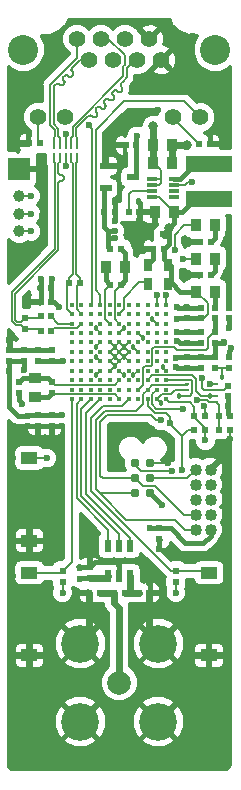
<source format=gtl>
G04 #@! TF.GenerationSoftware,KiCad,Pcbnew,6.0.0-rc1-unknown-106eaaa~84~ubuntu18.04.1*
G04 #@! TF.CreationDate,2018-11-27T01:39:04+00:00*
G04 #@! TF.ProjectId,proto-sensor,70726f74-6f2d-4736-956e-736f722e6b69,1*
G04 #@! TF.SameCoordinates,Original*
G04 #@! TF.FileFunction,Copper,L1,Top*
G04 #@! TF.FilePolarity,Positive*
%FSLAX46Y46*%
G04 Gerber Fmt 4.6, Leading zero omitted, Abs format (unit mm)*
G04 Created by KiCad (PCBNEW 6.0.0-rc1-unknown-106eaaa~84~ubuntu18.04.1) date Tue 27 Nov 2018 01:39:04 GMT*
%MOMM*%
%LPD*%
G01*
G04 APERTURE LIST*
G04 #@! TA.AperFunction,SMDPad,CuDef*
%ADD10R,0.950000X1.000000*%
G04 #@! TD*
G04 #@! TA.AperFunction,ComponentPad*
%ADD11C,1.400000*%
G04 #@! TD*
G04 #@! TA.AperFunction,ComponentPad*
%ADD12C,2.540000*%
G04 #@! TD*
G04 #@! TA.AperFunction,SMDPad,CuDef*
%ADD13R,0.800000X1.000000*%
G04 #@! TD*
G04 #@! TA.AperFunction,SMDPad,CuDef*
%ADD14R,0.200000X0.700000*%
G04 #@! TD*
G04 #@! TA.AperFunction,SMDPad,CuDef*
%ADD15R,0.620000X0.620000*%
G04 #@! TD*
G04 #@! TA.AperFunction,BGAPad,CuDef*
%ADD16C,1.000000*%
G04 #@! TD*
G04 #@! TA.AperFunction,ComponentPad*
%ADD17R,1.900000X1.900000*%
G04 #@! TD*
G04 #@! TA.AperFunction,BGAPad,CuDef*
%ADD18C,0.787000*%
G04 #@! TD*
G04 #@! TA.AperFunction,SMDPad,CuDef*
%ADD19R,1.400000X1.000000*%
G04 #@! TD*
G04 #@! TA.AperFunction,SMDPad,CuDef*
%ADD20R,3.890000X1.450000*%
G04 #@! TD*
G04 #@! TA.AperFunction,ComponentPad*
%ADD21C,1.016000*%
G04 #@! TD*
G04 #@! TA.AperFunction,SMDPad,CuDef*
%ADD22R,0.600000X1.100000*%
G04 #@! TD*
G04 #@! TA.AperFunction,SMDPad,CuDef*
%ADD23R,1.000000X0.600000*%
G04 #@! TD*
G04 #@! TA.AperFunction,SMDPad,CuDef*
%ADD24R,0.850000X0.300000*%
G04 #@! TD*
G04 #@! TA.AperFunction,SMDPad,CuDef*
%ADD25R,0.300000X0.250000*%
G04 #@! TD*
G04 #@! TA.AperFunction,SMDPad,CuDef*
%ADD26R,1.000000X0.950000*%
G04 #@! TD*
G04 #@! TA.AperFunction,ComponentPad*
%ADD27C,3.200000*%
G04 #@! TD*
G04 #@! TA.AperFunction,ComponentPad*
%ADD28C,2.000000*%
G04 #@! TD*
G04 #@! TA.AperFunction,BGAPad,CuDef*
%ADD29C,0.400000*%
G04 #@! TD*
G04 #@! TA.AperFunction,ViaPad*
%ADD30C,0.600000*%
G04 #@! TD*
G04 #@! TA.AperFunction,ViaPad*
%ADD31C,0.457200*%
G04 #@! TD*
G04 #@! TA.AperFunction,ViaPad*
%ADD32C,0.800000*%
G04 #@! TD*
G04 #@! TA.AperFunction,Conductor*
%ADD33C,0.200000*%
G04 #@! TD*
G04 #@! TA.AperFunction,Conductor*
%ADD34C,0.400000*%
G04 #@! TD*
G04 #@! TA.AperFunction,Conductor*
%ADD35C,0.600000*%
G04 #@! TD*
G04 #@! TA.AperFunction,Conductor*
%ADD36C,0.150000*%
G04 #@! TD*
G04 #@! TA.AperFunction,Conductor*
%ADD37C,0.127000*%
G04 #@! TD*
G04 #@! TA.AperFunction,Conductor*
%ADD38C,0.300000*%
G04 #@! TD*
G04 APERTURE END LIST*
D10*
G04 #@! TO.P,C15,2*
G04 #@! TO.N,GND*
X63050000Y-72150000D03*
G04 #@! TO.P,C15,1*
G04 #@! TO.N,3v3*
X64650000Y-72150000D03*
G04 #@! TD*
D11*
G04 #@! TO.P,IC1,8*
G04 #@! TO.N,GND*
X63556000Y-59318000D03*
G04 #@! TO.P,IC1,6*
G04 #@! TO.N,/RX-*
X61524000Y-59318000D03*
G04 #@! TO.P,IC1,4*
G04 #@! TO.N,/PWRIN*
X59492000Y-59318000D03*
G04 #@! TO.P,IC1,2*
G04 #@! TO.N,/TX-*
X57460000Y-59318000D03*
G04 #@! TO.P,IC1,7*
G04 #@! TO.N,GND*
X62540000Y-57540000D03*
G04 #@! TO.P,IC1,5*
G04 #@! TO.N,/PWRIN*
X60508000Y-57540000D03*
G04 #@! TO.P,IC1,3*
G04 #@! TO.N,/RX+*
X58476000Y-57540000D03*
G04 #@! TO.P,IC1,1*
G04 #@! TO.N,/TX+*
X56444000Y-57540000D03*
G04 #@! TO.P,IC1,12*
G04 #@! TO.N,/LED2*
X66858000Y-64144000D03*
G04 #@! TO.P,IC1,9*
G04 #@! TO.N,Net-(IC1-Pad9)*
X53142000Y-64144000D03*
G04 #@! TO.P,IC1,11*
G04 #@! TO.N,Net-(IC1-Pad11)*
X64572000Y-64144000D03*
G04 #@! TO.P,IC1,10*
G04 #@! TO.N,/LED1*
X55428000Y-64144000D03*
D12*
G04 #@! TO.P,IC1,S1*
G04 #@! TO.N,Net-(IC1-PadS1)*
X68128000Y-58429000D03*
G04 #@! TO.P,IC1,S2*
G04 #@! TO.N,Net-(IC1-PadS2)*
X51872000Y-58429000D03*
G04 #@! TD*
D13*
G04 #@! TO.P,Y1,4*
G04 #@! TO.N,3v3*
X64150000Y-78250000D03*
G04 #@! TO.P,Y1,3*
G04 #@! TO.N,/CLK*
X62450000Y-78250000D03*
G04 #@! TO.P,Y1,2*
G04 #@! TO.N,GND*
X62450000Y-76650000D03*
G04 #@! TO.P,Y1,1*
G04 #@! TO.N,3v3*
X64150000Y-76650000D03*
G04 #@! TD*
D14*
G04 #@! TO.P,IC7,10*
G04 #@! TO.N,/RD-*
X56450000Y-67525000D03*
G04 #@! TO.P,IC7,9*
G04 #@! TO.N,/RD+*
X55950000Y-67525000D03*
G04 #@! TO.P,IC7,8*
G04 #@! TO.N,GND*
X55450000Y-67525000D03*
G04 #@! TO.P,IC7,7*
G04 #@! TO.N,/TDESD-*
X54950000Y-67525000D03*
G04 #@! TO.P,IC7,6*
G04 #@! TO.N,/TDESD+*
X54450000Y-67525000D03*
G04 #@! TO.P,IC7,5*
G04 #@! TO.N,/TX+*
X54450000Y-66475000D03*
G04 #@! TO.P,IC7,4*
G04 #@! TO.N,/TX-*
X54950000Y-66475000D03*
G04 #@! TO.P,IC7,3*
G04 #@! TO.N,GND*
X55450000Y-66475000D03*
G04 #@! TO.P,IC7,2*
G04 #@! TO.N,/RX+*
X55950000Y-66475000D03*
G04 #@! TO.P,IC7,1*
G04 #@! TO.N,/RX-*
X56450000Y-66475000D03*
G04 #@! TD*
D15*
G04 #@! TO.P,R1,2*
G04 #@! TO.N,GND*
X52400000Y-66350000D03*
G04 #@! TO.P,R1,1*
G04 #@! TO.N,Net-(IC1-Pad9)*
X53300000Y-66350000D03*
G04 #@! TD*
D16*
G04 #@! TO.P,TP3,1*
G04 #@! TO.N,3v3*
X51550000Y-72300000D03*
G04 #@! TD*
G04 #@! TO.P,TP2,1*
G04 #@! TO.N,1v2*
X51550000Y-73800000D03*
G04 #@! TD*
G04 #@! TO.P,TP1,1*
G04 #@! TO.N,/PWRIN*
X51550000Y-70800000D03*
G04 #@! TD*
D17*
G04 #@! TO.P,J3,1*
G04 #@! TO.N,GND*
X51550000Y-68500000D03*
G04 #@! TD*
D18*
G04 #@! TO.P,J2,1*
G04 #@! TO.N,3v3*
X62640000Y-95970000D03*
G04 #@! TO.P,J2,2*
G04 #@! TO.N,/FLASH_SDI*
X61370000Y-95970000D03*
G04 #@! TO.P,J2,3*
G04 #@! TO.N,/FLASH_SDO*
X62640000Y-94700000D03*
G04 #@! TO.P,J2,4*
G04 #@! TO.N,/FLASH_SCK*
X61370000Y-94700000D03*
G04 #@! TO.P,J2,5*
G04 #@! TO.N,GND*
X62640000Y-93430000D03*
G04 #@! TO.P,J2,6*
G04 #@! TO.N,/FLASH_SS*
X61370000Y-93430000D03*
G04 #@! TD*
D19*
G04 #@! TO.P,SW3,2*
G04 #@! TO.N,/USERSW1*
X52400000Y-102700000D03*
G04 #@! TO.P,SW3,1*
G04 #@! TO.N,GND*
X52400000Y-109700000D03*
G04 #@! TD*
G04 #@! TO.P,SW2,2*
G04 #@! TO.N,/USERSW2*
X67600000Y-102700000D03*
G04 #@! TO.P,SW2,1*
G04 #@! TO.N,GND*
X67600000Y-109700000D03*
G04 #@! TD*
D15*
G04 #@! TO.P,R21,2*
G04 #@! TO.N,/USERSW1*
X55200000Y-102550000D03*
G04 #@! TO.P,R21,1*
G04 #@! TO.N,3v3*
X55200000Y-103450000D03*
G04 #@! TD*
G04 #@! TO.P,R20,2*
G04 #@! TO.N,/USERSW2*
X64800000Y-102550000D03*
G04 #@! TO.P,R20,1*
G04 #@! TO.N,3v3*
X64800000Y-103450000D03*
G04 #@! TD*
G04 #@! TO.P,C30,2*
G04 #@! TO.N,GND*
X69300000Y-80250000D03*
G04 #@! TO.P,C30,1*
G04 #@! TO.N,1v2*
X69300000Y-81150000D03*
G04 #@! TD*
G04 #@! TO.P,C29,2*
G04 #@! TO.N,GND*
X53350000Y-79800000D03*
G04 #@! TO.P,C29,1*
G04 #@! TO.N,1v2*
X54250000Y-79800000D03*
G04 #@! TD*
G04 #@! TO.P,C24,2*
G04 #@! TO.N,GND*
X53350000Y-78600000D03*
G04 #@! TO.P,C24,1*
G04 #@! TO.N,1v2*
X54250000Y-78600000D03*
G04 #@! TD*
D10*
G04 #@! TO.P,D2,2*
G04 #@! TO.N,/LED4*
X66500000Y-76100000D03*
G04 #@! TO.P,D2,1*
G04 #@! TO.N,Net-(D2-Pad1)*
X68100000Y-76100000D03*
G04 #@! TD*
D20*
G04 #@! TO.P,L1,2*
G04 #@! TO.N,3v3*
X67600000Y-71075000D03*
G04 #@! TO.P,L1,1*
G04 #@! TO.N,Net-(IC2-Pad8)*
X67600000Y-68125000D03*
G04 #@! TD*
D19*
G04 #@! TO.P,SW1,2*
G04 #@! TO.N,/CRESET_B*
X52400000Y-93000000D03*
G04 #@! TO.P,SW1,1*
G04 #@! TO.N,GND*
X52400000Y-100000000D03*
G04 #@! TD*
D15*
G04 #@! TO.P,R19,2*
G04 #@! TO.N,Net-(C27-Pad1)*
X60450000Y-104400000D03*
G04 #@! TO.P,R19,1*
G04 #@! TO.N,Net-(D4-Pad1)*
X59550000Y-104400000D03*
G04 #@! TD*
G04 #@! TO.P,R11,2*
G04 #@! TO.N,/CDONE*
X68100000Y-81150000D03*
G04 #@! TO.P,R11,1*
G04 #@! TO.N,Net-(D3-Pad1)*
X68100000Y-80250000D03*
G04 #@! TD*
D21*
G04 #@! TO.P,J1,10*
G04 #@! TO.N,/FLASH_SDO*
X66465000Y-93960000D03*
G04 #@! TO.P,J1,9*
G04 #@! TO.N,GND*
X67735000Y-93960000D03*
G04 #@! TO.P,J1,8*
G04 #@! TO.N,/CRESET_B*
X66465000Y-95230000D03*
G04 #@! TO.P,J1,7*
G04 #@! TO.N,Net-(J1-Pad7)*
X67735000Y-95230000D03*
G04 #@! TO.P,J1,6*
G04 #@! TO.N,/FLASH_SS*
X66465000Y-96500000D03*
G04 #@! TO.P,J1,5*
G04 #@! TO.N,GND*
X67735000Y-96500000D03*
G04 #@! TO.P,J1,4*
G04 #@! TO.N,/FLASH_SCK*
X66465000Y-97770000D03*
G04 #@! TO.P,J1,3*
G04 #@! TO.N,GND*
X67735000Y-97770000D03*
G04 #@! TO.P,J1,2*
G04 #@! TO.N,/FLASH_SDI*
X66465000Y-99040000D03*
G04 #@! TO.P,J1,1*
G04 #@! TO.N,3v3*
X67735000Y-99040000D03*
G04 #@! TD*
D22*
G04 #@! TO.P,IC6,6*
G04 #@! TO.N,/ADC_~CS*
X59050000Y-100400000D03*
G04 #@! TO.P,IC6,5*
G04 #@! TO.N,/ADC_DOUT*
X60000000Y-100400000D03*
G04 #@! TO.P,IC6,4*
G04 #@! TO.N,/ADC_SCLK*
X60950000Y-100400000D03*
G04 #@! TO.P,IC6,3*
G04 #@! TO.N,Net-(C27-Pad1)*
X60950000Y-103000000D03*
G04 #@! TO.P,IC6,2*
G04 #@! TO.N,GND*
X60000000Y-103000000D03*
G04 #@! TO.P,IC6,1*
G04 #@! TO.N,3v3*
X59050000Y-103000000D03*
G04 #@! TD*
D23*
G04 #@! TO.P,IC3,3*
G04 #@! TO.N,3v3*
X61150000Y-69200000D03*
G04 #@! TO.P,IC3,2*
G04 #@! TO.N,1v2*
X58850000Y-70150000D03*
G04 #@! TO.P,IC3,1*
G04 #@! TO.N,GND*
X58850000Y-68250000D03*
G04 #@! TD*
D24*
G04 #@! TO.P,IC2,8*
G04 #@! TO.N,Net-(IC2-Pad8)*
X64650000Y-69350000D03*
G04 #@! TO.P,IC2,7*
G04 #@! TO.N,GND*
X64650000Y-69850000D03*
G04 #@! TO.P,IC2,6*
G04 #@! TO.N,Net-(IC2-Pad6)*
X64650000Y-70350000D03*
G04 #@! TO.P,IC2,5*
G04 #@! TO.N,Net-(IC2-Pad5)*
X64650000Y-70850000D03*
G04 #@! TO.P,IC2,4*
G04 #@! TO.N,3v3*
X62750000Y-70850000D03*
G04 #@! TO.P,IC2,3*
G04 #@! TO.N,Net-(C18-Pad1)*
X62750000Y-70350000D03*
G04 #@! TO.P,IC2,2*
G04 #@! TO.N,/PWRIN*
X62750000Y-69850000D03*
G04 #@! TO.P,IC2,1*
X62750000Y-69350000D03*
G04 #@! TD*
D15*
G04 #@! TO.P,D4,2*
G04 #@! TO.N,GND*
X57450000Y-104400000D03*
G04 #@! TO.P,D4,1*
G04 #@! TO.N,Net-(D4-Pad1)*
X58350000Y-104400000D03*
G04 #@! TD*
D10*
G04 #@! TO.P,D3,2*
G04 #@! TO.N,3v3*
X66500000Y-78900000D03*
G04 #@! TO.P,D3,1*
G04 #@! TO.N,Net-(D3-Pad1)*
X68100000Y-78900000D03*
G04 #@! TD*
G04 #@! TO.P,D1,2*
G04 #@! TO.N,/LED3*
X66500000Y-73300000D03*
G04 #@! TO.P,D1,1*
G04 #@! TO.N,Net-(D1-Pad1)*
X68100000Y-73300000D03*
G04 #@! TD*
D15*
G04 #@! TO.P,C27,2*
G04 #@! TO.N,GND*
X62550000Y-104400000D03*
G04 #@! TO.P,C27,1*
G04 #@! TO.N,Net-(C27-Pad1)*
X61650000Y-104400000D03*
G04 #@! TD*
G04 #@! TO.P,C25,2*
G04 #@! TO.N,GND*
X57500000Y-102250000D03*
G04 #@! TO.P,C25,1*
G04 #@! TO.N,3v3*
X57500000Y-103150000D03*
G04 #@! TD*
G04 #@! TO.P,C22,2*
G04 #@! TO.N,GND*
X59600000Y-72150000D03*
G04 #@! TO.P,C22,1*
G04 #@! TO.N,1v2*
X58700000Y-72150000D03*
G04 #@! TD*
G04 #@! TO.P,C21,2*
G04 #@! TO.N,GND*
X60550000Y-66500000D03*
G04 #@! TO.P,C21,1*
G04 #@! TO.N,3v3*
X61450000Y-66500000D03*
G04 #@! TD*
G04 #@! TO.P,C18,2*
G04 #@! TO.N,GND*
X61700000Y-72150000D03*
G04 #@! TO.P,C18,1*
G04 #@! TO.N,Net-(C18-Pad1)*
X60800000Y-72150000D03*
G04 #@! TD*
D10*
G04 #@! TO.P,C16,2*
G04 #@! TO.N,GND*
X64500000Y-66500000D03*
G04 #@! TO.P,C16,1*
G04 #@! TO.N,/PWRIN*
X62900000Y-66500000D03*
G04 #@! TD*
D15*
G04 #@! TO.P,R15,2*
G04 #@! TO.N,/FLASH_IO2*
X69250000Y-86850000D03*
G04 #@! TO.P,R15,1*
G04 #@! TO.N,3v3*
X69250000Y-87750000D03*
G04 #@! TD*
G04 #@! TO.P,R17,2*
G04 #@! TO.N,GND*
X69300000Y-84450000D03*
G04 #@! TO.P,R17,1*
G04 #@! TO.N,/FLASH_IO3*
X69300000Y-85350000D03*
G04 #@! TD*
G04 #@! TO.P,R14,2*
G04 #@! TO.N,/FLASH_IO3*
X68100000Y-85350000D03*
G04 #@! TO.P,R14,1*
G04 #@! TO.N,3v3*
X68100000Y-84450000D03*
G04 #@! TD*
G04 #@! TO.P,R10,2*
G04 #@! TO.N,GND*
X66850000Y-77500000D03*
G04 #@! TO.P,R10,1*
G04 #@! TO.N,Net-(D2-Pad1)*
X67750000Y-77500000D03*
G04 #@! TD*
G04 #@! TO.P,R9,2*
G04 #@! TO.N,GND*
X66850000Y-74700000D03*
G04 #@! TO.P,R9,1*
G04 #@! TO.N,Net-(D1-Pad1)*
X67750000Y-74700000D03*
G04 #@! TD*
G04 #@! TO.P,R18,2*
G04 #@! TO.N,GND*
X69350000Y-90600000D03*
G04 #@! TO.P,R18,1*
G04 #@! TO.N,/FLASH_SS*
X68450000Y-90600000D03*
G04 #@! TD*
G04 #@! TO.P,C26,2*
G04 #@! TO.N,GND*
X63400000Y-99850000D03*
G04 #@! TO.P,C26,1*
G04 #@! TO.N,3v3*
X63400000Y-98950000D03*
G04 #@! TD*
D25*
G04 #@! TO.P,IC5,8*
G04 #@! TO.N,3v3*
X65775000Y-88250000D03*
G04 #@! TO.P,IC5,7*
G04 #@! TO.N,/FLASH_IO3*
X65775000Y-87750000D03*
G04 #@! TO.P,IC5,6*
G04 #@! TO.N,/FLASH_SCK*
X65775000Y-87250000D03*
G04 #@! TO.P,IC5,5*
G04 #@! TO.N,/FLASH_SDI*
X65775000Y-86750000D03*
G04 #@! TO.P,IC5,4*
G04 #@! TO.N,GND*
X68225000Y-86750000D03*
G04 #@! TO.P,IC5,3*
G04 #@! TO.N,/FLASH_IO2*
X68225000Y-87250000D03*
G04 #@! TO.P,IC5,2*
G04 #@! TO.N,/FLASH_SDO*
X68225000Y-87750000D03*
G04 #@! TO.P,IC5,1*
G04 #@! TO.N,/FLASH_SS*
X68225000Y-88250000D03*
G04 #@! TD*
D15*
G04 #@! TO.P,C28,2*
G04 #@! TO.N,GND*
X62850000Y-75300000D03*
G04 #@! TO.P,C28,1*
G04 #@! TO.N,3v3*
X63750000Y-75300000D03*
G04 #@! TD*
D10*
G04 #@! TO.P,C17,2*
G04 #@! TO.N,GND*
X64500000Y-68000000D03*
G04 #@! TO.P,C17,1*
G04 #@! TO.N,/PWRIN*
X62900000Y-68000000D03*
G04 #@! TD*
D15*
G04 #@! TO.P,C23,2*
G04 #@! TO.N,GND*
X67250000Y-89400000D03*
G04 #@! TO.P,C23,1*
G04 #@! TO.N,3v3*
X66350000Y-89400000D03*
G04 #@! TD*
G04 #@! TO.P,C12,2*
G04 #@! TO.N,GND*
X65700000Y-80250000D03*
G04 #@! TO.P,C12,1*
G04 #@! TO.N,3v3*
X65700000Y-81150000D03*
G04 #@! TD*
G04 #@! TO.P,C11,2*
G04 #@! TO.N,GND*
X51900000Y-83850000D03*
G04 #@! TO.P,C11,1*
G04 #@! TO.N,3v3*
X51900000Y-84750000D03*
G04 #@! TD*
G04 #@! TO.P,C10,2*
G04 #@! TO.N,GND*
X54300000Y-90250000D03*
G04 #@! TO.P,C10,1*
G04 #@! TO.N,3v3*
X54300000Y-89350000D03*
G04 #@! TD*
G04 #@! TO.P,C4,2*
G04 #@! TO.N,GND*
X54300000Y-83850000D03*
G04 #@! TO.P,C4,1*
G04 #@! TO.N,1v2*
X54300000Y-84750000D03*
G04 #@! TD*
G04 #@! TO.P,C9,2*
G04 #@! TO.N,GND*
X66900000Y-85350000D03*
G04 #@! TO.P,C9,1*
G04 #@! TO.N,3v3*
X66900000Y-84450000D03*
G04 #@! TD*
G04 #@! TO.P,C3,2*
G04 #@! TO.N,GND*
X65700000Y-82350000D03*
G04 #@! TO.P,C3,1*
G04 #@! TO.N,1v2*
X65700000Y-83250000D03*
G04 #@! TD*
G04 #@! TO.P,C8,2*
G04 #@! TO.N,GND*
X66900000Y-80250000D03*
G04 #@! TO.P,C8,1*
G04 #@! TO.N,3v3*
X66900000Y-81150000D03*
G04 #@! TD*
G04 #@! TO.P,C6,2*
G04 #@! TO.N,GND*
X65700000Y-85350000D03*
G04 #@! TO.P,C6,1*
G04 #@! TO.N,3v3*
X65700000Y-84450000D03*
G04 #@! TD*
G04 #@! TO.P,C2,2*
G04 #@! TO.N,GND*
X66900000Y-82350000D03*
G04 #@! TO.P,C2,1*
G04 #@! TO.N,1v2*
X66900000Y-83250000D03*
G04 #@! TD*
G04 #@! TO.P,C7,2*
G04 #@! TO.N,GND*
X53100000Y-90250000D03*
G04 #@! TO.P,C7,1*
G04 #@! TO.N,3v3*
X53100000Y-89350000D03*
G04 #@! TD*
G04 #@! TO.P,C5,2*
G04 #@! TO.N,GND*
X50700000Y-83850000D03*
G04 #@! TO.P,C5,1*
G04 #@! TO.N,3v3*
X50700000Y-84750000D03*
G04 #@! TD*
G04 #@! TO.P,C1,2*
G04 #@! TO.N,GND*
X53100000Y-83850000D03*
G04 #@! TO.P,C1,1*
G04 #@! TO.N,1v2*
X53100000Y-84750000D03*
G04 #@! TD*
G04 #@! TO.P,R13,2*
G04 #@! TO.N,/CDONE*
X68100000Y-82350000D03*
G04 #@! TO.P,R13,1*
G04 #@! TO.N,3v3*
X68100000Y-83250000D03*
G04 #@! TD*
G04 #@! TO.P,R12,2*
G04 #@! TO.N,/CRESET_B*
X66350000Y-90600000D03*
G04 #@! TO.P,R12,1*
G04 #@! TO.N,3v3*
X67250000Y-90600000D03*
G04 #@! TD*
G04 #@! TO.P,R16,2*
G04 #@! TO.N,/FLASH_SS*
X68450000Y-89400000D03*
G04 #@! TO.P,R16,1*
G04 #@! TO.N,3v3*
X69350000Y-89400000D03*
G04 #@! TD*
G04 #@! TO.P,R8,2*
G04 #@! TO.N,Net-(C19-Pad1)*
X60150000Y-75300000D03*
G04 #@! TO.P,R8,1*
G04 #@! TO.N,1v2*
X59250000Y-75300000D03*
G04 #@! TD*
G04 #@! TO.P,R7,2*
G04 #@! TO.N,Net-(C13-Pad1)*
X51500000Y-86550000D03*
G04 #@! TO.P,R7,1*
G04 #@! TO.N,1v2*
X51500000Y-87450000D03*
G04 #@! TD*
G04 #@! TO.P,C20,2*
G04 #@! TO.N,Net-(C19-Pad2)*
X59250000Y-78300000D03*
G04 #@! TO.P,C20,1*
G04 #@! TO.N,Net-(C19-Pad1)*
X60150000Y-78300000D03*
G04 #@! TD*
G04 #@! TO.P,C14,2*
G04 #@! TO.N,Net-(C13-Pad2)*
X54300000Y-87450000D03*
G04 #@! TO.P,C14,1*
G04 #@! TO.N,Net-(C13-Pad1)*
X54300000Y-86550000D03*
G04 #@! TD*
D10*
G04 #@! TO.P,C19,2*
G04 #@! TO.N,Net-(C19-Pad2)*
X58900000Y-76800000D03*
G04 #@! TO.P,C19,1*
G04 #@! TO.N,Net-(C19-Pad1)*
X60500000Y-76800000D03*
G04 #@! TD*
D26*
G04 #@! TO.P,C13,2*
G04 #@! TO.N,Net-(C13-Pad2)*
X52900000Y-87800000D03*
G04 #@! TO.P,C13,1*
G04 #@! TO.N,Net-(C13-Pad1)*
X52900000Y-86200000D03*
G04 #@! TD*
D15*
G04 #@! TO.P,R4,2*
G04 #@! TO.N,/TD+*
X54250000Y-82200000D03*
G04 #@! TO.P,R4,1*
G04 #@! TO.N,/TDESD+*
X53350000Y-82200000D03*
G04 #@! TD*
G04 #@! TO.P,R6,2*
G04 #@! TO.N,/TD-*
X54250000Y-81000000D03*
G04 #@! TO.P,R6,1*
G04 #@! TO.N,/TDESD-*
X53350000Y-81000000D03*
G04 #@! TD*
G04 #@! TO.P,R3,2*
G04 #@! TO.N,GND*
X67650000Y-66400000D03*
G04 #@! TO.P,R3,1*
G04 #@! TO.N,Net-(IC1-Pad11)*
X66750000Y-66400000D03*
G04 #@! TD*
G04 #@! TO.P,R5,2*
G04 #@! TO.N,/TDESD-*
X52000000Y-81150000D03*
G04 #@! TO.P,R5,1*
G04 #@! TO.N,/TDESD+*
X52000000Y-82050000D03*
G04 #@! TD*
G04 #@! TO.P,R2,2*
G04 #@! TO.N,/RD-*
X56650000Y-78200000D03*
G04 #@! TO.P,R2,1*
G04 #@! TO.N,/RD+*
X55750000Y-78200000D03*
G04 #@! TD*
D27*
G04 #@! TO.P,P1,2*
G04 #@! TO.N,GND*
X56700000Y-108700000D03*
X63300000Y-108700000D03*
X56700000Y-115300000D03*
D28*
G04 #@! TO.P,P1,1*
G04 #@! TO.N,Net-(D4-Pad1)*
X60000000Y-112000000D03*
D27*
G04 #@! TO.P,P1,2*
G04 #@! TO.N,GND*
X63300000Y-115300000D03*
G04 #@! TD*
D29*
G04 #@! TO.P,IC4,L11*
G04 #@! TO.N,3v3*
X64000000Y-88000000D03*
G04 #@! TO.P,IC4,K11*
G04 #@! TO.N,Net-(IC4-PadK11)*
X64000000Y-87200000D03*
G04 #@! TO.P,IC4,J11*
G04 #@! TO.N,/FLASH_IO3*
X64000000Y-86400000D03*
G04 #@! TO.P,IC4,H11*
G04 #@! TO.N,/FLASH_IO2*
X64000000Y-85600000D03*
G04 #@! TO.P,IC4,G11*
G04 #@! TO.N,Net-(IC4-PadG11)*
X64000000Y-84800000D03*
G04 #@! TO.P,IC4,F11*
G04 #@! TO.N,Net-(IC4-PadF11)*
X64000000Y-84000000D03*
G04 #@! TO.P,IC4,E11*
G04 #@! TO.N,Net-(IC4-PadE11)*
X64000000Y-83200000D03*
G04 #@! TO.P,IC4,D11*
G04 #@! TO.N,Net-(IC4-PadD11)*
X64000000Y-82400000D03*
G04 #@! TO.P,IC4,C11*
G04 #@! TO.N,Net-(IC4-PadC11)*
X64000000Y-81600000D03*
G04 #@! TO.P,IC4,B11*
G04 #@! TO.N,Net-(IC4-PadB11)*
X64000000Y-80800000D03*
G04 #@! TO.P,IC4,A11*
G04 #@! TO.N,/LED4*
X64000000Y-80000000D03*
G04 #@! TO.P,IC4,L10*
G04 #@! TO.N,/FLASH_SCK*
X63200000Y-88000000D03*
G04 #@! TO.P,IC4,K10*
G04 #@! TO.N,/FLASH_SS*
X63200000Y-87200000D03*
G04 #@! TO.P,IC4,J10*
G04 #@! TO.N,Net-(IC4-PadJ10)*
X63200000Y-86400000D03*
G04 #@! TO.P,IC4,H10*
G04 #@! TO.N,Net-(IC4-PadH10)*
X63200000Y-85600000D03*
G04 #@! TO.P,IC4,G10*
G04 #@! TO.N,Net-(IC4-PadG10)*
X63200000Y-84800000D03*
G04 #@! TO.P,IC4,F10*
G04 #@! TO.N,Net-(IC4-PadF10)*
X63200000Y-84000000D03*
G04 #@! TO.P,IC4,E10*
G04 #@! TO.N,Net-(IC4-PadE10)*
X63200000Y-83200000D03*
G04 #@! TO.P,IC4,D10*
G04 #@! TO.N,Net-(IC4-PadD10)*
X63200000Y-82400000D03*
G04 #@! TO.P,IC4,C10*
G04 #@! TO.N,3v3*
X63200000Y-81600000D03*
G04 #@! TO.P,IC4,B10*
G04 #@! TO.N,Net-(IC4-PadB10)*
X63200000Y-80800000D03*
G04 #@! TO.P,IC4,A10*
G04 #@! TO.N,/LED3*
X63200000Y-80000000D03*
G04 #@! TO.P,IC4,L9*
G04 #@! TO.N,/CRESET_B*
X62400000Y-88000000D03*
G04 #@! TO.P,IC4,K9*
G04 #@! TO.N,/FLASH_SDI*
X62400000Y-87200000D03*
G04 #@! TO.P,IC4,J9*
G04 #@! TO.N,/FLASH_SDO*
X62400000Y-86400000D03*
G04 #@! TO.P,IC4,H9*
G04 #@! TO.N,Net-(IC4-PadH9)*
X62400000Y-85600000D03*
G04 #@! TO.P,IC4,G9*
G04 #@! TO.N,Net-(IC4-PadG9)*
X62400000Y-84800000D03*
G04 #@! TO.P,IC4,F9*
G04 #@! TO.N,Net-(IC4-PadF9)*
X62400000Y-84000000D03*
G04 #@! TO.P,IC4,E9*
G04 #@! TO.N,Net-(IC4-PadE9)*
X62400000Y-83200000D03*
G04 #@! TO.P,IC4,D9*
G04 #@! TO.N,Net-(IC4-PadD9)*
X62400000Y-82400000D03*
G04 #@! TO.P,IC4,C9*
G04 #@! TO.N,Net-(IC4-PadC9)*
X62400000Y-81600000D03*
G04 #@! TO.P,IC4,B9*
G04 #@! TO.N,Net-(IC4-PadB9)*
X62400000Y-80800000D03*
G04 #@! TO.P,IC4,A9*
G04 #@! TO.N,Net-(IC4-PadA9)*
X62400000Y-80000000D03*
G04 #@! TO.P,IC4,L8*
G04 #@! TO.N,Net-(IC4-PadL8)*
X61600000Y-88000000D03*
G04 #@! TO.P,IC4,K8*
G04 #@! TO.N,/CDONE*
X61600000Y-87200000D03*
G04 #@! TO.P,IC4,J8*
G04 #@! TO.N,Net-(IC4-PadJ8)*
X61600000Y-86400000D03*
G04 #@! TO.P,IC4,H8*
G04 #@! TO.N,1v2*
X61600000Y-85600000D03*
G04 #@! TO.P,IC4,G8*
G04 #@! TO.N,Net-(IC4-PadG8)*
X61600000Y-84800000D03*
G04 #@! TO.P,IC4,F8*
G04 #@! TO.N,3v3*
X61600000Y-84000000D03*
G04 #@! TO.P,IC4,E8*
G04 #@! TO.N,Net-(IC4-PadE8)*
X61600000Y-83200000D03*
G04 #@! TO.P,IC4,D8*
G04 #@! TO.N,1v2*
X61600000Y-82400000D03*
G04 #@! TO.P,IC4,C8*
G04 #@! TO.N,Net-(IC4-PadC8)*
X61600000Y-81600000D03*
G04 #@! TO.P,IC4,B8*
G04 #@! TO.N,Net-(IC4-PadB8)*
X61600000Y-80800000D03*
G04 #@! TO.P,IC4,A8*
G04 #@! TO.N,Net-(IC4-PadA8)*
X61600000Y-80000000D03*
G04 #@! TO.P,IC4,L7*
G04 #@! TO.N,/USERSW2*
X60800000Y-88000000D03*
G04 #@! TO.P,IC4,K7*
G04 #@! TO.N,Net-(IC4-PadK7)*
X60800000Y-87200000D03*
G04 #@! TO.P,IC4,J7*
G04 #@! TO.N,Net-(IC4-PadJ7)*
X60800000Y-86400000D03*
G04 #@! TO.P,IC4,H7*
G04 #@! TO.N,Net-(IC4-PadH7)*
X60800000Y-85600000D03*
G04 #@! TO.P,IC4,G7*
G04 #@! TO.N,GND*
X60800000Y-84800000D03*
G04 #@! TO.P,IC4,F7*
X60800000Y-84000000D03*
G04 #@! TO.P,IC4,E7*
X60800000Y-83200000D03*
G04 #@! TO.P,IC4,D7*
G04 #@! TO.N,Net-(IC4-PadD7)*
X60800000Y-82400000D03*
G04 #@! TO.P,IC4,C7*
G04 #@! TO.N,Net-(IC4-PadC7)*
X60800000Y-81600000D03*
G04 #@! TO.P,IC4,B7*
G04 #@! TO.N,Net-(IC4-PadB7)*
X60800000Y-80800000D03*
G04 #@! TO.P,IC4,A7*
G04 #@! TO.N,Net-(IC4-PadA7)*
X60800000Y-80000000D03*
G04 #@! TO.P,IC4,L6*
G04 #@! TO.N,Net-(C13-Pad2)*
X60000000Y-88000000D03*
G04 #@! TO.P,IC4,K6*
G04 #@! TO.N,Net-(IC4-PadK6)*
X60000000Y-87200000D03*
G04 #@! TO.P,IC4,J6*
G04 #@! TO.N,Net-(C13-Pad1)*
X60000000Y-86400000D03*
G04 #@! TO.P,IC4,H6*
G04 #@! TO.N,3v3*
X60000000Y-85600000D03*
G04 #@! TO.P,IC4,G6*
G04 #@! TO.N,GND*
X60000000Y-84800000D03*
G04 #@! TO.P,IC4,F6*
X60000000Y-84000000D03*
G04 #@! TO.P,IC4,E6*
X60000000Y-83200000D03*
G04 #@! TO.P,IC4,D6*
G04 #@! TO.N,3v3*
X60000000Y-82400000D03*
G04 #@! TO.P,IC4,C6*
G04 #@! TO.N,Net-(C19-Pad1)*
X60000000Y-81600000D03*
G04 #@! TO.P,IC4,B6*
G04 #@! TO.N,/CLK*
X60000000Y-80800000D03*
G04 #@! TO.P,IC4,A6*
G04 #@! TO.N,Net-(IC4-PadA6)*
X60000000Y-80000000D03*
G04 #@! TO.P,IC4,L5*
G04 #@! TO.N,Net-(IC4-PadL5)*
X59200000Y-88000000D03*
G04 #@! TO.P,IC4,K5*
G04 #@! TO.N,Net-(IC4-PadK5)*
X59200000Y-87200000D03*
G04 #@! TO.P,IC4,J5*
G04 #@! TO.N,Net-(IC4-PadJ5)*
X59200000Y-86400000D03*
G04 #@! TO.P,IC4,H5*
G04 #@! TO.N,GND*
X59200000Y-85600000D03*
G04 #@! TO.P,IC4,G5*
X59200000Y-84800000D03*
G04 #@! TO.P,IC4,F5*
X59200000Y-84000000D03*
G04 #@! TO.P,IC4,E5*
X59200000Y-83200000D03*
G04 #@! TO.P,IC4,D5*
G04 #@! TO.N,Net-(IC4-PadD5)*
X59200000Y-82400000D03*
G04 #@! TO.P,IC4,C5*
G04 #@! TO.N,Net-(C19-Pad2)*
X59200000Y-81600000D03*
G04 #@! TO.P,IC4,B5*
G04 #@! TO.N,Net-(IC4-PadB5)*
X59200000Y-80800000D03*
G04 #@! TO.P,IC4,A5*
G04 #@! TO.N,Net-(IC4-PadA5)*
X59200000Y-80000000D03*
G04 #@! TO.P,IC4,L4*
G04 #@! TO.N,/ADC_SCLK*
X58400000Y-88000000D03*
G04 #@! TO.P,IC4,K4*
G04 #@! TO.N,Net-(IC4-PadK4)*
X58400000Y-87200000D03*
G04 #@! TO.P,IC4,J4*
G04 #@! TO.N,Net-(IC4-PadJ4)*
X58400000Y-86400000D03*
G04 #@! TO.P,IC4,H4*
G04 #@! TO.N,1v2*
X58400000Y-85600000D03*
G04 #@! TO.P,IC4,G4*
G04 #@! TO.N,3v3*
X58400000Y-84800000D03*
G04 #@! TO.P,IC4,F4*
G04 #@! TO.N,Net-(IC4-PadF4)*
X58400000Y-84000000D03*
G04 #@! TO.P,IC4,E4*
G04 #@! TO.N,3v3*
X58400000Y-83200000D03*
G04 #@! TO.P,IC4,D4*
G04 #@! TO.N,1v2*
X58400000Y-82400000D03*
G04 #@! TO.P,IC4,C4*
G04 #@! TO.N,Net-(IC4-PadC4)*
X58400000Y-81600000D03*
G04 #@! TO.P,IC4,B4*
G04 #@! TO.N,Net-(IC4-PadB4)*
X58400000Y-80800000D03*
G04 #@! TO.P,IC4,A4*
G04 #@! TO.N,/LED2*
X58400000Y-80000000D03*
G04 #@! TO.P,IC4,L3*
G04 #@! TO.N,/ADC_DOUT*
X57600000Y-88000000D03*
G04 #@! TO.P,IC4,K3*
G04 #@! TO.N,Net-(IC4-PadK3)*
X57600000Y-87200000D03*
G04 #@! TO.P,IC4,J3*
G04 #@! TO.N,Net-(IC4-PadJ3)*
X57600000Y-86400000D03*
G04 #@! TO.P,IC4,H3*
G04 #@! TO.N,Net-(IC4-PadH3)*
X57600000Y-85600000D03*
G04 #@! TO.P,IC4,G3*
G04 #@! TO.N,Net-(IC4-PadG3)*
X57600000Y-84800000D03*
G04 #@! TO.P,IC4,F3*
G04 #@! TO.N,Net-(IC4-PadF3)*
X57600000Y-84000000D03*
G04 #@! TO.P,IC4,E3*
G04 #@! TO.N,Net-(IC4-PadE3)*
X57600000Y-83200000D03*
G04 #@! TO.P,IC4,D3*
G04 #@! TO.N,Net-(IC4-PadD3)*
X57600000Y-82400000D03*
G04 #@! TO.P,IC4,C3*
G04 #@! TO.N,Net-(IC4-PadC3)*
X57600000Y-81600000D03*
G04 #@! TO.P,IC4,B3*
G04 #@! TO.N,Net-(IC4-PadB3)*
X57600000Y-80800000D03*
G04 #@! TO.P,IC4,A3*
G04 #@! TO.N,/LED1*
X57600000Y-80000000D03*
G04 #@! TO.P,IC4,L2*
G04 #@! TO.N,/ADC_~CS*
X56800000Y-88000000D03*
G04 #@! TO.P,IC4,K2*
G04 #@! TO.N,Net-(IC4-PadK2)*
X56800000Y-87200000D03*
G04 #@! TO.P,IC4,J2*
G04 #@! TO.N,Net-(IC4-PadJ2)*
X56800000Y-86400000D03*
G04 #@! TO.P,IC4,H2*
G04 #@! TO.N,Net-(IC4-PadH2)*
X56800000Y-85600000D03*
G04 #@! TO.P,IC4,G2*
G04 #@! TO.N,Net-(IC4-PadG2)*
X56800000Y-84800000D03*
G04 #@! TO.P,IC4,F2*
G04 #@! TO.N,Net-(IC4-PadF2)*
X56800000Y-84000000D03*
G04 #@! TO.P,IC4,E2*
G04 #@! TO.N,Net-(IC4-PadE2)*
X56800000Y-83200000D03*
G04 #@! TO.P,IC4,D2*
G04 #@! TO.N,Net-(IC4-PadD2)*
X56800000Y-82400000D03*
G04 #@! TO.P,IC4,C2*
G04 #@! TO.N,/TD+*
X56800000Y-81600000D03*
G04 #@! TO.P,IC4,B2*
G04 #@! TO.N,/RD-*
X56800000Y-80800000D03*
G04 #@! TO.P,IC4,A2*
G04 #@! TO.N,Net-(IC4-PadA2)*
X56800000Y-80000000D03*
G04 #@! TO.P,IC4,L1*
G04 #@! TO.N,/USERSW1*
X56000000Y-88000000D03*
G04 #@! TO.P,IC4,K1*
G04 #@! TO.N,Net-(IC4-PadK1)*
X56000000Y-87200000D03*
G04 #@! TO.P,IC4,J1*
G04 #@! TO.N,Net-(IC4-PadJ1)*
X56000000Y-86400000D03*
G04 #@! TO.P,IC4,H1*
G04 #@! TO.N,Net-(IC4-PadH1)*
X56000000Y-85600000D03*
G04 #@! TO.P,IC4,G1*
G04 #@! TO.N,Net-(IC4-PadG1)*
X56000000Y-84800000D03*
G04 #@! TO.P,IC4,F1*
G04 #@! TO.N,Net-(IC4-PadF1)*
X56000000Y-84000000D03*
G04 #@! TO.P,IC4,E1*
G04 #@! TO.N,Net-(IC4-PadE1)*
X56000000Y-83200000D03*
G04 #@! TO.P,IC4,D1*
G04 #@! TO.N,Net-(IC4-PadD1)*
X56000000Y-82400000D03*
G04 #@! TO.P,IC4,C1*
G04 #@! TO.N,/TD-*
X56000000Y-81600000D03*
G04 #@! TO.P,IC4,B1*
G04 #@! TO.N,/RD+*
X56000000Y-80800000D03*
G04 #@! TO.P,IC4,A1*
G04 #@! TO.N,Net-(IC4-PadA1)*
X56000000Y-80000000D03*
G04 #@! TD*
D30*
G04 #@! TO.N,3v3*
X61500000Y-65700000D03*
X50700000Y-85600000D03*
X52300000Y-89400000D03*
X56700000Y-103200000D03*
X64800000Y-84500000D03*
X67300000Y-91500000D03*
X62600000Y-98900000D03*
X69250000Y-88600000D03*
X68900000Y-83200000D03*
X55150000Y-89350000D03*
X63650000Y-97000000D03*
D31*
X60400000Y-86000000D03*
X58000000Y-84400000D03*
X58000000Y-83600000D03*
X60400000Y-82000000D03*
X61200000Y-83600000D03*
X62800000Y-81200000D03*
D30*
X64900000Y-81200000D03*
X51900000Y-85500000D03*
X64800000Y-104400000D03*
X55200000Y-104400000D03*
X52500000Y-72300000D03*
D32*
X64200000Y-73500000D03*
D30*
X63700000Y-74050000D03*
D32*
G04 #@! TO.N,GND*
X65700000Y-66500000D03*
D30*
X68500000Y-66400000D03*
X59700000Y-66500000D03*
X66200000Y-69600000D03*
X64900000Y-82300000D03*
X64900000Y-80200000D03*
X64800000Y-85300000D03*
X66000000Y-74700000D03*
X66000000Y-77500000D03*
X53400000Y-77800000D03*
X50700000Y-83000000D03*
X52300000Y-90300000D03*
X63400000Y-100700000D03*
X56700000Y-102300000D03*
D31*
X59600000Y-84400000D03*
X60400000Y-84400000D03*
X60400000Y-83600000D03*
X59600000Y-83600000D03*
D30*
X69300000Y-79400000D03*
X69400000Y-91400000D03*
X67200000Y-88600000D03*
X64100000Y-93400000D03*
X67700000Y-86700000D03*
X69500000Y-83700000D03*
X55150000Y-90250000D03*
X51000000Y-119000000D03*
X51000000Y-117000000D03*
X51000000Y-115000000D03*
X51000000Y-113000000D03*
X51000000Y-111000000D03*
X51000000Y-107000000D03*
X51000000Y-105000000D03*
X51000000Y-103000000D03*
X51000000Y-101000000D03*
X53000000Y-119000000D03*
X55000000Y-119000000D03*
X57000000Y-119000000D03*
X59000000Y-119000000D03*
X61000000Y-119000000D03*
X63000000Y-119000000D03*
X65000000Y-119000000D03*
X67000000Y-119000000D03*
X69000000Y-119000000D03*
X69000000Y-117000000D03*
X69000000Y-115000000D03*
X69000000Y-113000000D03*
X69000000Y-111000000D03*
X69000000Y-109000000D03*
X69000000Y-107000000D03*
X69000000Y-105000000D03*
X69000000Y-103000000D03*
X69000000Y-101000000D03*
X69000000Y-99000000D03*
X69000000Y-97000000D03*
X69000000Y-95000000D03*
X69000000Y-93000000D03*
X51000000Y-99000000D03*
X51000000Y-97000000D03*
X51000000Y-95000000D03*
X51000000Y-93000000D03*
X51000000Y-91000000D03*
X55000000Y-95000000D03*
X55000000Y-97000000D03*
X57000000Y-99000000D03*
X58000000Y-101000000D03*
X62000000Y-103000000D03*
X64500000Y-91500000D03*
X69250000Y-74000000D03*
X69250000Y-77250000D03*
D31*
X59600000Y-85200000D03*
D30*
X58900000Y-67500000D03*
X51000000Y-109000000D03*
X55450000Y-68250000D03*
X55450000Y-65550000D03*
X51600000Y-66350000D03*
X51000000Y-77000000D03*
X51000000Y-75000000D03*
X53000000Y-75000000D03*
X53500000Y-72500000D03*
X53250000Y-69750000D03*
X53250000Y-67500000D03*
X51000000Y-64500000D03*
X51000000Y-61000000D03*
X55250000Y-58750000D03*
X57500000Y-56250000D03*
X53750000Y-57500000D03*
X61500000Y-61750000D03*
X63250000Y-63500000D03*
X65750000Y-61750000D03*
X69000000Y-64500000D03*
X69000000Y-61000000D03*
X66250000Y-57250000D03*
X66000000Y-59000000D03*
X59500000Y-90500000D03*
X62500000Y-90500000D03*
X59500000Y-92000000D03*
X59500000Y-93750000D03*
X55000000Y-99000000D03*
X55000000Y-101000000D03*
X59600000Y-72950000D03*
X61700000Y-72950000D03*
X63050000Y-73100000D03*
X62050000Y-75450000D03*
G04 #@! TO.N,/LED1*
X57400000Y-64800000D03*
D32*
G04 #@! TO.N,/PWRIN*
X62900000Y-64900000D03*
D30*
X52500000Y-70800000D03*
G04 #@! TO.N,1v2*
X54300000Y-77800000D03*
X59600000Y-74400000D03*
X51800000Y-88400000D03*
X64900000Y-83100000D03*
X69300000Y-82000000D03*
D31*
X58000000Y-82000000D03*
X58000000Y-86000000D03*
X61200000Y-86000000D03*
X62000000Y-82800000D03*
D30*
X54900000Y-80200000D03*
X55200000Y-84800000D03*
X59600000Y-73775000D03*
X52500000Y-73800000D03*
D31*
G04 #@! TO.N,/FLASH_SDO*
X67700000Y-87700000D03*
D30*
G04 #@! TO.N,/FLASH_SS*
X65400000Y-88800000D03*
X66600000Y-88100000D03*
X64480000Y-94100000D03*
D31*
G04 #@! TO.N,/FLASH_SCK*
X63525000Y-88350000D03*
D30*
X63500000Y-89800000D03*
D31*
G04 #@! TO.N,/FLASH_IO3*
X65050000Y-87750000D03*
X68700000Y-86150000D03*
D30*
G04 #@! TO.N,/FLASH_IO2*
X67000000Y-86200000D03*
D31*
X63700000Y-85300000D03*
D30*
G04 #@! TO.N,/LED3*
X63200000Y-79200000D03*
X64700000Y-75400000D03*
G04 #@! TO.N,/LED4*
X64000000Y-79200000D03*
X65400000Y-76100000D03*
G04 #@! TO.N,/CRESET_B*
X65300000Y-94000000D03*
X53850000Y-93000000D03*
X64300000Y-90000000D03*
G04 #@! TD*
D33*
G04 #@! TO.N,3v3*
X62750000Y-70850000D02*
X62950000Y-70850000D01*
D34*
X61450000Y-68900000D02*
X61150000Y-69200000D01*
X61450000Y-66500000D02*
X61450000Y-68900000D01*
X61450000Y-66500000D02*
X61450000Y-65750000D01*
X61450000Y-65750000D02*
X61500000Y-65700000D01*
X64350000Y-78100000D02*
X64350000Y-76700000D01*
X63750000Y-76100000D02*
X64350000Y-76700000D01*
X63750000Y-75300000D02*
X63750000Y-76100000D01*
X64200000Y-74850000D02*
X63750000Y-75300000D01*
X65150000Y-78900000D02*
X64350000Y-78100000D01*
X66500000Y-78900000D02*
X65150000Y-78900000D01*
X68100000Y-84450000D02*
X66900000Y-84450000D01*
X66900000Y-84450000D02*
X65700000Y-84450000D01*
X66900000Y-81150000D02*
X65700000Y-81150000D01*
D33*
X66900000Y-81150000D02*
X67150000Y-81150000D01*
X67150000Y-81150000D02*
X67500000Y-80800000D01*
X67500000Y-79900000D02*
X66500000Y-78900000D01*
X67500000Y-80800000D02*
X67500000Y-79900000D01*
D34*
X50700000Y-84750000D02*
X51900000Y-84750000D01*
X50700000Y-84750000D02*
X50700000Y-85600000D01*
X54300000Y-89350000D02*
X53100000Y-89350000D01*
X53100000Y-89350000D02*
X52350000Y-89350000D01*
X52350000Y-89350000D02*
X52300000Y-89400000D01*
D35*
X58900000Y-103150000D02*
X59050000Y-103000000D01*
X57500000Y-103150000D02*
X58900000Y-103150000D01*
D34*
X67735000Y-99040000D02*
X67735000Y-99565000D01*
X67735000Y-99565000D02*
X67100000Y-100200000D01*
X67100000Y-100200000D02*
X65600000Y-100200000D01*
X64350000Y-98950000D02*
X63400000Y-98950000D01*
X65600000Y-100200000D02*
X64350000Y-98950000D01*
X57500000Y-103150000D02*
X56750000Y-103150000D01*
X56750000Y-103150000D02*
X56700000Y-103200000D01*
X65700000Y-84450000D02*
X64850000Y-84450000D01*
X64850000Y-84450000D02*
X64800000Y-84500000D01*
D33*
X64250000Y-88250000D02*
X64000000Y-88000000D01*
X65775000Y-88250000D02*
X64250000Y-88250000D01*
X65775000Y-88250000D02*
X65950000Y-88250000D01*
X66350000Y-88650000D02*
X66350000Y-89400000D01*
X65950000Y-88250000D02*
X66350000Y-88650000D01*
X66350000Y-89400000D02*
X66350000Y-89550000D01*
X67250000Y-90450000D02*
X67250000Y-90600000D01*
X66350000Y-89550000D02*
X67250000Y-90450000D01*
X67250000Y-90600000D02*
X67250000Y-91450000D01*
X67250000Y-91450000D02*
X67300000Y-91500000D01*
D34*
X63400000Y-98950000D02*
X62650000Y-98950000D01*
X62650000Y-98950000D02*
X62600000Y-98900000D01*
D36*
X69250000Y-89300000D02*
X69350000Y-89400000D01*
D34*
X69250000Y-88600000D02*
X69250000Y-89300000D01*
X69250000Y-87750000D02*
X69250000Y-88600000D01*
X68100000Y-83800000D02*
X68100000Y-84450000D01*
X68100000Y-83250000D02*
X68100000Y-83800000D01*
X68100000Y-83250000D02*
X68850000Y-83250000D01*
X68850000Y-83250000D02*
X68900000Y-83200000D01*
X54300000Y-89350000D02*
X55150000Y-89350000D01*
X50700000Y-85600000D02*
X50700000Y-88700000D01*
X51400000Y-89400000D02*
X52300000Y-89400000D01*
X50700000Y-88700000D02*
X51400000Y-89400000D01*
X62640000Y-95970000D02*
X63650000Y-96980000D01*
X63650000Y-96980000D02*
X63650000Y-97000000D01*
D37*
X60000000Y-85600000D02*
X60400000Y-86000000D01*
X58400000Y-84800000D02*
X58000000Y-84400000D01*
X58400000Y-83200000D02*
X58000000Y-83600000D01*
X60000000Y-82400000D02*
X60400000Y-82000000D01*
X61600000Y-84000000D02*
X61200000Y-83600000D01*
X63200000Y-81600000D02*
X62800000Y-81200000D01*
D34*
X65700000Y-81150000D02*
X64950000Y-81150000D01*
X64950000Y-81150000D02*
X64900000Y-81200000D01*
X51900000Y-84750000D02*
X51900000Y-85500000D01*
D33*
X64800000Y-103450000D02*
X64800000Y-104400000D01*
X55200000Y-103450000D02*
X55200000Y-104400000D01*
X51550000Y-72300000D02*
X52500000Y-72300000D01*
D34*
X66375000Y-71075000D02*
X67600000Y-71075000D01*
X64650000Y-72150000D02*
X65300000Y-72150000D01*
X65300000Y-72150000D02*
X66375000Y-71075000D01*
X64650000Y-72150000D02*
X64650000Y-73050000D01*
D33*
X63350000Y-70850000D02*
X64650000Y-72150000D01*
X62750000Y-70850000D02*
X63350000Y-70850000D01*
D34*
X64650000Y-73050000D02*
X64200000Y-73500000D01*
X63800000Y-74150000D02*
X63700000Y-74050000D01*
X64200000Y-74150000D02*
X63800000Y-74150000D01*
X64200000Y-74150000D02*
X64200000Y-74850000D01*
X64200000Y-73500000D02*
X64200000Y-74150000D01*
X64200000Y-73550000D02*
X63700000Y-74050000D01*
X64200000Y-73500000D02*
X64200000Y-73550000D01*
D35*
G04 #@! TO.N,GND*
X64500000Y-68000000D02*
X64500000Y-66500000D01*
X64500000Y-66500000D02*
X65700000Y-66500000D01*
D34*
X67650000Y-66400000D02*
X68500000Y-66400000D01*
X60550000Y-66500000D02*
X59700000Y-66500000D01*
D33*
X64650000Y-69850000D02*
X65550000Y-69850000D01*
X65550000Y-69850000D02*
X65800000Y-69600000D01*
X65800000Y-69600000D02*
X66200000Y-69600000D01*
D34*
X62850000Y-76100000D02*
X62250000Y-76700000D01*
X62850000Y-75300000D02*
X62850000Y-76100000D01*
X66900000Y-82350000D02*
X65700000Y-82350000D01*
X66900000Y-80250000D02*
X65700000Y-80250000D01*
X66900000Y-85350000D02*
X65700000Y-85350000D01*
X65700000Y-82350000D02*
X64950000Y-82350000D01*
X64950000Y-82350000D02*
X64900000Y-82300000D01*
X65700000Y-80250000D02*
X64950000Y-80250000D01*
X64950000Y-80250000D02*
X64900000Y-80200000D01*
X65700000Y-85350000D02*
X64850000Y-85350000D01*
X64850000Y-85350000D02*
X64800000Y-85300000D01*
D33*
X66850000Y-74700000D02*
X66000000Y-74700000D01*
X66850000Y-77500000D02*
X66000000Y-77500000D01*
D34*
X53350000Y-78600000D02*
X53350000Y-79800000D01*
X53350000Y-78600000D02*
X53350000Y-77850000D01*
X53350000Y-77850000D02*
X53400000Y-77800000D01*
X54300000Y-83850000D02*
X53100000Y-83850000D01*
X53100000Y-83850000D02*
X51900000Y-83850000D01*
X51900000Y-83850000D02*
X50700000Y-83850000D01*
X50700000Y-83850000D02*
X50700000Y-83000000D01*
X53100000Y-90250000D02*
X54300000Y-90250000D01*
X53100000Y-90250000D02*
X52350000Y-90250000D01*
X52350000Y-90250000D02*
X52300000Y-90300000D01*
D35*
X57450000Y-107950000D02*
X56700000Y-108700000D01*
X57450000Y-104400000D02*
X57450000Y-107950000D01*
X62550000Y-107950000D02*
X63300000Y-108700000D01*
X62550000Y-104400000D02*
X62550000Y-107950000D01*
D34*
X63400000Y-99850000D02*
X63400000Y-100700000D01*
X57500000Y-102250000D02*
X56750000Y-102250000D01*
X56750000Y-102250000D02*
X56700000Y-102300000D01*
X60000000Y-103000000D02*
X60000000Y-102100000D01*
X60000000Y-102100000D02*
X59700000Y-101800000D01*
X57950000Y-101800000D02*
X57500000Y-102250000D01*
X59700000Y-101800000D02*
X57950000Y-101800000D01*
D37*
X59200000Y-84800000D02*
X59600000Y-84400000D01*
X60000000Y-84800000D02*
X60400000Y-84400000D01*
X60000000Y-84000000D02*
X60400000Y-83600000D01*
X59200000Y-84000000D02*
X59600000Y-83600000D01*
X59200000Y-83200000D02*
X59600000Y-83600000D01*
X60000000Y-83200000D02*
X59600000Y-83600000D01*
X60000000Y-84000000D02*
X59600000Y-83600000D01*
X60400000Y-83600000D02*
X60000000Y-83200000D01*
X60800000Y-83200000D02*
X60400000Y-83600000D01*
X60800000Y-84000000D02*
X60400000Y-83600000D01*
X59600000Y-84400000D02*
X59200000Y-84000000D01*
X59600000Y-84400000D02*
X60000000Y-84000000D01*
X60000000Y-84800000D02*
X59600000Y-84400000D01*
X60400000Y-84400000D02*
X60800000Y-84000000D01*
X60800000Y-84800000D02*
X60400000Y-84400000D01*
X60000000Y-84000000D02*
X60400000Y-84400000D01*
D34*
X69300000Y-80250000D02*
X69300000Y-79400000D01*
D33*
X69350000Y-90600000D02*
X69350000Y-91350000D01*
X69350000Y-91350000D02*
X69400000Y-91400000D01*
X67250000Y-89400000D02*
X67250000Y-88650000D01*
X67250000Y-88650000D02*
X67200000Y-88600000D01*
X62640000Y-93430000D02*
X64070000Y-93430000D01*
X64070000Y-93430000D02*
X64100000Y-93400000D01*
D36*
X68225000Y-86750000D02*
X67750000Y-86750000D01*
X67750000Y-86750000D02*
X67700000Y-86700000D01*
D34*
X69300000Y-84450000D02*
X69300000Y-83900000D01*
X69300000Y-83900000D02*
X69500000Y-83700000D01*
X54300000Y-90250000D02*
X55150000Y-90250000D01*
D37*
X59200000Y-85600000D02*
X59600000Y-85200000D01*
X59600000Y-85200000D02*
X59200000Y-84800000D01*
X60000000Y-84800000D02*
X59600000Y-85200000D01*
D34*
X58850000Y-68250000D02*
X58850000Y-67550000D01*
X58850000Y-67550000D02*
X58900000Y-67500000D01*
D33*
X52400000Y-109700000D02*
X50900000Y-109700000D01*
X50900000Y-109700000D02*
X50800000Y-109600000D01*
X50800000Y-109200000D02*
X51000000Y-109000000D01*
X50800000Y-109600000D02*
X50800000Y-109200000D01*
X67600000Y-109700000D02*
X68900000Y-109700000D01*
X69000000Y-109600000D02*
X69000000Y-109000000D01*
X68900000Y-109700000D02*
X69000000Y-109600000D01*
D36*
X55450000Y-67425000D02*
X55450000Y-68250000D01*
X55450000Y-66375000D02*
X55450000Y-65550000D01*
X52400000Y-66350000D02*
X51600000Y-66350000D01*
D34*
X59600000Y-72150000D02*
X59600000Y-72950000D01*
X61700000Y-72150000D02*
X61700000Y-72950000D01*
X63050000Y-72150000D02*
X63050000Y-73100000D01*
X62850000Y-75300000D02*
X62200000Y-75300000D01*
X62200000Y-75300000D02*
X62050000Y-75450000D01*
D37*
G04 #@! TO.N,/CLK*
X61700000Y-78100000D02*
X62250000Y-78100000D01*
X60400000Y-79400000D02*
X61700000Y-78100000D01*
X60000000Y-80800000D02*
X60400000Y-80400000D01*
X60400000Y-80400000D02*
X60400000Y-79400000D01*
D36*
G04 #@! TO.N,/LED2*
X65514000Y-62800000D02*
X66858000Y-64144000D01*
X60400000Y-62800000D02*
X65514000Y-62800000D01*
X58000000Y-65200000D02*
X60400000Y-62800000D01*
X58000000Y-78800000D02*
X58000000Y-65200000D01*
X58400000Y-80000000D02*
X58400000Y-79200000D01*
X58400000Y-79200000D02*
X58000000Y-78800000D01*
D37*
G04 #@! TO.N,/TD+*
X54450000Y-82000000D02*
X54250000Y-82200000D01*
X56800000Y-81600000D02*
X56400000Y-82000000D01*
X56400000Y-82000000D02*
X54450000Y-82000000D01*
G04 #@! TO.N,/RD-*
X56400000Y-78450000D02*
X56650000Y-78200000D01*
X56800000Y-80800000D02*
X56400000Y-80400000D01*
X56400000Y-80400000D02*
X56400000Y-78450000D01*
D36*
X56450000Y-67950001D02*
X56350000Y-68050001D01*
X56350000Y-77434999D02*
X56650000Y-77734999D01*
X56450000Y-67425000D02*
X56450000Y-67950001D01*
X56350000Y-68050001D02*
X56350000Y-77434999D01*
X56650000Y-77734999D02*
X56650000Y-78200000D01*
D37*
G04 #@! TO.N,/TD-*
X54850000Y-81600000D02*
X54250000Y-81000000D01*
X56000000Y-81600000D02*
X54850000Y-81600000D01*
G04 #@! TO.N,/RD+*
X55600000Y-78350000D02*
X55750000Y-78200000D01*
X56000000Y-80800000D02*
X55600000Y-80400000D01*
X55600000Y-80400000D02*
X55600000Y-78350000D01*
D36*
X56050000Y-68050001D02*
X56050000Y-77434999D01*
X55950000Y-67950001D02*
X56050000Y-68050001D01*
X55750000Y-77734999D02*
X55750000Y-78200000D01*
X56050000Y-77434999D02*
X55750000Y-77734999D01*
X55950000Y-67425000D02*
X55950000Y-67950001D01*
G04 #@! TO.N,/LED1*
X57700000Y-79900000D02*
X57600000Y-80000000D01*
X57700000Y-65900000D02*
X57700000Y-79900000D01*
X57700000Y-65900000D02*
X57700000Y-65100000D01*
X57700000Y-65100000D02*
X57400000Y-64800000D01*
D35*
G04 #@! TO.N,/PWRIN*
X62900000Y-64900000D02*
X62900000Y-66500000D01*
X62900000Y-66500000D02*
X62900000Y-68000000D01*
D33*
X62750000Y-69850000D02*
X63350000Y-69850000D01*
X63350000Y-69850000D02*
X63500000Y-69700000D01*
X63500000Y-68600000D02*
X62900000Y-68000000D01*
X63450000Y-69350000D02*
X63500000Y-69400000D01*
X62750000Y-69350000D02*
X63450000Y-69350000D01*
X63500000Y-69700000D02*
X63500000Y-69400000D01*
X63500000Y-69400000D02*
X63500000Y-68600000D01*
X51550000Y-70800000D02*
X52500000Y-70800000D01*
D36*
G04 #@! TO.N,/TX-*
X55960830Y-60046133D02*
X55983608Y-59998834D01*
X55949148Y-60097315D02*
X55960830Y-60046133D01*
X55949148Y-60149813D02*
X55949148Y-60097315D01*
X57456133Y-59318000D02*
X57460000Y-59318000D01*
X55960830Y-60200995D02*
X55949148Y-60149813D01*
X56656133Y-59318000D02*
X57456133Y-59318000D01*
X55983608Y-60248294D02*
X55960830Y-60200995D01*
X56049073Y-60330385D02*
X55983608Y-60248294D01*
X56083533Y-60481364D02*
X56083533Y-60428866D01*
X56071851Y-60532546D02*
X56083533Y-60481364D01*
X56049073Y-60579845D02*
X56071851Y-60532546D01*
X56016341Y-60620890D02*
X56049073Y-60579845D01*
X55994338Y-60642894D02*
X56016341Y-60620890D01*
X55905994Y-60698404D02*
X55953293Y-60675626D01*
X55802314Y-60710086D02*
X55854812Y-60710086D01*
X55751132Y-60698404D02*
X55802314Y-60710086D01*
X55621743Y-60610161D02*
X55703833Y-60675626D01*
X55574444Y-60587383D02*
X55621743Y-60610161D01*
X55470764Y-60575701D02*
X55523262Y-60575701D01*
X55419582Y-60587383D02*
X55470764Y-60575701D01*
X54996727Y-61382732D02*
X55044026Y-61405510D01*
X55095208Y-61417192D02*
X55147706Y-61417192D01*
X55983608Y-59998834D02*
X56016340Y-59957789D01*
X55198888Y-61405510D02*
X55246187Y-61382732D01*
X56071851Y-60377684D02*
X56049073Y-60330385D01*
X55287232Y-61350000D02*
X55309235Y-61327996D01*
X55276502Y-60955400D02*
X55253724Y-60908101D01*
X56083533Y-60428866D02*
X56071851Y-60377684D01*
X55246187Y-61382732D02*
X55287232Y-61350000D01*
X55341967Y-61037491D02*
X55276502Y-60955400D01*
X55854812Y-60710086D02*
X55905994Y-60698404D01*
X54867338Y-61294489D02*
X54914637Y-61317267D01*
X55953293Y-60675626D02*
X55994338Y-60642894D01*
X54816156Y-61282807D02*
X54867338Y-61294489D01*
X54763658Y-61282807D02*
X54816156Y-61282807D01*
X55364745Y-61084790D02*
X55341967Y-61037491D01*
X55703833Y-60675626D02*
X55751132Y-60698404D01*
X54712476Y-61294489D02*
X54763658Y-61282807D01*
X54665177Y-61317267D02*
X54712476Y-61294489D01*
X56144410Y-59829723D02*
X56656133Y-59318000D01*
X55376427Y-61135972D02*
X55364745Y-61084790D01*
X54624133Y-61350000D02*
X54665177Y-61317267D01*
X55242042Y-60804421D02*
X55253724Y-60753239D01*
X55044026Y-61405510D02*
X55095208Y-61417192D01*
X55147706Y-61417192D02*
X55198888Y-61405510D01*
X55242042Y-60856919D02*
X55242042Y-60804421D01*
X54950000Y-65849999D02*
X54850000Y-65749999D01*
X54850000Y-65749999D02*
X54850000Y-65087866D01*
X54914637Y-61317267D02*
X54996727Y-61382732D01*
X55309235Y-61327996D02*
X55341967Y-61286951D01*
X54450000Y-64687866D02*
X54450000Y-61524133D01*
X55523262Y-60575701D02*
X55574444Y-60587383D01*
X54850000Y-65087866D02*
X54450000Y-64687866D01*
X56016340Y-59957789D02*
X56038345Y-59935787D01*
X55364745Y-61239652D02*
X55376427Y-61188470D01*
X55253724Y-60908101D02*
X55242042Y-60856919D01*
X54450000Y-61524133D02*
X54624133Y-61350000D01*
X55341967Y-61286951D02*
X55364745Y-61239652D01*
X56038345Y-59935787D02*
X56144410Y-59829723D01*
X55376427Y-61188470D02*
X55376427Y-61135972D01*
X54950000Y-66375000D02*
X54950000Y-65849999D01*
X55253724Y-60753239D02*
X55276502Y-60705940D01*
X55276502Y-60705940D02*
X55309234Y-60664895D01*
X55309234Y-60664895D02*
X55331239Y-60642894D01*
X55331239Y-60642894D02*
X55372283Y-60610161D01*
X55372283Y-60610161D02*
X55419582Y-60587383D01*
G04 #@! TO.N,/TX+*
X54150000Y-61399867D02*
X56444000Y-59105867D01*
X54550000Y-65749999D02*
X54550000Y-65212134D01*
X54550000Y-65212134D02*
X54150000Y-64812134D01*
X54450000Y-66375000D02*
X54450000Y-65849999D01*
X54150000Y-64812134D02*
X54150000Y-61399867D01*
X56444000Y-59105867D02*
X56444000Y-57540000D01*
X54450000Y-65849999D02*
X54550000Y-65749999D01*
D34*
G04 #@! TO.N,1v2*
X59050000Y-75100000D02*
X59250000Y-75300000D01*
X65150000Y-83250000D02*
X65700000Y-83250000D01*
X65700000Y-83250000D02*
X66900000Y-83250000D01*
X54250000Y-78600000D02*
X54250000Y-79800000D01*
X53100000Y-84750000D02*
X54300000Y-84750000D01*
X54250000Y-78600000D02*
X54250000Y-77850000D01*
X54250000Y-77850000D02*
X54300000Y-77800000D01*
X59050000Y-74400000D02*
X59050000Y-75100000D01*
X59600000Y-74400000D02*
X59050000Y-74400000D01*
X51500000Y-88100000D02*
X51500000Y-87450000D01*
X51800000Y-88400000D02*
X51500000Y-88100000D01*
D36*
X64900000Y-83000000D02*
X64900000Y-83100000D01*
D34*
X64900000Y-83000000D02*
X65150000Y-83250000D01*
X69300000Y-81150000D02*
X69300000Y-82000000D01*
D37*
X58400000Y-82400000D02*
X58000000Y-82000000D01*
X58400000Y-85600000D02*
X58000000Y-86000000D01*
X61600000Y-85600000D02*
X61200000Y-86000000D01*
X61600000Y-82400000D02*
X62000000Y-82800000D01*
D34*
X54250000Y-79800000D02*
X54500000Y-79800000D01*
X54500000Y-79800000D02*
X54900000Y-80200000D01*
X55150000Y-84750000D02*
X55200000Y-84800000D01*
X54300000Y-84750000D02*
X55150000Y-84750000D01*
X59050000Y-73775000D02*
X59600000Y-73775000D01*
X59050000Y-73775000D02*
X59050000Y-74400000D01*
D33*
X51550000Y-73800000D02*
X52500000Y-73800000D01*
D34*
X58700000Y-70300000D02*
X58850000Y-70150000D01*
X58700000Y-72150000D02*
X58700000Y-70300000D01*
X58700000Y-73425000D02*
X59050000Y-73775000D01*
X58700000Y-72150000D02*
X58700000Y-73425000D01*
D37*
G04 #@! TO.N,/FLASH_SDI*
X65725000Y-86800000D02*
X65775000Y-86750000D01*
X62400000Y-87200000D02*
X62800000Y-86800000D01*
X62800000Y-86800000D02*
X65725000Y-86800000D01*
X62400000Y-87200000D02*
X62000000Y-87600000D01*
X62000000Y-87600000D02*
X62000000Y-88400000D01*
D36*
X66465000Y-99040000D02*
X65540000Y-99040000D01*
X65540000Y-99040000D02*
X64700000Y-98200000D01*
X64700000Y-98200000D02*
X61000000Y-98200000D01*
X61000000Y-98200000D02*
X60600000Y-98200000D01*
X58370000Y-95970000D02*
X58350000Y-95950000D01*
X58550000Y-95970000D02*
X58550000Y-96150000D01*
X58550000Y-96150000D02*
X58350000Y-95950000D01*
X60600000Y-98200000D02*
X58550000Y-96150000D01*
X58550000Y-95970000D02*
X58370000Y-95970000D01*
X61370000Y-95970000D02*
X58550000Y-95970000D01*
X61400000Y-89000000D02*
X62000000Y-88400000D01*
X58000000Y-89800000D02*
X58800000Y-89000000D01*
X58800000Y-89000000D02*
X61400000Y-89000000D01*
X58350000Y-95950000D02*
X58000000Y-95600000D01*
X58000000Y-95600000D02*
X58000000Y-89800000D01*
D33*
G04 #@! TO.N,/FLASH_SDO*
X65725000Y-94700000D02*
X66465000Y-93960000D01*
X62640000Y-94700000D02*
X65725000Y-94700000D01*
D37*
X66500000Y-87300000D02*
X66950000Y-87750000D01*
X66500000Y-86300000D02*
X66500000Y-87300000D01*
X66200000Y-86000000D02*
X66500000Y-86300000D01*
X62400000Y-86400000D02*
X62800000Y-86000000D01*
X62800000Y-86000000D02*
X66200000Y-86000000D01*
X67700000Y-87750000D02*
X67700000Y-87700000D01*
X67700000Y-87750000D02*
X68225000Y-87750000D01*
X66950000Y-87750000D02*
X67700000Y-87750000D01*
D33*
G04 #@! TO.N,/FLASH_SS*
X68450000Y-90600000D02*
X68450000Y-89400000D01*
D37*
X68450000Y-88475000D02*
X68225000Y-88250000D01*
X68450000Y-89400000D02*
X68450000Y-88475000D01*
X67600000Y-88250000D02*
X68225000Y-88250000D01*
X66600000Y-88100000D02*
X67450000Y-88100000D01*
X67450000Y-88100000D02*
X67600000Y-88250000D01*
X63150000Y-88800000D02*
X65400000Y-88800000D01*
X62800000Y-88450000D02*
X63150000Y-88800000D01*
X63200000Y-87200000D02*
X62800000Y-87600000D01*
X62800000Y-87600000D02*
X62800000Y-88450000D01*
D36*
X61370000Y-93430000D02*
X61370000Y-93570000D01*
X61370000Y-93570000D02*
X61870000Y-94070000D01*
X61870000Y-94070000D02*
X64450000Y-94070000D01*
X64450000Y-94070000D02*
X64480000Y-94100000D01*
D37*
G04 #@! TO.N,/FLASH_SCK*
X64750000Y-87250000D02*
X65775000Y-87250000D01*
X64400000Y-87600000D02*
X64750000Y-87250000D01*
X63200000Y-88000000D02*
X63600000Y-87600000D01*
X63600000Y-87600000D02*
X64400000Y-87600000D01*
D36*
X65470000Y-97770000D02*
X66465000Y-97770000D01*
X63040000Y-95340000D02*
X65470000Y-97770000D01*
X61370000Y-94700000D02*
X62010000Y-95340000D01*
X62010000Y-95340000D02*
X63040000Y-95340000D01*
D37*
X63200000Y-88025000D02*
X63525000Y-88350000D01*
X63200000Y-88000000D02*
X63200000Y-88025000D01*
D36*
X63100000Y-89800000D02*
X63500000Y-89800000D01*
X61370000Y-94700000D02*
X58600000Y-94700000D01*
X58600000Y-94700000D02*
X58400000Y-94500000D01*
X58400000Y-94500000D02*
X58400000Y-89900000D01*
X58400000Y-89900000D02*
X58950000Y-89350000D01*
X58950000Y-89350000D02*
X62650000Y-89350000D01*
X62650000Y-89350000D02*
X63100000Y-89800000D01*
D37*
G04 #@! TO.N,/FLASH_IO3*
X64000000Y-86400000D02*
X66100000Y-86400000D01*
X66100000Y-86400000D02*
X66200000Y-86500000D01*
X66200000Y-86500000D02*
X66200000Y-87500000D01*
X65950000Y-87750000D02*
X65775000Y-87750000D01*
X66200000Y-87500000D02*
X65950000Y-87750000D01*
D33*
X69300000Y-85350000D02*
X68650000Y-85350000D01*
X68650000Y-85350000D02*
X68100000Y-85350000D01*
D36*
X65775000Y-87750000D02*
X65050000Y-87750000D01*
X68700000Y-85400000D02*
X68650000Y-85350000D01*
X68700000Y-86150000D02*
X68700000Y-85400000D01*
G04 #@! TO.N,/FLASH_IO2*
X68850000Y-87250000D02*
X69250000Y-86850000D01*
X68225000Y-87250000D02*
X68850000Y-87250000D01*
X68225000Y-87250000D02*
X67150000Y-87250000D01*
X67150000Y-87250000D02*
X67000000Y-87100000D01*
X67000000Y-87100000D02*
X67000000Y-86200000D01*
D37*
X64000000Y-85600000D02*
X63700000Y-85300000D01*
D36*
G04 #@! TO.N,/LED3*
X63200000Y-80000000D02*
X63200000Y-79200000D01*
X66500000Y-73300000D02*
X65500000Y-73300000D01*
X64700000Y-74100000D02*
X64700000Y-75400000D01*
X65500000Y-73300000D02*
X64700000Y-74100000D01*
D34*
G04 #@! TO.N,Net-(D1-Pad1)*
X68100000Y-74350000D02*
X67750000Y-74700000D01*
X68100000Y-73300000D02*
X68100000Y-74350000D01*
D36*
G04 #@! TO.N,/LED4*
X64000000Y-80000000D02*
X64000000Y-79200000D01*
X65400000Y-76100000D02*
X66500000Y-76100000D01*
D34*
G04 #@! TO.N,Net-(D2-Pad1)*
X68100000Y-77150000D02*
X67750000Y-77500000D01*
X68100000Y-76100000D02*
X68100000Y-77150000D01*
G04 #@! TO.N,/CDONE*
X68100000Y-81150000D02*
X68100000Y-82350000D01*
D37*
X68000000Y-82350000D02*
X68100000Y-82350000D01*
X67500000Y-82850000D02*
X68000000Y-82350000D01*
X67500000Y-83700000D02*
X67500000Y-82850000D01*
X67350000Y-83850000D02*
X67500000Y-83700000D01*
X64900000Y-83850000D02*
X67350000Y-83850000D01*
X62800000Y-83750000D02*
X62950000Y-83600000D01*
X62000000Y-85350000D02*
X62150000Y-85200000D01*
X62150000Y-85200000D02*
X62700000Y-85200000D01*
X62950000Y-83600000D02*
X64650000Y-83600000D01*
X62700000Y-85200000D02*
X62800000Y-85100000D01*
X64650000Y-83600000D02*
X64900000Y-83850000D01*
X62800000Y-85100000D02*
X62800000Y-83750000D01*
X61600000Y-87200000D02*
X62000000Y-86800000D01*
X62000000Y-86800000D02*
X62000000Y-85350000D01*
D33*
G04 #@! TO.N,/CRESET_B*
X66350000Y-90600000D02*
X65800000Y-90600000D01*
X65300000Y-91100000D02*
X65800000Y-90600000D01*
X65300000Y-94000000D02*
X65300000Y-91100000D01*
X52400000Y-93000000D02*
X53850000Y-93000000D01*
X63000000Y-89200000D02*
X62400000Y-88600000D01*
X62400000Y-88600000D02*
X62400000Y-88000000D01*
X63000000Y-89200000D02*
X64000000Y-89200000D01*
X64300000Y-89500000D02*
X64300000Y-90000000D01*
X64000000Y-89200000D02*
X64300000Y-89500000D01*
X64300000Y-90100000D02*
X65300000Y-91100000D01*
X64300000Y-90000000D02*
X64300000Y-90100000D01*
D34*
G04 #@! TO.N,Net-(C13-Pad2)*
X53950000Y-87800000D02*
X54300000Y-87450000D01*
X52900000Y-87800000D02*
X53950000Y-87800000D01*
D37*
X54450000Y-87600000D02*
X54300000Y-87450000D01*
X60000000Y-88000000D02*
X59600000Y-87600000D01*
X59600000Y-87600000D02*
X54450000Y-87600000D01*
D34*
G04 #@! TO.N,Net-(C13-Pad1)*
X53950000Y-86200000D02*
X54300000Y-86550000D01*
X52900000Y-86200000D02*
X53950000Y-86200000D01*
X51850000Y-86200000D02*
X51500000Y-86550000D01*
X52900000Y-86200000D02*
X51850000Y-86200000D01*
D37*
X54550000Y-86800000D02*
X54300000Y-86550000D01*
X60000000Y-86400000D02*
X59600000Y-86800000D01*
X59600000Y-86800000D02*
X54550000Y-86800000D01*
D33*
G04 #@! TO.N,Net-(C18-Pad1)*
X62750000Y-70350000D02*
X61100000Y-70350000D01*
X60800000Y-70650000D02*
X60800000Y-72150000D01*
X61100000Y-70350000D02*
X60800000Y-70650000D01*
D34*
G04 #@! TO.N,Net-(C19-Pad2)*
X58900000Y-77950000D02*
X59250000Y-78300000D01*
X58900000Y-76800000D02*
X58900000Y-77950000D01*
D37*
X58800000Y-78750000D02*
X59250000Y-78300000D01*
X59200000Y-81600000D02*
X58800000Y-81200000D01*
X58800000Y-81200000D02*
X58800000Y-78750000D01*
D34*
G04 #@! TO.N,Net-(C19-Pad1)*
X60500000Y-75650000D02*
X60150000Y-75300000D01*
X60500000Y-76800000D02*
X60500000Y-75650000D01*
D37*
X60000000Y-81600000D02*
X59600000Y-81200000D01*
X59600000Y-78850000D02*
X60150000Y-78300000D01*
X59600000Y-81200000D02*
X59600000Y-78850000D01*
D34*
X60500000Y-77950000D02*
X60150000Y-78300000D01*
X60500000Y-76800000D02*
X60500000Y-77950000D01*
D35*
G04 #@! TO.N,Net-(C27-Pad1)*
X60950000Y-104350000D02*
X60900000Y-104400000D01*
X60950000Y-103000000D02*
X60950000Y-104350000D01*
X61650000Y-104400000D02*
X60900000Y-104400000D01*
X60900000Y-104400000D02*
X60450000Y-104400000D01*
D34*
G04 #@! TO.N,Net-(D3-Pad1)*
X68100000Y-78900000D02*
X68100000Y-80250000D01*
D35*
G04 #@! TO.N,Net-(D4-Pad1)*
X60000000Y-112000000D02*
X60000000Y-105700000D01*
X59550000Y-105250000D02*
X59550000Y-104400000D01*
X60000000Y-105700000D02*
X59550000Y-105250000D01*
X58350000Y-104400000D02*
X59550000Y-104400000D01*
D36*
G04 #@! TO.N,Net-(IC1-Pad9)*
X53142000Y-66192000D02*
X53300000Y-66350000D01*
X53142000Y-64144000D02*
X53142000Y-66192000D01*
D33*
G04 #@! TO.N,Net-(IC1-Pad11)*
X64572000Y-64222000D02*
X66750000Y-66400000D01*
X64572000Y-64144000D02*
X64572000Y-64222000D01*
D34*
G04 #@! TO.N,Net-(IC2-Pad8)*
X64650000Y-69350000D02*
X65150000Y-69350000D01*
X66375000Y-68125000D02*
X67600000Y-68125000D01*
X65150000Y-69350000D02*
X66375000Y-68125000D01*
D36*
G04 #@! TO.N,/ADC_~CS*
X56400000Y-96400000D02*
X59050000Y-99050000D01*
X56800000Y-88000000D02*
X56400000Y-88400000D01*
X59050000Y-99050000D02*
X59050000Y-100400000D01*
X56400000Y-88400000D02*
X56400000Y-96400000D01*
G04 #@! TO.N,/ADC_DOUT*
X57600000Y-88000000D02*
X56800000Y-88800000D01*
X56800000Y-88800000D02*
X56800000Y-96200000D01*
X60000000Y-99400000D02*
X60000000Y-100400000D01*
X56800000Y-96200000D02*
X60000000Y-99400000D01*
G04 #@! TO.N,/ADC_SCLK*
X58400000Y-88000000D02*
X57200000Y-89200000D01*
X57200000Y-89200000D02*
X57200000Y-96000000D01*
X60950000Y-99750000D02*
X60950000Y-100400000D01*
X57200000Y-96000000D02*
X60950000Y-99750000D01*
G04 #@! TO.N,/RX+*
X60350000Y-59800000D02*
X60350000Y-60637866D01*
X55950000Y-65849999D02*
X55950000Y-66375000D01*
X60450000Y-59700000D02*
X60350000Y-59800000D01*
X60450000Y-58900000D02*
X60450000Y-59700000D01*
X60350000Y-60637866D02*
X56050000Y-64937866D01*
X58476000Y-57540000D02*
X59090000Y-57540000D01*
X59090000Y-57540000D02*
X60450000Y-58900000D01*
X56050000Y-64937866D02*
X56050000Y-65749999D01*
X56050000Y-65749999D02*
X55950000Y-65849999D01*
G04 #@! TO.N,/RX-*
X60650000Y-60762134D02*
X60650000Y-59950000D01*
X60225462Y-61884913D02*
X60249752Y-61834475D01*
X60190558Y-61928682D02*
X60225462Y-61884913D01*
X60146789Y-61963586D02*
X60190558Y-61928682D01*
X60096351Y-61987876D02*
X60146789Y-61963586D01*
X60041772Y-62000333D02*
X60096351Y-61987876D01*
X59985790Y-62000333D02*
X60041772Y-62000333D01*
X59931211Y-61987876D02*
X59985790Y-62000333D01*
X59880773Y-61963586D02*
X59931211Y-61987876D01*
X59742798Y-61869487D02*
X59793236Y-61893777D01*
X59688219Y-61857030D02*
X59742798Y-61869487D01*
X59632237Y-61857030D02*
X59688219Y-61857030D01*
X59577658Y-61869487D02*
X59632237Y-61857030D01*
X59527220Y-61893777D02*
X59577658Y-61869487D01*
X59483452Y-61928682D02*
X59527220Y-61893777D01*
X59448547Y-61972449D02*
X59483452Y-61928682D01*
X59424257Y-62022887D02*
X59448547Y-61972449D01*
X59411800Y-62077466D02*
X59424257Y-62022887D01*
X59411800Y-62133448D02*
X59411800Y-62077466D01*
X59518356Y-62592019D02*
X59542646Y-62541581D01*
X58274007Y-63271242D02*
X58328586Y-63283699D01*
X59483452Y-62635788D02*
X59518356Y-62592019D01*
X58218025Y-63271242D02*
X58274007Y-63271242D01*
X59439683Y-62670692D02*
X59483452Y-62635788D01*
X58163446Y-63283699D02*
X58218025Y-63271242D01*
X59389245Y-62694982D02*
X59439683Y-62670692D01*
X58034335Y-63386661D02*
X58069240Y-63342894D01*
X59224105Y-62694982D02*
X59278684Y-62707439D01*
X59173667Y-62670692D02*
X59224105Y-62694982D01*
X60650000Y-59950000D02*
X61282000Y-59318000D01*
X57997588Y-63491678D02*
X58010045Y-63437099D01*
X59086130Y-62600883D02*
X59173667Y-62670692D01*
X58128434Y-63790653D02*
X58104144Y-63740215D01*
X57920454Y-64121651D02*
X57975033Y-64109194D01*
X59035692Y-62576593D02*
X59086130Y-62600883D01*
X58140891Y-63845232D02*
X58128434Y-63790653D01*
X58981113Y-62564136D02*
X59035692Y-62576593D01*
X58140891Y-63901214D02*
X58140891Y-63845232D01*
X58466561Y-63377798D02*
X58516999Y-63402088D01*
X59555103Y-62487002D02*
X59555103Y-62431020D01*
X59518356Y-62326003D02*
X59448547Y-62238465D01*
X56450000Y-66375000D02*
X56450000Y-65849999D01*
X60249752Y-61669335D02*
X60225462Y-61618897D01*
X58835540Y-63083547D02*
X58811250Y-63033109D01*
X56350000Y-65062134D02*
X57362134Y-64050000D01*
X58104144Y-63740215D02*
X58034335Y-63652677D01*
X57975033Y-64109194D02*
X58025471Y-64084904D01*
X57621480Y-63990805D02*
X57671918Y-64015095D01*
X57997588Y-63547660D02*
X57997588Y-63491678D01*
X56450000Y-65849999D02*
X56350000Y-65749999D01*
X57405902Y-64015095D02*
X57456340Y-63990805D01*
X58571578Y-63414545D02*
X58627560Y-63414545D01*
X58010045Y-63602239D02*
X57997588Y-63547660D01*
X58925131Y-62564136D02*
X58981113Y-62564136D01*
X56350000Y-65749999D02*
X56350000Y-65062134D01*
X57510919Y-63978348D02*
X57566901Y-63978348D01*
X59555103Y-62431020D02*
X59542646Y-62376441D01*
X59424257Y-62188027D02*
X59411800Y-62133448D01*
X57759455Y-64084904D02*
X57809893Y-64109194D01*
X58010045Y-63437099D02*
X58034335Y-63386661D01*
X57456340Y-63990805D02*
X57510919Y-63978348D01*
X60155653Y-61531359D02*
X60131363Y-61480921D01*
X58741441Y-62945571D02*
X58717151Y-62895133D01*
X58025471Y-64084904D02*
X58069240Y-64050000D01*
X58034335Y-63652677D02*
X58010045Y-63602239D01*
X57566901Y-63978348D02*
X57621480Y-63990805D01*
X57671918Y-64015095D02*
X57759455Y-64084904D01*
X58069240Y-63342894D02*
X58113008Y-63307989D01*
X59278684Y-62707439D02*
X59334666Y-62707439D01*
X58113008Y-63307989D02*
X58163446Y-63283699D01*
X58104144Y-64006231D02*
X58128434Y-63955793D01*
X58776346Y-63342894D02*
X58811250Y-63299125D01*
X58516999Y-63402088D02*
X58571578Y-63414545D01*
X57809893Y-64109194D02*
X57864472Y-64121651D01*
X59793236Y-61893777D02*
X59880773Y-61963586D01*
X58128434Y-63955793D02*
X58140891Y-63901214D01*
X58811250Y-63299125D02*
X58835540Y-63248687D01*
X58069240Y-64050000D02*
X58104144Y-64006231D01*
X58379024Y-63307989D02*
X58466561Y-63377798D01*
X57362134Y-64050000D02*
X57405902Y-64015095D01*
X59542646Y-62541581D02*
X59555103Y-62487002D01*
X58328586Y-63283699D02*
X58379024Y-63307989D01*
X58627560Y-63414545D02*
X58682139Y-63402088D01*
X58682139Y-63402088D02*
X58732577Y-63377798D01*
X58732577Y-63377798D02*
X58776346Y-63342894D01*
X60249752Y-61834475D02*
X60262209Y-61779896D01*
X58835540Y-63248687D02*
X58847997Y-63194108D01*
X61282000Y-59318000D02*
X61482000Y-59318000D01*
X60262209Y-61779896D02*
X60262209Y-61723914D01*
X58847997Y-63194108D02*
X58847997Y-63138126D01*
X61482000Y-59318000D02*
X61524000Y-59318000D01*
X60262209Y-61723914D02*
X60249752Y-61669335D01*
X58847997Y-63138126D02*
X58835540Y-63083547D01*
X60225462Y-61618897D02*
X60155653Y-61531359D01*
X58811250Y-63033109D02*
X58741441Y-62945571D01*
X60131363Y-61480921D02*
X60118906Y-61426342D01*
X58717151Y-62895133D02*
X58704694Y-62840554D01*
X60118906Y-61426342D02*
X60118906Y-61370360D01*
X58704694Y-62840554D02*
X58704694Y-62784572D01*
X60118906Y-61370360D02*
X60131363Y-61315781D01*
X58704694Y-62784572D02*
X58717151Y-62729993D01*
X60131363Y-61315781D02*
X60155653Y-61265343D01*
X58717151Y-62729993D02*
X58741441Y-62679555D01*
X60155653Y-61265343D02*
X60190558Y-61221575D01*
X58741441Y-62679555D02*
X58776346Y-62635788D01*
X60190558Y-61221575D02*
X60296623Y-61115511D01*
X58776346Y-62635788D02*
X58820114Y-62600883D01*
X60296623Y-61115511D02*
X60650000Y-60762134D01*
X57864472Y-64121651D02*
X57920454Y-64121651D01*
X58820114Y-62600883D02*
X58870552Y-62576593D01*
X58870552Y-62576593D02*
X58925131Y-62564136D01*
X59334666Y-62707439D02*
X59389245Y-62694982D01*
X59448547Y-62238465D02*
X59424257Y-62188027D01*
X59542646Y-62376441D02*
X59518356Y-62326003D01*
G04 #@! TO.N,/TDESD-*
X53200000Y-81150000D02*
X53350000Y-81000000D01*
X52000000Y-81150000D02*
X53200000Y-81150000D01*
X54850000Y-68785214D02*
X54850000Y-68050001D01*
X54850000Y-68050001D02*
X54950000Y-67950001D01*
X54855826Y-68836926D02*
X54850000Y-68785214D01*
X54950000Y-67950001D02*
X54950000Y-67425000D01*
X54873014Y-68886045D02*
X54855826Y-68836926D01*
X54981561Y-68994592D02*
X54937498Y-68966906D01*
X55134105Y-69023433D02*
X55030680Y-69011780D01*
X55227287Y-69068307D02*
X55183224Y-69040621D01*
X55291771Y-69149168D02*
X55264085Y-69105105D01*
X55314786Y-69250000D02*
X55308959Y-69198287D01*
X55314786Y-69285214D02*
X55314786Y-69250000D01*
X54937498Y-68966906D02*
X54900700Y-68930108D01*
X55308959Y-69336926D02*
X55314786Y-69285214D01*
X55264085Y-69105105D02*
X55227287Y-69068307D01*
X55291771Y-69386045D02*
X55308959Y-69336926D01*
X55183224Y-69040621D02*
X55134105Y-69023433D01*
X51200000Y-81287866D02*
X51200000Y-79062134D01*
X54850000Y-75412134D02*
X54850000Y-69750000D01*
X55030680Y-69523433D02*
X55134105Y-69511780D01*
X54850000Y-69750000D02*
X54855826Y-69698287D01*
X52000000Y-81150000D02*
X51700000Y-81450000D01*
X54900700Y-68930108D02*
X54873014Y-68886045D01*
X55308959Y-69198287D02*
X55291771Y-69149168D01*
X54855826Y-69698287D02*
X54873014Y-69649168D01*
X54873014Y-69649168D02*
X54900700Y-69605105D01*
X51200000Y-79062134D02*
X54850000Y-75412134D01*
X51700000Y-81450000D02*
X51362134Y-81450000D01*
X55264085Y-69430108D02*
X55291771Y-69386045D01*
X54900700Y-69605105D02*
X54937498Y-69568307D01*
X54981561Y-69540621D02*
X55030680Y-69523433D01*
X55030680Y-69011780D02*
X54981561Y-68994592D01*
X51362134Y-81450000D02*
X51200000Y-81287866D01*
X54937498Y-69568307D02*
X54981561Y-69540621D01*
X55134105Y-69511780D02*
X55183224Y-69494592D01*
X55183224Y-69494592D02*
X55227287Y-69466906D01*
X55227287Y-69466906D02*
X55264085Y-69430108D01*
G04 #@! TO.N,/TDESD+*
X53200000Y-82050000D02*
X53350000Y-82200000D01*
X52000000Y-82050000D02*
X53200000Y-82050000D01*
X51700000Y-81750000D02*
X51237866Y-81750000D01*
X52000000Y-82050000D02*
X51700000Y-81750000D01*
X51237866Y-81750000D02*
X50900000Y-81412134D01*
X50900000Y-81412134D02*
X50900000Y-78937866D01*
X54450000Y-67950001D02*
X54450000Y-67425000D01*
X54550000Y-68050001D02*
X54450000Y-67950001D01*
X54550000Y-75287866D02*
X54550000Y-68050001D01*
X50900000Y-78937866D02*
X54550000Y-75287866D01*
D33*
G04 #@! TO.N,/USERSW1*
X55050000Y-102700000D02*
X55200000Y-102550000D01*
X52400000Y-102700000D02*
X55050000Y-102700000D01*
D36*
X56000000Y-101750000D02*
X55200000Y-102550000D01*
X56000000Y-88000000D02*
X56000000Y-101750000D01*
D33*
G04 #@! TO.N,/USERSW2*
X67450000Y-102550000D02*
X67600000Y-102700000D01*
X64800000Y-102550000D02*
X67450000Y-102550000D01*
D36*
X57600000Y-89600000D02*
X57600000Y-95800000D01*
X64350000Y-102550000D02*
X64800000Y-102550000D01*
X57600000Y-95800000D02*
X64350000Y-102550000D01*
X57600000Y-89600000D02*
X58600000Y-88600000D01*
X60200000Y-88600000D02*
X60800000Y-88000000D01*
X58600000Y-88600000D02*
X60200000Y-88600000D01*
G04 #@! TD*
D38*
G04 #@! TO.N,GND*
G36*
X50739761Y-89941842D02*
X50787184Y-90012816D01*
X51068347Y-90200682D01*
X51316285Y-90250000D01*
X51399999Y-90266652D01*
X51483713Y-90250000D01*
X51869612Y-90250000D01*
X52111033Y-90350000D01*
X52140000Y-90350000D01*
X52140000Y-90350002D01*
X52302498Y-90350002D01*
X52140000Y-90512500D01*
X52140000Y-90689293D01*
X52238957Y-90928195D01*
X52421805Y-91111043D01*
X52660707Y-91210000D01*
X52837500Y-91210000D01*
X53000000Y-91047500D01*
X53000000Y-90350000D01*
X52980000Y-90350000D01*
X52980000Y-90322734D01*
X53220000Y-90322734D01*
X53220000Y-90350000D01*
X53200000Y-90350000D01*
X53200000Y-91047500D01*
X53362500Y-91210000D01*
X53539293Y-91210000D01*
X53700000Y-91143433D01*
X53860707Y-91210000D01*
X54037500Y-91210000D01*
X54200000Y-91047500D01*
X54200000Y-90350000D01*
X54180000Y-90350000D01*
X54180000Y-90322734D01*
X54420000Y-90322734D01*
X54420000Y-90350000D01*
X54400000Y-90350000D01*
X54400000Y-91047500D01*
X54562500Y-91210000D01*
X54739293Y-91210000D01*
X54978195Y-91111043D01*
X55161043Y-90928195D01*
X55260000Y-90689293D01*
X55260000Y-90512500D01*
X55097502Y-90350002D01*
X55260000Y-90350002D01*
X55260000Y-90300000D01*
X55275000Y-90300000D01*
X55275001Y-101449694D01*
X55147429Y-101577266D01*
X54890000Y-101577266D01*
X54636383Y-101627714D01*
X54421376Y-101771376D01*
X54302024Y-101950000D01*
X53713005Y-101950000D01*
X53712286Y-101946383D01*
X53568624Y-101731376D01*
X53353617Y-101587714D01*
X53100000Y-101537266D01*
X51700000Y-101537266D01*
X51446383Y-101587714D01*
X51231376Y-101731376D01*
X51087714Y-101946383D01*
X51037266Y-102200000D01*
X51037266Y-103200000D01*
X51087714Y-103453617D01*
X51231376Y-103668624D01*
X51446383Y-103812286D01*
X51700000Y-103862734D01*
X53100000Y-103862734D01*
X53353617Y-103812286D01*
X53568624Y-103668624D01*
X53712286Y-103453617D01*
X53713005Y-103450000D01*
X54227266Y-103450000D01*
X54227266Y-103760000D01*
X54277714Y-104013617D01*
X54311085Y-104063561D01*
X54250000Y-104211033D01*
X54250000Y-104588967D01*
X54394629Y-104938132D01*
X54661868Y-105205371D01*
X55011033Y-105350000D01*
X55388967Y-105350000D01*
X55738132Y-105205371D01*
X56005371Y-104938132D01*
X56119541Y-104662500D01*
X56490000Y-104662500D01*
X56490000Y-104839293D01*
X56588957Y-105078195D01*
X56771805Y-105261043D01*
X57010707Y-105360000D01*
X57187500Y-105360000D01*
X57350000Y-105197500D01*
X57350000Y-104500000D01*
X56652500Y-104500000D01*
X56490000Y-104662500D01*
X56119541Y-104662500D01*
X56150000Y-104588967D01*
X56150000Y-104211033D01*
X56088915Y-104063561D01*
X56122286Y-104013617D01*
X56130221Y-103973724D01*
X56161868Y-104005371D01*
X56496466Y-104143966D01*
X56652500Y-104300000D01*
X57350000Y-104300000D01*
X57350000Y-104280000D01*
X57377266Y-104280000D01*
X57377266Y-104710000D01*
X57427714Y-104963617D01*
X57550000Y-105146632D01*
X57550000Y-105197500D01*
X57712500Y-105360000D01*
X57889293Y-105360000D01*
X57917417Y-105348351D01*
X58040000Y-105372734D01*
X58605802Y-105372734D01*
X58655120Y-105620670D01*
X58865089Y-105934911D01*
X58944409Y-105987911D01*
X59050001Y-106093503D01*
X59050000Y-110616548D01*
X58601198Y-111065350D01*
X58350000Y-111671795D01*
X58350000Y-112328205D01*
X58601198Y-112934650D01*
X59065350Y-113398802D01*
X59671795Y-113650000D01*
X60328205Y-113650000D01*
X60934650Y-113398802D01*
X61398802Y-112934650D01*
X61650000Y-112328205D01*
X61650000Y-111671795D01*
X61398802Y-111065350D01*
X60950000Y-110616548D01*
X60950000Y-110276306D01*
X61865116Y-110276306D01*
X62033758Y-110612964D01*
X62862204Y-110951918D01*
X63757302Y-110948038D01*
X64566242Y-110612964D01*
X64734884Y-110276306D01*
X63300000Y-108841421D01*
X61865116Y-110276306D01*
X60950000Y-110276306D01*
X60950000Y-108262204D01*
X61048082Y-108262204D01*
X61051962Y-109157302D01*
X61387036Y-109966242D01*
X61723694Y-110134884D01*
X63158579Y-108700000D01*
X63441421Y-108700000D01*
X64876306Y-110134884D01*
X65212964Y-109966242D01*
X65214495Y-109962500D01*
X66250000Y-109962500D01*
X66250000Y-110329293D01*
X66348957Y-110568195D01*
X66531805Y-110751043D01*
X66770707Y-110850000D01*
X67337500Y-110850000D01*
X67500000Y-110687500D01*
X67500000Y-109800000D01*
X67700000Y-109800000D01*
X67700000Y-110687500D01*
X67862500Y-110850000D01*
X68429293Y-110850000D01*
X68668195Y-110751043D01*
X68851043Y-110568195D01*
X68950000Y-110329293D01*
X68950000Y-109962500D01*
X68787500Y-109800000D01*
X67700000Y-109800000D01*
X67500000Y-109800000D01*
X66412500Y-109800000D01*
X66250000Y-109962500D01*
X65214495Y-109962500D01*
X65551918Y-109137796D01*
X65551628Y-109070707D01*
X66250000Y-109070707D01*
X66250000Y-109437500D01*
X66412500Y-109600000D01*
X67500000Y-109600000D01*
X67500000Y-108712500D01*
X67700000Y-108712500D01*
X67700000Y-109600000D01*
X68787500Y-109600000D01*
X68950000Y-109437500D01*
X68950000Y-109070707D01*
X68851043Y-108831805D01*
X68668195Y-108648957D01*
X68429293Y-108550000D01*
X67862500Y-108550000D01*
X67700000Y-108712500D01*
X67500000Y-108712500D01*
X67337500Y-108550000D01*
X66770707Y-108550000D01*
X66531805Y-108648957D01*
X66348957Y-108831805D01*
X66250000Y-109070707D01*
X65551628Y-109070707D01*
X65548038Y-108242698D01*
X65212964Y-107433758D01*
X64876306Y-107265116D01*
X63441421Y-108700000D01*
X63158579Y-108700000D01*
X61723694Y-107265116D01*
X61387036Y-107433758D01*
X61048082Y-108262204D01*
X60950000Y-108262204D01*
X60950000Y-107123694D01*
X61865116Y-107123694D01*
X63300000Y-108558579D01*
X64734884Y-107123694D01*
X64566242Y-106787036D01*
X63737796Y-106448082D01*
X62842698Y-106451962D01*
X62033758Y-106787036D01*
X61865116Y-107123694D01*
X60950000Y-107123694D01*
X60950000Y-105793558D01*
X60968610Y-105699999D01*
X60950000Y-105606440D01*
X60950000Y-105606436D01*
X60902591Y-105368095D01*
X60993559Y-105350000D01*
X61225709Y-105350000D01*
X61340000Y-105372734D01*
X61960000Y-105372734D01*
X62082583Y-105348351D01*
X62110707Y-105360000D01*
X62287500Y-105360000D01*
X62450000Y-105197500D01*
X62450000Y-105146632D01*
X62572286Y-104963617D01*
X62622734Y-104710000D01*
X62622734Y-104500000D01*
X62650000Y-104500000D01*
X62650000Y-105197500D01*
X62812500Y-105360000D01*
X62989293Y-105360000D01*
X63228195Y-105261043D01*
X63411043Y-105078195D01*
X63510000Y-104839293D01*
X63510000Y-104662500D01*
X63347500Y-104500000D01*
X62650000Y-104500000D01*
X62622734Y-104500000D01*
X62622734Y-104090000D01*
X62572286Y-103836383D01*
X62450000Y-103653368D01*
X62450000Y-103602500D01*
X62650000Y-103602500D01*
X62650000Y-104300000D01*
X63347500Y-104300000D01*
X63510000Y-104137500D01*
X63510000Y-103960707D01*
X63411043Y-103721805D01*
X63228195Y-103538957D01*
X62989293Y-103440000D01*
X62812500Y-103440000D01*
X62650000Y-103602500D01*
X62450000Y-103602500D01*
X62287500Y-103440000D01*
X62110707Y-103440000D01*
X62082583Y-103451649D01*
X61960000Y-103427266D01*
X61912734Y-103427266D01*
X61912734Y-102450000D01*
X61862286Y-102196383D01*
X61718624Y-101981376D01*
X61503617Y-101837714D01*
X61250000Y-101787266D01*
X60650000Y-101787266D01*
X60480127Y-101821056D01*
X60429293Y-101800000D01*
X60262500Y-101800000D01*
X60100000Y-101962500D01*
X60100000Y-102103165D01*
X60037714Y-102196383D01*
X60000000Y-102385982D01*
X59962286Y-102196383D01*
X59900000Y-102103165D01*
X59900000Y-101962500D01*
X59737500Y-101800000D01*
X59570707Y-101800000D01*
X59519873Y-101821056D01*
X59350000Y-101787266D01*
X58750000Y-101787266D01*
X58496383Y-101837714D01*
X58460000Y-101862024D01*
X58460000Y-101810707D01*
X58361043Y-101571805D01*
X58178195Y-101388957D01*
X57939293Y-101290000D01*
X57762500Y-101290000D01*
X57600000Y-101452500D01*
X57600000Y-102150000D01*
X57620000Y-102150000D01*
X57620000Y-102177266D01*
X57380000Y-102177266D01*
X57380000Y-102150000D01*
X57400000Y-102150000D01*
X57400000Y-101452500D01*
X57237500Y-101290000D01*
X57060707Y-101290000D01*
X56821805Y-101388957D01*
X56725000Y-101485762D01*
X56725000Y-97750304D01*
X58325000Y-99350305D01*
X58325000Y-99352227D01*
X58281376Y-99381376D01*
X58137714Y-99596383D01*
X58087266Y-99850000D01*
X58087266Y-100950000D01*
X58137714Y-101203617D01*
X58281376Y-101418624D01*
X58496383Y-101562286D01*
X58750000Y-101612734D01*
X59350000Y-101612734D01*
X59525000Y-101577924D01*
X59700000Y-101612734D01*
X60300000Y-101612734D01*
X60475000Y-101577924D01*
X60650000Y-101612734D01*
X61250000Y-101612734D01*
X61503617Y-101562286D01*
X61718624Y-101418624D01*
X61862286Y-101203617D01*
X61881536Y-101106840D01*
X63786857Y-103012161D01*
X63827305Y-103072695D01*
X63839088Y-103080568D01*
X63827266Y-103140000D01*
X63827266Y-103760000D01*
X63877714Y-104013617D01*
X63911085Y-104063561D01*
X63850000Y-104211033D01*
X63850000Y-104588967D01*
X63994629Y-104938132D01*
X64261868Y-105205371D01*
X64611033Y-105350000D01*
X64988967Y-105350000D01*
X65338132Y-105205371D01*
X65605371Y-104938132D01*
X65750000Y-104588967D01*
X65750000Y-104211033D01*
X65688915Y-104063561D01*
X65722286Y-104013617D01*
X65772734Y-103760000D01*
X65772734Y-103300000D01*
X66257157Y-103300000D01*
X66287714Y-103453617D01*
X66431376Y-103668624D01*
X66646383Y-103812286D01*
X66900000Y-103862734D01*
X68300000Y-103862734D01*
X68553617Y-103812286D01*
X68768624Y-103668624D01*
X68912286Y-103453617D01*
X68962734Y-103200000D01*
X68962734Y-102200000D01*
X68912286Y-101946383D01*
X68768624Y-101731376D01*
X68553617Y-101587714D01*
X68300000Y-101537266D01*
X66900000Y-101537266D01*
X66646383Y-101587714D01*
X66431376Y-101731376D01*
X66385523Y-101800000D01*
X65597750Y-101800000D01*
X65578624Y-101771376D01*
X65363617Y-101627714D01*
X65110000Y-101577266D01*
X64490000Y-101577266D01*
X64417076Y-101591772D01*
X63500002Y-100674698D01*
X63500002Y-100647502D01*
X63662500Y-100810000D01*
X63839293Y-100810000D01*
X64078195Y-100711043D01*
X64261043Y-100528195D01*
X64360000Y-100289293D01*
X64360000Y-100162081D01*
X64939763Y-100741845D01*
X64987184Y-100812816D01*
X65268347Y-101000682D01*
X65516285Y-101050000D01*
X65516286Y-101050000D01*
X65600000Y-101066652D01*
X65683714Y-101050000D01*
X67016286Y-101050000D01*
X67100000Y-101066652D01*
X67183714Y-101050000D01*
X67183715Y-101050000D01*
X67431653Y-101000682D01*
X67712816Y-100812816D01*
X67760239Y-100741842D01*
X68276844Y-100225237D01*
X68347816Y-100177816D01*
X68500037Y-99950000D01*
X68535682Y-99896654D01*
X68540568Y-99872092D01*
X68716705Y-99695955D01*
X68893000Y-99270341D01*
X68893000Y-98809659D01*
X68717130Y-98385071D01*
X68745543Y-98380596D01*
X68902285Y-97947399D01*
X68881318Y-97487195D01*
X68745543Y-97159404D01*
X68590606Y-97135000D01*
X68745543Y-97110596D01*
X68902285Y-96677399D01*
X68881318Y-96217195D01*
X68745543Y-95889404D01*
X68717130Y-95884929D01*
X68893000Y-95460341D01*
X68893000Y-94999659D01*
X68717130Y-94575071D01*
X68745543Y-94570596D01*
X68902285Y-94137399D01*
X68881318Y-93677195D01*
X68745543Y-93349404D01*
X68522197Y-93314225D01*
X67876421Y-93960000D01*
X67890564Y-93974143D01*
X67792706Y-94072000D01*
X67677294Y-94072000D01*
X67623000Y-94017706D01*
X67623000Y-93902294D01*
X67720858Y-93804437D01*
X67735000Y-93818579D01*
X68380775Y-93172803D01*
X68345596Y-92949457D01*
X67912399Y-92792715D01*
X67452195Y-92813682D01*
X67124404Y-92949457D01*
X67119929Y-92977870D01*
X66695341Y-92802000D01*
X66234659Y-92802000D01*
X66050000Y-92878488D01*
X66050000Y-91572734D01*
X66350000Y-91572734D01*
X66350000Y-91688967D01*
X66494629Y-92038132D01*
X66761868Y-92305371D01*
X67111033Y-92450000D01*
X67488967Y-92450000D01*
X67838132Y-92305371D01*
X68105371Y-92038132D01*
X68250000Y-91688967D01*
X68250000Y-91572734D01*
X68760000Y-91572734D01*
X68882583Y-91548351D01*
X68910707Y-91560000D01*
X69087500Y-91560000D01*
X69250000Y-91397500D01*
X69250000Y-91346632D01*
X69350001Y-91196970D01*
X69350001Y-118935974D01*
X69311593Y-119129067D01*
X69238483Y-119238483D01*
X69129068Y-119311592D01*
X68935979Y-119350000D01*
X51064021Y-119350000D01*
X50870933Y-119311593D01*
X50761517Y-119238483D01*
X50688408Y-119129068D01*
X50650000Y-118935979D01*
X50650000Y-116876306D01*
X55265116Y-116876306D01*
X55433758Y-117212964D01*
X56262204Y-117551918D01*
X57157302Y-117548038D01*
X57966242Y-117212964D01*
X58134884Y-116876306D01*
X61865116Y-116876306D01*
X62033758Y-117212964D01*
X62862204Y-117551918D01*
X63757302Y-117548038D01*
X64566242Y-117212964D01*
X64734884Y-116876306D01*
X63300000Y-115441421D01*
X61865116Y-116876306D01*
X58134884Y-116876306D01*
X56700000Y-115441421D01*
X55265116Y-116876306D01*
X50650000Y-116876306D01*
X50650000Y-114862204D01*
X54448082Y-114862204D01*
X54451962Y-115757302D01*
X54787036Y-116566242D01*
X55123694Y-116734884D01*
X56558579Y-115300000D01*
X56841421Y-115300000D01*
X58276306Y-116734884D01*
X58612964Y-116566242D01*
X58951918Y-115737796D01*
X58948123Y-114862204D01*
X61048082Y-114862204D01*
X61051962Y-115757302D01*
X61387036Y-116566242D01*
X61723694Y-116734884D01*
X63158579Y-115300000D01*
X63441421Y-115300000D01*
X64876306Y-116734884D01*
X65212964Y-116566242D01*
X65551918Y-115737796D01*
X65548038Y-114842698D01*
X65212964Y-114033758D01*
X64876306Y-113865116D01*
X63441421Y-115300000D01*
X63158579Y-115300000D01*
X61723694Y-113865116D01*
X61387036Y-114033758D01*
X61048082Y-114862204D01*
X58948123Y-114862204D01*
X58948038Y-114842698D01*
X58612964Y-114033758D01*
X58276306Y-113865116D01*
X56841421Y-115300000D01*
X56558579Y-115300000D01*
X55123694Y-113865116D01*
X54787036Y-114033758D01*
X54448082Y-114862204D01*
X50650000Y-114862204D01*
X50650000Y-113723694D01*
X55265116Y-113723694D01*
X56700000Y-115158579D01*
X58134884Y-113723694D01*
X61865116Y-113723694D01*
X63300000Y-115158579D01*
X64734884Y-113723694D01*
X64566242Y-113387036D01*
X63737796Y-113048082D01*
X62842698Y-113051962D01*
X62033758Y-113387036D01*
X61865116Y-113723694D01*
X58134884Y-113723694D01*
X57966242Y-113387036D01*
X57137796Y-113048082D01*
X56242698Y-113051962D01*
X55433758Y-113387036D01*
X55265116Y-113723694D01*
X50650000Y-113723694D01*
X50650000Y-109962500D01*
X51050000Y-109962500D01*
X51050000Y-110329293D01*
X51148957Y-110568195D01*
X51331805Y-110751043D01*
X51570707Y-110850000D01*
X52137500Y-110850000D01*
X52300000Y-110687500D01*
X52300000Y-109800000D01*
X52500000Y-109800000D01*
X52500000Y-110687500D01*
X52662500Y-110850000D01*
X53229293Y-110850000D01*
X53468195Y-110751043D01*
X53651043Y-110568195D01*
X53750000Y-110329293D01*
X53750000Y-110276306D01*
X55265116Y-110276306D01*
X55433758Y-110612964D01*
X56262204Y-110951918D01*
X57157302Y-110948038D01*
X57966242Y-110612964D01*
X58134884Y-110276306D01*
X56700000Y-108841421D01*
X55265116Y-110276306D01*
X53750000Y-110276306D01*
X53750000Y-109962500D01*
X53587500Y-109800000D01*
X52500000Y-109800000D01*
X52300000Y-109800000D01*
X51212500Y-109800000D01*
X51050000Y-109962500D01*
X50650000Y-109962500D01*
X50650000Y-109070707D01*
X51050000Y-109070707D01*
X51050000Y-109437500D01*
X51212500Y-109600000D01*
X52300000Y-109600000D01*
X52300000Y-108712500D01*
X52500000Y-108712500D01*
X52500000Y-109600000D01*
X53587500Y-109600000D01*
X53750000Y-109437500D01*
X53750000Y-109070707D01*
X53651043Y-108831805D01*
X53468195Y-108648957D01*
X53229293Y-108550000D01*
X52662500Y-108550000D01*
X52500000Y-108712500D01*
X52300000Y-108712500D01*
X52137500Y-108550000D01*
X51570707Y-108550000D01*
X51331805Y-108648957D01*
X51148957Y-108831805D01*
X51050000Y-109070707D01*
X50650000Y-109070707D01*
X50650000Y-108262204D01*
X54448082Y-108262204D01*
X54451962Y-109157302D01*
X54787036Y-109966242D01*
X55123694Y-110134884D01*
X56558579Y-108700000D01*
X56841421Y-108700000D01*
X58276306Y-110134884D01*
X58612964Y-109966242D01*
X58951918Y-109137796D01*
X58948038Y-108242698D01*
X58612964Y-107433758D01*
X58276306Y-107265116D01*
X56841421Y-108700000D01*
X56558579Y-108700000D01*
X55123694Y-107265116D01*
X54787036Y-107433758D01*
X54448082Y-108262204D01*
X50650000Y-108262204D01*
X50650000Y-107123694D01*
X55265116Y-107123694D01*
X56700000Y-108558579D01*
X58134884Y-107123694D01*
X57966242Y-106787036D01*
X57137796Y-106448082D01*
X56242698Y-106451962D01*
X55433758Y-106787036D01*
X55265116Y-107123694D01*
X50650000Y-107123694D01*
X50650000Y-100262500D01*
X51050000Y-100262500D01*
X51050000Y-100629293D01*
X51148957Y-100868195D01*
X51331805Y-101051043D01*
X51570707Y-101150000D01*
X52137500Y-101150000D01*
X52300000Y-100987500D01*
X52300000Y-100100000D01*
X52500000Y-100100000D01*
X52500000Y-100987500D01*
X52662500Y-101150000D01*
X53229293Y-101150000D01*
X53468195Y-101051043D01*
X53651043Y-100868195D01*
X53750000Y-100629293D01*
X53750000Y-100262500D01*
X53587500Y-100100000D01*
X52500000Y-100100000D01*
X52300000Y-100100000D01*
X51212500Y-100100000D01*
X51050000Y-100262500D01*
X50650000Y-100262500D01*
X50650000Y-99370707D01*
X51050000Y-99370707D01*
X51050000Y-99737500D01*
X51212500Y-99900000D01*
X52300000Y-99900000D01*
X52300000Y-99012500D01*
X52500000Y-99012500D01*
X52500000Y-99900000D01*
X53587500Y-99900000D01*
X53750000Y-99737500D01*
X53750000Y-99370707D01*
X53651043Y-99131805D01*
X53468195Y-98948957D01*
X53229293Y-98850000D01*
X52662500Y-98850000D01*
X52500000Y-99012500D01*
X52300000Y-99012500D01*
X52137500Y-98850000D01*
X51570707Y-98850000D01*
X51331805Y-98948957D01*
X51148957Y-99131805D01*
X51050000Y-99370707D01*
X50650000Y-99370707D01*
X50650000Y-92500000D01*
X51037266Y-92500000D01*
X51037266Y-93500000D01*
X51087714Y-93753617D01*
X51231376Y-93968624D01*
X51446383Y-94112286D01*
X51700000Y-94162734D01*
X53100000Y-94162734D01*
X53353617Y-94112286D01*
X53568624Y-93968624D01*
X53598402Y-93924057D01*
X53661033Y-93950000D01*
X54038967Y-93950000D01*
X54388132Y-93805371D01*
X54655371Y-93538132D01*
X54800000Y-93188967D01*
X54800000Y-92811033D01*
X54655371Y-92461868D01*
X54388132Y-92194629D01*
X54038967Y-92050000D01*
X53661033Y-92050000D01*
X53598402Y-92075943D01*
X53568624Y-92031376D01*
X53353617Y-91887714D01*
X53100000Y-91837266D01*
X51700000Y-91837266D01*
X51446383Y-91887714D01*
X51231376Y-92031376D01*
X51087714Y-92246383D01*
X51037266Y-92500000D01*
X50650000Y-92500000D01*
X50650000Y-89852081D01*
X50739761Y-89941842D01*
X50739761Y-89941842D01*
G37*
X50739761Y-89941842D02*
X50787184Y-90012816D01*
X51068347Y-90200682D01*
X51316285Y-90250000D01*
X51399999Y-90266652D01*
X51483713Y-90250000D01*
X51869612Y-90250000D01*
X52111033Y-90350000D01*
X52140000Y-90350000D01*
X52140000Y-90350002D01*
X52302498Y-90350002D01*
X52140000Y-90512500D01*
X52140000Y-90689293D01*
X52238957Y-90928195D01*
X52421805Y-91111043D01*
X52660707Y-91210000D01*
X52837500Y-91210000D01*
X53000000Y-91047500D01*
X53000000Y-90350000D01*
X52980000Y-90350000D01*
X52980000Y-90322734D01*
X53220000Y-90322734D01*
X53220000Y-90350000D01*
X53200000Y-90350000D01*
X53200000Y-91047500D01*
X53362500Y-91210000D01*
X53539293Y-91210000D01*
X53700000Y-91143433D01*
X53860707Y-91210000D01*
X54037500Y-91210000D01*
X54200000Y-91047500D01*
X54200000Y-90350000D01*
X54180000Y-90350000D01*
X54180000Y-90322734D01*
X54420000Y-90322734D01*
X54420000Y-90350000D01*
X54400000Y-90350000D01*
X54400000Y-91047500D01*
X54562500Y-91210000D01*
X54739293Y-91210000D01*
X54978195Y-91111043D01*
X55161043Y-90928195D01*
X55260000Y-90689293D01*
X55260000Y-90512500D01*
X55097502Y-90350002D01*
X55260000Y-90350002D01*
X55260000Y-90300000D01*
X55275000Y-90300000D01*
X55275001Y-101449694D01*
X55147429Y-101577266D01*
X54890000Y-101577266D01*
X54636383Y-101627714D01*
X54421376Y-101771376D01*
X54302024Y-101950000D01*
X53713005Y-101950000D01*
X53712286Y-101946383D01*
X53568624Y-101731376D01*
X53353617Y-101587714D01*
X53100000Y-101537266D01*
X51700000Y-101537266D01*
X51446383Y-101587714D01*
X51231376Y-101731376D01*
X51087714Y-101946383D01*
X51037266Y-102200000D01*
X51037266Y-103200000D01*
X51087714Y-103453617D01*
X51231376Y-103668624D01*
X51446383Y-103812286D01*
X51700000Y-103862734D01*
X53100000Y-103862734D01*
X53353617Y-103812286D01*
X53568624Y-103668624D01*
X53712286Y-103453617D01*
X53713005Y-103450000D01*
X54227266Y-103450000D01*
X54227266Y-103760000D01*
X54277714Y-104013617D01*
X54311085Y-104063561D01*
X54250000Y-104211033D01*
X54250000Y-104588967D01*
X54394629Y-104938132D01*
X54661868Y-105205371D01*
X55011033Y-105350000D01*
X55388967Y-105350000D01*
X55738132Y-105205371D01*
X56005371Y-104938132D01*
X56119541Y-104662500D01*
X56490000Y-104662500D01*
X56490000Y-104839293D01*
X56588957Y-105078195D01*
X56771805Y-105261043D01*
X57010707Y-105360000D01*
X57187500Y-105360000D01*
X57350000Y-105197500D01*
X57350000Y-104500000D01*
X56652500Y-104500000D01*
X56490000Y-104662500D01*
X56119541Y-104662500D01*
X56150000Y-104588967D01*
X56150000Y-104211033D01*
X56088915Y-104063561D01*
X56122286Y-104013617D01*
X56130221Y-103973724D01*
X56161868Y-104005371D01*
X56496466Y-104143966D01*
X56652500Y-104300000D01*
X57350000Y-104300000D01*
X57350000Y-104280000D01*
X57377266Y-104280000D01*
X57377266Y-104710000D01*
X57427714Y-104963617D01*
X57550000Y-105146632D01*
X57550000Y-105197500D01*
X57712500Y-105360000D01*
X57889293Y-105360000D01*
X57917417Y-105348351D01*
X58040000Y-105372734D01*
X58605802Y-105372734D01*
X58655120Y-105620670D01*
X58865089Y-105934911D01*
X58944409Y-105987911D01*
X59050001Y-106093503D01*
X59050000Y-110616548D01*
X58601198Y-111065350D01*
X58350000Y-111671795D01*
X58350000Y-112328205D01*
X58601198Y-112934650D01*
X59065350Y-113398802D01*
X59671795Y-113650000D01*
X60328205Y-113650000D01*
X60934650Y-113398802D01*
X61398802Y-112934650D01*
X61650000Y-112328205D01*
X61650000Y-111671795D01*
X61398802Y-111065350D01*
X60950000Y-110616548D01*
X60950000Y-110276306D01*
X61865116Y-110276306D01*
X62033758Y-110612964D01*
X62862204Y-110951918D01*
X63757302Y-110948038D01*
X64566242Y-110612964D01*
X64734884Y-110276306D01*
X63300000Y-108841421D01*
X61865116Y-110276306D01*
X60950000Y-110276306D01*
X60950000Y-108262204D01*
X61048082Y-108262204D01*
X61051962Y-109157302D01*
X61387036Y-109966242D01*
X61723694Y-110134884D01*
X63158579Y-108700000D01*
X63441421Y-108700000D01*
X64876306Y-110134884D01*
X65212964Y-109966242D01*
X65214495Y-109962500D01*
X66250000Y-109962500D01*
X66250000Y-110329293D01*
X66348957Y-110568195D01*
X66531805Y-110751043D01*
X66770707Y-110850000D01*
X67337500Y-110850000D01*
X67500000Y-110687500D01*
X67500000Y-109800000D01*
X67700000Y-109800000D01*
X67700000Y-110687500D01*
X67862500Y-110850000D01*
X68429293Y-110850000D01*
X68668195Y-110751043D01*
X68851043Y-110568195D01*
X68950000Y-110329293D01*
X68950000Y-109962500D01*
X68787500Y-109800000D01*
X67700000Y-109800000D01*
X67500000Y-109800000D01*
X66412500Y-109800000D01*
X66250000Y-109962500D01*
X65214495Y-109962500D01*
X65551918Y-109137796D01*
X65551628Y-109070707D01*
X66250000Y-109070707D01*
X66250000Y-109437500D01*
X66412500Y-109600000D01*
X67500000Y-109600000D01*
X67500000Y-108712500D01*
X67700000Y-108712500D01*
X67700000Y-109600000D01*
X68787500Y-109600000D01*
X68950000Y-109437500D01*
X68950000Y-109070707D01*
X68851043Y-108831805D01*
X68668195Y-108648957D01*
X68429293Y-108550000D01*
X67862500Y-108550000D01*
X67700000Y-108712500D01*
X67500000Y-108712500D01*
X67337500Y-108550000D01*
X66770707Y-108550000D01*
X66531805Y-108648957D01*
X66348957Y-108831805D01*
X66250000Y-109070707D01*
X65551628Y-109070707D01*
X65548038Y-108242698D01*
X65212964Y-107433758D01*
X64876306Y-107265116D01*
X63441421Y-108700000D01*
X63158579Y-108700000D01*
X61723694Y-107265116D01*
X61387036Y-107433758D01*
X61048082Y-108262204D01*
X60950000Y-108262204D01*
X60950000Y-107123694D01*
X61865116Y-107123694D01*
X63300000Y-108558579D01*
X64734884Y-107123694D01*
X64566242Y-106787036D01*
X63737796Y-106448082D01*
X62842698Y-106451962D01*
X62033758Y-106787036D01*
X61865116Y-107123694D01*
X60950000Y-107123694D01*
X60950000Y-105793558D01*
X60968610Y-105699999D01*
X60950000Y-105606440D01*
X60950000Y-105606436D01*
X60902591Y-105368095D01*
X60993559Y-105350000D01*
X61225709Y-105350000D01*
X61340000Y-105372734D01*
X61960000Y-105372734D01*
X62082583Y-105348351D01*
X62110707Y-105360000D01*
X62287500Y-105360000D01*
X62450000Y-105197500D01*
X62450000Y-105146632D01*
X62572286Y-104963617D01*
X62622734Y-104710000D01*
X62622734Y-104500000D01*
X62650000Y-104500000D01*
X62650000Y-105197500D01*
X62812500Y-105360000D01*
X62989293Y-105360000D01*
X63228195Y-105261043D01*
X63411043Y-105078195D01*
X63510000Y-104839293D01*
X63510000Y-104662500D01*
X63347500Y-104500000D01*
X62650000Y-104500000D01*
X62622734Y-104500000D01*
X62622734Y-104090000D01*
X62572286Y-103836383D01*
X62450000Y-103653368D01*
X62450000Y-103602500D01*
X62650000Y-103602500D01*
X62650000Y-104300000D01*
X63347500Y-104300000D01*
X63510000Y-104137500D01*
X63510000Y-103960707D01*
X63411043Y-103721805D01*
X63228195Y-103538957D01*
X62989293Y-103440000D01*
X62812500Y-103440000D01*
X62650000Y-103602500D01*
X62450000Y-103602500D01*
X62287500Y-103440000D01*
X62110707Y-103440000D01*
X62082583Y-103451649D01*
X61960000Y-103427266D01*
X61912734Y-103427266D01*
X61912734Y-102450000D01*
X61862286Y-102196383D01*
X61718624Y-101981376D01*
X61503617Y-101837714D01*
X61250000Y-101787266D01*
X60650000Y-101787266D01*
X60480127Y-101821056D01*
X60429293Y-101800000D01*
X60262500Y-101800000D01*
X60100000Y-101962500D01*
X60100000Y-102103165D01*
X60037714Y-102196383D01*
X60000000Y-102385982D01*
X59962286Y-102196383D01*
X59900000Y-102103165D01*
X59900000Y-101962500D01*
X59737500Y-101800000D01*
X59570707Y-101800000D01*
X59519873Y-101821056D01*
X59350000Y-101787266D01*
X58750000Y-101787266D01*
X58496383Y-101837714D01*
X58460000Y-101862024D01*
X58460000Y-101810707D01*
X58361043Y-101571805D01*
X58178195Y-101388957D01*
X57939293Y-101290000D01*
X57762500Y-101290000D01*
X57600000Y-101452500D01*
X57600000Y-102150000D01*
X57620000Y-102150000D01*
X57620000Y-102177266D01*
X57380000Y-102177266D01*
X57380000Y-102150000D01*
X57400000Y-102150000D01*
X57400000Y-101452500D01*
X57237500Y-101290000D01*
X57060707Y-101290000D01*
X56821805Y-101388957D01*
X56725000Y-101485762D01*
X56725000Y-97750304D01*
X58325000Y-99350305D01*
X58325000Y-99352227D01*
X58281376Y-99381376D01*
X58137714Y-99596383D01*
X58087266Y-99850000D01*
X58087266Y-100950000D01*
X58137714Y-101203617D01*
X58281376Y-101418624D01*
X58496383Y-101562286D01*
X58750000Y-101612734D01*
X59350000Y-101612734D01*
X59525000Y-101577924D01*
X59700000Y-101612734D01*
X60300000Y-101612734D01*
X60475000Y-101577924D01*
X60650000Y-101612734D01*
X61250000Y-101612734D01*
X61503617Y-101562286D01*
X61718624Y-101418624D01*
X61862286Y-101203617D01*
X61881536Y-101106840D01*
X63786857Y-103012161D01*
X63827305Y-103072695D01*
X63839088Y-103080568D01*
X63827266Y-103140000D01*
X63827266Y-103760000D01*
X63877714Y-104013617D01*
X63911085Y-104063561D01*
X63850000Y-104211033D01*
X63850000Y-104588967D01*
X63994629Y-104938132D01*
X64261868Y-105205371D01*
X64611033Y-105350000D01*
X64988967Y-105350000D01*
X65338132Y-105205371D01*
X65605371Y-104938132D01*
X65750000Y-104588967D01*
X65750000Y-104211033D01*
X65688915Y-104063561D01*
X65722286Y-104013617D01*
X65772734Y-103760000D01*
X65772734Y-103300000D01*
X66257157Y-103300000D01*
X66287714Y-103453617D01*
X66431376Y-103668624D01*
X66646383Y-103812286D01*
X66900000Y-103862734D01*
X68300000Y-103862734D01*
X68553617Y-103812286D01*
X68768624Y-103668624D01*
X68912286Y-103453617D01*
X68962734Y-103200000D01*
X68962734Y-102200000D01*
X68912286Y-101946383D01*
X68768624Y-101731376D01*
X68553617Y-101587714D01*
X68300000Y-101537266D01*
X66900000Y-101537266D01*
X66646383Y-101587714D01*
X66431376Y-101731376D01*
X66385523Y-101800000D01*
X65597750Y-101800000D01*
X65578624Y-101771376D01*
X65363617Y-101627714D01*
X65110000Y-101577266D01*
X64490000Y-101577266D01*
X64417076Y-101591772D01*
X63500002Y-100674698D01*
X63500002Y-100647502D01*
X63662500Y-100810000D01*
X63839293Y-100810000D01*
X64078195Y-100711043D01*
X64261043Y-100528195D01*
X64360000Y-100289293D01*
X64360000Y-100162081D01*
X64939763Y-100741845D01*
X64987184Y-100812816D01*
X65268347Y-101000682D01*
X65516285Y-101050000D01*
X65516286Y-101050000D01*
X65600000Y-101066652D01*
X65683714Y-101050000D01*
X67016286Y-101050000D01*
X67100000Y-101066652D01*
X67183714Y-101050000D01*
X67183715Y-101050000D01*
X67431653Y-101000682D01*
X67712816Y-100812816D01*
X67760239Y-100741842D01*
X68276844Y-100225237D01*
X68347816Y-100177816D01*
X68500037Y-99950000D01*
X68535682Y-99896654D01*
X68540568Y-99872092D01*
X68716705Y-99695955D01*
X68893000Y-99270341D01*
X68893000Y-98809659D01*
X68717130Y-98385071D01*
X68745543Y-98380596D01*
X68902285Y-97947399D01*
X68881318Y-97487195D01*
X68745543Y-97159404D01*
X68590606Y-97135000D01*
X68745543Y-97110596D01*
X68902285Y-96677399D01*
X68881318Y-96217195D01*
X68745543Y-95889404D01*
X68717130Y-95884929D01*
X68893000Y-95460341D01*
X68893000Y-94999659D01*
X68717130Y-94575071D01*
X68745543Y-94570596D01*
X68902285Y-94137399D01*
X68881318Y-93677195D01*
X68745543Y-93349404D01*
X68522197Y-93314225D01*
X67876421Y-93960000D01*
X67890564Y-93974143D01*
X67792706Y-94072000D01*
X67677294Y-94072000D01*
X67623000Y-94017706D01*
X67623000Y-93902294D01*
X67720858Y-93804437D01*
X67735000Y-93818579D01*
X68380775Y-93172803D01*
X68345596Y-92949457D01*
X67912399Y-92792715D01*
X67452195Y-92813682D01*
X67124404Y-92949457D01*
X67119929Y-92977870D01*
X66695341Y-92802000D01*
X66234659Y-92802000D01*
X66050000Y-92878488D01*
X66050000Y-91572734D01*
X66350000Y-91572734D01*
X66350000Y-91688967D01*
X66494629Y-92038132D01*
X66761868Y-92305371D01*
X67111033Y-92450000D01*
X67488967Y-92450000D01*
X67838132Y-92305371D01*
X68105371Y-92038132D01*
X68250000Y-91688967D01*
X68250000Y-91572734D01*
X68760000Y-91572734D01*
X68882583Y-91548351D01*
X68910707Y-91560000D01*
X69087500Y-91560000D01*
X69250000Y-91397500D01*
X69250000Y-91346632D01*
X69350001Y-91196970D01*
X69350001Y-118935974D01*
X69311593Y-119129067D01*
X69238483Y-119238483D01*
X69129068Y-119311592D01*
X68935979Y-119350000D01*
X51064021Y-119350000D01*
X50870933Y-119311593D01*
X50761517Y-119238483D01*
X50688408Y-119129068D01*
X50650000Y-118935979D01*
X50650000Y-116876306D01*
X55265116Y-116876306D01*
X55433758Y-117212964D01*
X56262204Y-117551918D01*
X57157302Y-117548038D01*
X57966242Y-117212964D01*
X58134884Y-116876306D01*
X61865116Y-116876306D01*
X62033758Y-117212964D01*
X62862204Y-117551918D01*
X63757302Y-117548038D01*
X64566242Y-117212964D01*
X64734884Y-116876306D01*
X63300000Y-115441421D01*
X61865116Y-116876306D01*
X58134884Y-116876306D01*
X56700000Y-115441421D01*
X55265116Y-116876306D01*
X50650000Y-116876306D01*
X50650000Y-114862204D01*
X54448082Y-114862204D01*
X54451962Y-115757302D01*
X54787036Y-116566242D01*
X55123694Y-116734884D01*
X56558579Y-115300000D01*
X56841421Y-115300000D01*
X58276306Y-116734884D01*
X58612964Y-116566242D01*
X58951918Y-115737796D01*
X58948123Y-114862204D01*
X61048082Y-114862204D01*
X61051962Y-115757302D01*
X61387036Y-116566242D01*
X61723694Y-116734884D01*
X63158579Y-115300000D01*
X63441421Y-115300000D01*
X64876306Y-116734884D01*
X65212964Y-116566242D01*
X65551918Y-115737796D01*
X65548038Y-114842698D01*
X65212964Y-114033758D01*
X64876306Y-113865116D01*
X63441421Y-115300000D01*
X63158579Y-115300000D01*
X61723694Y-113865116D01*
X61387036Y-114033758D01*
X61048082Y-114862204D01*
X58948123Y-114862204D01*
X58948038Y-114842698D01*
X58612964Y-114033758D01*
X58276306Y-113865116D01*
X56841421Y-115300000D01*
X56558579Y-115300000D01*
X55123694Y-113865116D01*
X54787036Y-114033758D01*
X54448082Y-114862204D01*
X50650000Y-114862204D01*
X50650000Y-113723694D01*
X55265116Y-113723694D01*
X56700000Y-115158579D01*
X58134884Y-113723694D01*
X61865116Y-113723694D01*
X63300000Y-115158579D01*
X64734884Y-113723694D01*
X64566242Y-113387036D01*
X63737796Y-113048082D01*
X62842698Y-113051962D01*
X62033758Y-113387036D01*
X61865116Y-113723694D01*
X58134884Y-113723694D01*
X57966242Y-113387036D01*
X57137796Y-113048082D01*
X56242698Y-113051962D01*
X55433758Y-113387036D01*
X55265116Y-113723694D01*
X50650000Y-113723694D01*
X50650000Y-109962500D01*
X51050000Y-109962500D01*
X51050000Y-110329293D01*
X51148957Y-110568195D01*
X51331805Y-110751043D01*
X51570707Y-110850000D01*
X52137500Y-110850000D01*
X52300000Y-110687500D01*
X52300000Y-109800000D01*
X52500000Y-109800000D01*
X52500000Y-110687500D01*
X52662500Y-110850000D01*
X53229293Y-110850000D01*
X53468195Y-110751043D01*
X53651043Y-110568195D01*
X53750000Y-110329293D01*
X53750000Y-110276306D01*
X55265116Y-110276306D01*
X55433758Y-110612964D01*
X56262204Y-110951918D01*
X57157302Y-110948038D01*
X57966242Y-110612964D01*
X58134884Y-110276306D01*
X56700000Y-108841421D01*
X55265116Y-110276306D01*
X53750000Y-110276306D01*
X53750000Y-109962500D01*
X53587500Y-109800000D01*
X52500000Y-109800000D01*
X52300000Y-109800000D01*
X51212500Y-109800000D01*
X51050000Y-109962500D01*
X50650000Y-109962500D01*
X50650000Y-109070707D01*
X51050000Y-109070707D01*
X51050000Y-109437500D01*
X51212500Y-109600000D01*
X52300000Y-109600000D01*
X52300000Y-108712500D01*
X52500000Y-108712500D01*
X52500000Y-109600000D01*
X53587500Y-109600000D01*
X53750000Y-109437500D01*
X53750000Y-109070707D01*
X53651043Y-108831805D01*
X53468195Y-108648957D01*
X53229293Y-108550000D01*
X52662500Y-108550000D01*
X52500000Y-108712500D01*
X52300000Y-108712500D01*
X52137500Y-108550000D01*
X51570707Y-108550000D01*
X51331805Y-108648957D01*
X51148957Y-108831805D01*
X51050000Y-109070707D01*
X50650000Y-109070707D01*
X50650000Y-108262204D01*
X54448082Y-108262204D01*
X54451962Y-109157302D01*
X54787036Y-109966242D01*
X55123694Y-110134884D01*
X56558579Y-108700000D01*
X56841421Y-108700000D01*
X58276306Y-110134884D01*
X58612964Y-109966242D01*
X58951918Y-109137796D01*
X58948038Y-108242698D01*
X58612964Y-107433758D01*
X58276306Y-107265116D01*
X56841421Y-108700000D01*
X56558579Y-108700000D01*
X55123694Y-107265116D01*
X54787036Y-107433758D01*
X54448082Y-108262204D01*
X50650000Y-108262204D01*
X50650000Y-107123694D01*
X55265116Y-107123694D01*
X56700000Y-108558579D01*
X58134884Y-107123694D01*
X57966242Y-106787036D01*
X57137796Y-106448082D01*
X56242698Y-106451962D01*
X55433758Y-106787036D01*
X55265116Y-107123694D01*
X50650000Y-107123694D01*
X50650000Y-100262500D01*
X51050000Y-100262500D01*
X51050000Y-100629293D01*
X51148957Y-100868195D01*
X51331805Y-101051043D01*
X51570707Y-101150000D01*
X52137500Y-101150000D01*
X52300000Y-100987500D01*
X52300000Y-100100000D01*
X52500000Y-100100000D01*
X52500000Y-100987500D01*
X52662500Y-101150000D01*
X53229293Y-101150000D01*
X53468195Y-101051043D01*
X53651043Y-100868195D01*
X53750000Y-100629293D01*
X53750000Y-100262500D01*
X53587500Y-100100000D01*
X52500000Y-100100000D01*
X52300000Y-100100000D01*
X51212500Y-100100000D01*
X51050000Y-100262500D01*
X50650000Y-100262500D01*
X50650000Y-99370707D01*
X51050000Y-99370707D01*
X51050000Y-99737500D01*
X51212500Y-99900000D01*
X52300000Y-99900000D01*
X52300000Y-99012500D01*
X52500000Y-99012500D01*
X52500000Y-99900000D01*
X53587500Y-99900000D01*
X53750000Y-99737500D01*
X53750000Y-99370707D01*
X53651043Y-99131805D01*
X53468195Y-98948957D01*
X53229293Y-98850000D01*
X52662500Y-98850000D01*
X52500000Y-99012500D01*
X52300000Y-99012500D01*
X52137500Y-98850000D01*
X51570707Y-98850000D01*
X51331805Y-98948957D01*
X51148957Y-99131805D01*
X51050000Y-99370707D01*
X50650000Y-99370707D01*
X50650000Y-92500000D01*
X51037266Y-92500000D01*
X51037266Y-93500000D01*
X51087714Y-93753617D01*
X51231376Y-93968624D01*
X51446383Y-94112286D01*
X51700000Y-94162734D01*
X53100000Y-94162734D01*
X53353617Y-94112286D01*
X53568624Y-93968624D01*
X53598402Y-93924057D01*
X53661033Y-93950000D01*
X54038967Y-93950000D01*
X54388132Y-93805371D01*
X54655371Y-93538132D01*
X54800000Y-93188967D01*
X54800000Y-92811033D01*
X54655371Y-92461868D01*
X54388132Y-92194629D01*
X54038967Y-92050000D01*
X53661033Y-92050000D01*
X53598402Y-92075943D01*
X53568624Y-92031376D01*
X53353617Y-91887714D01*
X53100000Y-91837266D01*
X51700000Y-91837266D01*
X51446383Y-91887714D01*
X51231376Y-92031376D01*
X51087714Y-92246383D01*
X51037266Y-92500000D01*
X50650000Y-92500000D01*
X50650000Y-89852081D01*
X50739761Y-89941842D01*
G36*
X56540000Y-102250000D02*
X56537859Y-102250000D01*
X56540000Y-102246796D01*
X56540000Y-102250000D01*
X56540000Y-102250000D01*
G37*
X56540000Y-102250000D02*
X56537859Y-102250000D01*
X56540000Y-102246796D01*
X56540000Y-102250000D01*
G36*
X56702498Y-102149998D02*
X56604679Y-102149998D01*
X56643860Y-102091360D01*
X56702498Y-102149998D01*
X56702498Y-102149998D01*
G37*
X56702498Y-102149998D02*
X56604679Y-102149998D01*
X56643860Y-102091360D01*
X56702498Y-102149998D01*
G36*
X63520000Y-99950000D02*
X63500000Y-99950000D01*
X63500000Y-99970000D01*
X63300000Y-99970000D01*
X63300000Y-99950000D01*
X63280000Y-99950000D01*
X63280000Y-99922734D01*
X63520000Y-99922734D01*
X63520000Y-99950000D01*
X63520000Y-99950000D01*
G37*
X63520000Y-99950000D02*
X63500000Y-99950000D01*
X63500000Y-99970000D01*
X63300000Y-99970000D01*
X63300000Y-99950000D01*
X63280000Y-99950000D01*
X63280000Y-99922734D01*
X63520000Y-99922734D01*
X63520000Y-99950000D01*
G36*
X67890564Y-97755858D02*
X67876421Y-97770000D01*
X67890564Y-97784143D01*
X67792706Y-97882000D01*
X67677294Y-97882000D01*
X67623000Y-97827706D01*
X67623000Y-97712294D01*
X67673280Y-97662014D01*
X67791342Y-97656636D01*
X67890564Y-97755858D01*
X67890564Y-97755858D01*
G37*
X67890564Y-97755858D02*
X67876421Y-97770000D01*
X67890564Y-97784143D01*
X67792706Y-97882000D01*
X67677294Y-97882000D01*
X67623000Y-97827706D01*
X67623000Y-97712294D01*
X67673280Y-97662014D01*
X67791342Y-97656636D01*
X67890564Y-97755858D01*
G36*
X67890564Y-96485858D02*
X67876421Y-96500000D01*
X67890564Y-96514143D01*
X67796721Y-96607985D01*
X67678658Y-96613364D01*
X67623000Y-96557706D01*
X67623000Y-96442294D01*
X67677294Y-96388000D01*
X67792706Y-96388000D01*
X67890564Y-96485858D01*
X67890564Y-96485858D01*
G37*
X67890564Y-96485858D02*
X67876421Y-96500000D01*
X67890564Y-96514143D01*
X67796721Y-96607985D01*
X67678658Y-96613364D01*
X67623000Y-96557706D01*
X67623000Y-96442294D01*
X67677294Y-96388000D01*
X67792706Y-96388000D01*
X67890564Y-96485858D01*
G36*
X62536857Y-90262161D02*
X62577305Y-90322695D01*
X62817119Y-90482935D01*
X62844972Y-90488475D01*
X62961868Y-90605371D01*
X63311033Y-90750000D01*
X63688967Y-90750000D01*
X63701363Y-90744866D01*
X63761868Y-90805371D01*
X64074002Y-90934661D01*
X64550001Y-91410661D01*
X64550000Y-93150000D01*
X64291033Y-93150000D01*
X63941868Y-93294629D01*
X63891497Y-93345000D01*
X63680404Y-93345000D01*
X63670549Y-93165531D01*
X63660002Y-93140068D01*
X63672423Y-93134923D01*
X63995923Y-92811423D01*
X64171000Y-92388749D01*
X64171000Y-91931251D01*
X63995923Y-91508577D01*
X63672423Y-91185077D01*
X63249749Y-91010000D01*
X62792251Y-91010000D01*
X62369577Y-91185077D01*
X62046077Y-91508577D01*
X62005000Y-91607746D01*
X61963923Y-91508577D01*
X61640423Y-91185077D01*
X61217749Y-91010000D01*
X60760251Y-91010000D01*
X60337577Y-91185077D01*
X60014077Y-91508577D01*
X59839000Y-91931251D01*
X59839000Y-92388749D01*
X60014077Y-92811423D01*
X60337577Y-93134923D01*
X60359062Y-93143823D01*
X60326500Y-93222435D01*
X60326500Y-93637565D01*
X60466271Y-93975000D01*
X59125000Y-93975000D01*
X59125000Y-90200304D01*
X59250305Y-90075000D01*
X62349696Y-90075000D01*
X62536857Y-90262161D01*
X62536857Y-90262161D01*
G37*
X62536857Y-90262161D02*
X62577305Y-90322695D01*
X62817119Y-90482935D01*
X62844972Y-90488475D01*
X62961868Y-90605371D01*
X63311033Y-90750000D01*
X63688967Y-90750000D01*
X63701363Y-90744866D01*
X63761868Y-90805371D01*
X64074002Y-90934661D01*
X64550001Y-91410661D01*
X64550000Y-93150000D01*
X64291033Y-93150000D01*
X63941868Y-93294629D01*
X63891497Y-93345000D01*
X63680404Y-93345000D01*
X63670549Y-93165531D01*
X63660002Y-93140068D01*
X63672423Y-93134923D01*
X63995923Y-92811423D01*
X64171000Y-92388749D01*
X64171000Y-91931251D01*
X63995923Y-91508577D01*
X63672423Y-91185077D01*
X63249749Y-91010000D01*
X62792251Y-91010000D01*
X62369577Y-91185077D01*
X62046077Y-91508577D01*
X62005000Y-91607746D01*
X61963923Y-91508577D01*
X61640423Y-91185077D01*
X61217749Y-91010000D01*
X60760251Y-91010000D01*
X60337577Y-91185077D01*
X60014077Y-91508577D01*
X59839000Y-91931251D01*
X59839000Y-92388749D01*
X60014077Y-92811423D01*
X60337577Y-93134923D01*
X60359062Y-93143823D01*
X60326500Y-93222435D01*
X60326500Y-93637565D01*
X60466271Y-93975000D01*
X59125000Y-93975000D01*
X59125000Y-90200304D01*
X59250305Y-90075000D01*
X62349696Y-90075000D01*
X62536857Y-90262161D01*
G36*
X62724706Y-93345000D02*
X62555294Y-93345000D01*
X62625858Y-93274437D01*
X62640000Y-93288579D01*
X62654143Y-93274437D01*
X62724706Y-93345000D01*
X62724706Y-93345000D01*
G37*
X62724706Y-93345000D02*
X62555294Y-93345000D01*
X62625858Y-93274437D01*
X62640000Y-93288579D01*
X62654143Y-93274437D01*
X62724706Y-93345000D01*
G36*
X67350000Y-89300000D02*
X67370000Y-89300000D01*
X67370000Y-89500000D01*
X67360660Y-89500000D01*
X67322734Y-89462074D01*
X67322734Y-89280000D01*
X67350000Y-89280000D01*
X67350000Y-89300000D01*
X67350000Y-89300000D01*
G37*
X67350000Y-89300000D02*
X67370000Y-89300000D01*
X67370000Y-89500000D01*
X67360660Y-89500000D01*
X67322734Y-89462074D01*
X67322734Y-89280000D01*
X67350000Y-89280000D01*
X67350000Y-89300000D01*
G36*
X69350000Y-84377266D02*
X69180000Y-84377266D01*
X69180000Y-84350000D01*
X69200000Y-84350000D01*
X69200000Y-84330000D01*
X69350000Y-84330000D01*
X69350000Y-84377266D01*
X69350000Y-84377266D01*
G37*
X69350000Y-84377266D02*
X69180000Y-84377266D01*
X69180000Y-84350000D01*
X69200000Y-84350000D01*
X69200000Y-84330000D01*
X69350000Y-84330000D01*
X69350000Y-84377266D01*
G36*
X54400000Y-83750000D02*
X54420000Y-83750000D01*
X54420000Y-83777266D01*
X54180000Y-83777266D01*
X54180000Y-83750000D01*
X54200000Y-83750000D01*
X54200000Y-83730000D01*
X54400000Y-83730000D01*
X54400000Y-83750000D01*
X54400000Y-83750000D01*
G37*
X54400000Y-83750000D02*
X54420000Y-83750000D01*
X54420000Y-83777266D01*
X54180000Y-83777266D01*
X54180000Y-83750000D01*
X54200000Y-83750000D01*
X54200000Y-83730000D01*
X54400000Y-83730000D01*
X54400000Y-83750000D01*
G36*
X53200000Y-83750000D02*
X53220000Y-83750000D01*
X53220000Y-83777266D01*
X52980000Y-83777266D01*
X52980000Y-83750000D01*
X53000000Y-83750000D01*
X53000000Y-83730000D01*
X53200000Y-83730000D01*
X53200000Y-83750000D01*
X53200000Y-83750000D01*
G37*
X53200000Y-83750000D02*
X53220000Y-83750000D01*
X53220000Y-83777266D01*
X52980000Y-83777266D01*
X52980000Y-83750000D01*
X53000000Y-83750000D01*
X53000000Y-83730000D01*
X53200000Y-83730000D01*
X53200000Y-83750000D01*
G36*
X52000000Y-83750000D02*
X52020000Y-83750000D01*
X52020000Y-83777266D01*
X51780000Y-83777266D01*
X51780000Y-83750000D01*
X51800000Y-83750000D01*
X51800000Y-83730000D01*
X52000000Y-83730000D01*
X52000000Y-83750000D01*
X52000000Y-83750000D01*
G37*
X52000000Y-83750000D02*
X52020000Y-83750000D01*
X52020000Y-83777266D01*
X51780000Y-83777266D01*
X51780000Y-83750000D01*
X51800000Y-83750000D01*
X51800000Y-83730000D01*
X52000000Y-83730000D01*
X52000000Y-83750000D01*
G36*
X50674722Y-82212159D02*
X50715171Y-82272695D01*
X50954985Y-82432935D01*
X51045349Y-82450909D01*
X51077714Y-82613617D01*
X51221376Y-82828624D01*
X51369669Y-82927709D01*
X51300000Y-82956567D01*
X51139293Y-82890000D01*
X50962500Y-82890000D01*
X50800000Y-83052500D01*
X50800000Y-83750000D01*
X50820000Y-83750000D01*
X50820000Y-83777266D01*
X50650000Y-83777266D01*
X50650000Y-82187437D01*
X50674722Y-82212159D01*
X50674722Y-82212159D01*
G37*
X50674722Y-82212159D02*
X50715171Y-82272695D01*
X50954985Y-82432935D01*
X51045349Y-82450909D01*
X51077714Y-82613617D01*
X51221376Y-82828624D01*
X51369669Y-82927709D01*
X51300000Y-82956567D01*
X51139293Y-82890000D01*
X50962500Y-82890000D01*
X50800000Y-83052500D01*
X50800000Y-83750000D01*
X50820000Y-83750000D01*
X50820000Y-83777266D01*
X50650000Y-83777266D01*
X50650000Y-82187437D01*
X50674722Y-82212159D01*
G36*
X67000000Y-82250000D02*
X67020000Y-82250000D01*
X67020000Y-82277266D01*
X66780000Y-82277266D01*
X66780000Y-82250000D01*
X66800000Y-82250000D01*
X66800000Y-82230000D01*
X67000000Y-82230000D01*
X67000000Y-82250000D01*
X67000000Y-82250000D01*
G37*
X67000000Y-82250000D02*
X67020000Y-82250000D01*
X67020000Y-82277266D01*
X66780000Y-82277266D01*
X66780000Y-82250000D01*
X66800000Y-82250000D01*
X66800000Y-82230000D01*
X67000000Y-82230000D01*
X67000000Y-82250000D01*
G36*
X65800000Y-82250000D02*
X65820000Y-82250000D01*
X65820000Y-82277266D01*
X65580000Y-82277266D01*
X65580000Y-82250000D01*
X65600000Y-82250000D01*
X65600000Y-82230000D01*
X65800000Y-82230000D01*
X65800000Y-82250000D01*
X65800000Y-82250000D01*
G37*
X65800000Y-82250000D02*
X65820000Y-82250000D01*
X65820000Y-82277266D01*
X65580000Y-82277266D01*
X65580000Y-82250000D01*
X65600000Y-82250000D01*
X65600000Y-82230000D01*
X65800000Y-82230000D01*
X65800000Y-82250000D01*
G36*
X52390000Y-79039293D02*
X52456567Y-79200000D01*
X52390000Y-79360707D01*
X52390000Y-79537500D01*
X52552500Y-79700000D01*
X53250000Y-79700000D01*
X53250000Y-79680000D01*
X53277266Y-79680000D01*
X53277266Y-79920000D01*
X53250000Y-79920000D01*
X53250000Y-79900000D01*
X52552500Y-79900000D01*
X52390000Y-80062500D01*
X52390000Y-80193179D01*
X52310000Y-80177266D01*
X51925000Y-80177266D01*
X51925000Y-79362438D01*
X52390000Y-78897438D01*
X52390000Y-79039293D01*
X52390000Y-79039293D01*
G37*
X52390000Y-79039293D02*
X52456567Y-79200000D01*
X52390000Y-79360707D01*
X52390000Y-79537500D01*
X52552500Y-79700000D01*
X53250000Y-79700000D01*
X53250000Y-79680000D01*
X53277266Y-79680000D01*
X53277266Y-79920000D01*
X53250000Y-79920000D01*
X53250000Y-79900000D01*
X52552500Y-79900000D01*
X52390000Y-80062500D01*
X52390000Y-80193179D01*
X52310000Y-80177266D01*
X51925000Y-80177266D01*
X51925000Y-79362438D01*
X52390000Y-78897438D01*
X52390000Y-79039293D01*
G36*
X65800000Y-80150000D02*
X65820000Y-80150000D01*
X65820000Y-80177266D01*
X65580000Y-80177266D01*
X65580000Y-80150000D01*
X65600000Y-80150000D01*
X65600000Y-80130000D01*
X65800000Y-80130000D01*
X65800000Y-80150000D01*
X65800000Y-80150000D01*
G37*
X65800000Y-80150000D02*
X65820000Y-80150000D01*
X65820000Y-80177266D01*
X65580000Y-80177266D01*
X65580000Y-80150000D01*
X65600000Y-80150000D01*
X65600000Y-80130000D01*
X65800000Y-80130000D01*
X65800000Y-80150000D01*
G36*
X69350000Y-80177266D02*
X69180000Y-80177266D01*
X69180000Y-80150000D01*
X69200000Y-80150000D01*
X69200000Y-79589700D01*
X69237734Y-79400000D01*
X69237734Y-78400000D01*
X69187286Y-78146383D01*
X69043624Y-77931376D01*
X68828617Y-77787714D01*
X68722734Y-77766652D01*
X68722734Y-77747973D01*
X68900682Y-77481653D01*
X68950000Y-77233715D01*
X68950000Y-77233714D01*
X68966652Y-77150000D01*
X68961394Y-77123568D01*
X69043624Y-77068624D01*
X69187286Y-76853617D01*
X69237734Y-76600000D01*
X69237734Y-75600000D01*
X69187286Y-75346383D01*
X69043624Y-75131376D01*
X68828617Y-74987714D01*
X68722734Y-74966652D01*
X68722734Y-74947973D01*
X68900682Y-74681653D01*
X68950000Y-74433715D01*
X68950000Y-74433714D01*
X68966652Y-74350000D01*
X68961394Y-74323568D01*
X69043624Y-74268624D01*
X69187286Y-74053617D01*
X69237734Y-73800000D01*
X69237734Y-72800000D01*
X69187286Y-72546383D01*
X69131394Y-72462734D01*
X69350000Y-72462734D01*
X69350000Y-80177266D01*
X69350000Y-80177266D01*
G37*
X69350000Y-80177266D02*
X69180000Y-80177266D01*
X69180000Y-80150000D01*
X69200000Y-80150000D01*
X69200000Y-79589700D01*
X69237734Y-79400000D01*
X69237734Y-78400000D01*
X69187286Y-78146383D01*
X69043624Y-77931376D01*
X68828617Y-77787714D01*
X68722734Y-77766652D01*
X68722734Y-77747973D01*
X68900682Y-77481653D01*
X68950000Y-77233715D01*
X68950000Y-77233714D01*
X68966652Y-77150000D01*
X68961394Y-77123568D01*
X69043624Y-77068624D01*
X69187286Y-76853617D01*
X69237734Y-76600000D01*
X69237734Y-75600000D01*
X69187286Y-75346383D01*
X69043624Y-75131376D01*
X68828617Y-74987714D01*
X68722734Y-74966652D01*
X68722734Y-74947973D01*
X68900682Y-74681653D01*
X68950000Y-74433715D01*
X68950000Y-74433714D01*
X68966652Y-74350000D01*
X68961394Y-74323568D01*
X69043624Y-74268624D01*
X69187286Y-74053617D01*
X69237734Y-73800000D01*
X69237734Y-72800000D01*
X69187286Y-72546383D01*
X69131394Y-72462734D01*
X69350000Y-72462734D01*
X69350000Y-80177266D01*
G36*
X64902498Y-80149998D02*
X64850000Y-80149998D01*
X64850000Y-80097500D01*
X64902498Y-80149998D01*
X64902498Y-80149998D01*
G37*
X64902498Y-80149998D02*
X64850000Y-80149998D01*
X64850000Y-80097500D01*
X64902498Y-80149998D01*
G36*
X53277266Y-78720000D02*
X53250000Y-78720000D01*
X53250000Y-78700000D01*
X53230000Y-78700000D01*
X53230000Y-78500000D01*
X53250000Y-78500000D01*
X53250000Y-78480000D01*
X53277266Y-78480000D01*
X53277266Y-78720000D01*
X53277266Y-78720000D01*
G37*
X53277266Y-78720000D02*
X53250000Y-78720000D01*
X53250000Y-78700000D01*
X53230000Y-78700000D01*
X53230000Y-78500000D01*
X53250000Y-78500000D01*
X53250000Y-78480000D01*
X53277266Y-78480000D01*
X53277266Y-78720000D01*
G36*
X53687266Y-67875000D02*
X53737714Y-68128617D01*
X53749976Y-68146969D01*
X53750579Y-68150000D01*
X53767065Y-68232881D01*
X53825001Y-68319588D01*
X53825000Y-74987561D01*
X50650000Y-78162562D01*
X50650000Y-74526346D01*
X50898577Y-74774923D01*
X51321251Y-74950000D01*
X51778749Y-74950000D01*
X52201423Y-74774923D01*
X52251150Y-74725196D01*
X52311033Y-74750000D01*
X52688967Y-74750000D01*
X53038132Y-74605371D01*
X53305371Y-74338132D01*
X53450000Y-73988967D01*
X53450000Y-73611033D01*
X53305371Y-73261868D01*
X53093503Y-73050000D01*
X53305371Y-72838132D01*
X53450000Y-72488967D01*
X53450000Y-72111033D01*
X53305371Y-71761868D01*
X53093503Y-71550000D01*
X53305371Y-71338132D01*
X53450000Y-70988967D01*
X53450000Y-70611033D01*
X53305371Y-70261868D01*
X53038132Y-69994629D01*
X52922504Y-69946734D01*
X53051043Y-69818195D01*
X53150000Y-69579293D01*
X53150000Y-68762500D01*
X52987500Y-68600000D01*
X51650000Y-68600000D01*
X51650000Y-68620000D01*
X51450000Y-68620000D01*
X51450000Y-68600000D01*
X51430000Y-68600000D01*
X51430000Y-68400000D01*
X51450000Y-68400000D01*
X51450000Y-68380000D01*
X51650000Y-68380000D01*
X51650000Y-68400000D01*
X52987500Y-68400000D01*
X53150000Y-68237500D01*
X53150000Y-67420707D01*
X53109418Y-67322734D01*
X53610000Y-67322734D01*
X53687266Y-67307365D01*
X53687266Y-67875000D01*
X53687266Y-67875000D01*
G37*
X53687266Y-67875000D02*
X53737714Y-68128617D01*
X53749976Y-68146969D01*
X53750579Y-68150000D01*
X53767065Y-68232881D01*
X53825001Y-68319588D01*
X53825000Y-74987561D01*
X50650000Y-78162562D01*
X50650000Y-74526346D01*
X50898577Y-74774923D01*
X51321251Y-74950000D01*
X51778749Y-74950000D01*
X52201423Y-74774923D01*
X52251150Y-74725196D01*
X52311033Y-74750000D01*
X52688967Y-74750000D01*
X53038132Y-74605371D01*
X53305371Y-74338132D01*
X53450000Y-73988967D01*
X53450000Y-73611033D01*
X53305371Y-73261868D01*
X53093503Y-73050000D01*
X53305371Y-72838132D01*
X53450000Y-72488967D01*
X53450000Y-72111033D01*
X53305371Y-71761868D01*
X53093503Y-71550000D01*
X53305371Y-71338132D01*
X53450000Y-70988967D01*
X53450000Y-70611033D01*
X53305371Y-70261868D01*
X53038132Y-69994629D01*
X52922504Y-69946734D01*
X53051043Y-69818195D01*
X53150000Y-69579293D01*
X53150000Y-68762500D01*
X52987500Y-68600000D01*
X51650000Y-68600000D01*
X51650000Y-68620000D01*
X51450000Y-68620000D01*
X51450000Y-68600000D01*
X51430000Y-68600000D01*
X51430000Y-68400000D01*
X51450000Y-68400000D01*
X51450000Y-68380000D01*
X51650000Y-68380000D01*
X51650000Y-68400000D01*
X52987500Y-68400000D01*
X53150000Y-68237500D01*
X53150000Y-67420707D01*
X53109418Y-67322734D01*
X53610000Y-67322734D01*
X53687266Y-67307365D01*
X53687266Y-67875000D01*
G36*
X65556376Y-77068624D02*
X65771383Y-77212286D01*
X65890000Y-77235881D01*
X65890000Y-77237500D01*
X66052500Y-77400000D01*
X66750000Y-77400000D01*
X66750000Y-77380000D01*
X66777266Y-77380000D01*
X66777266Y-77620000D01*
X66750000Y-77620000D01*
X66750000Y-77600000D01*
X66052500Y-77600000D01*
X65890000Y-77762500D01*
X65890000Y-77764119D01*
X65771383Y-77787714D01*
X65556376Y-77931376D01*
X65487115Y-78035033D01*
X65212734Y-77760653D01*
X65212734Y-77750000D01*
X65200000Y-77685982D01*
X65200000Y-77214018D01*
X65212734Y-77150000D01*
X65212734Y-77050000D01*
X65543932Y-77050000D01*
X65556376Y-77068624D01*
X65556376Y-77068624D01*
G37*
X65556376Y-77068624D02*
X65771383Y-77212286D01*
X65890000Y-77235881D01*
X65890000Y-77237500D01*
X66052500Y-77400000D01*
X66750000Y-77400000D01*
X66750000Y-77380000D01*
X66777266Y-77380000D01*
X66777266Y-77620000D01*
X66750000Y-77620000D01*
X66750000Y-77600000D01*
X66052500Y-77600000D01*
X65890000Y-77762500D01*
X65890000Y-77764119D01*
X65771383Y-77787714D01*
X65556376Y-77931376D01*
X65487115Y-78035033D01*
X65212734Y-77760653D01*
X65212734Y-77750000D01*
X65200000Y-77685982D01*
X65200000Y-77214018D01*
X65212734Y-77150000D01*
X65212734Y-77050000D01*
X65543932Y-77050000D01*
X65556376Y-77068624D01*
G36*
X62550000Y-76550000D02*
X62570000Y-76550000D01*
X62570000Y-76750000D01*
X62550000Y-76750000D01*
X62550000Y-76770000D01*
X62350000Y-76770000D01*
X62350000Y-76750000D01*
X62330000Y-76750000D01*
X62330000Y-76550000D01*
X62350000Y-76550000D01*
X62350000Y-76530000D01*
X62550000Y-76530000D01*
X62550000Y-76550000D01*
X62550000Y-76550000D01*
G37*
X62550000Y-76550000D02*
X62570000Y-76550000D01*
X62570000Y-76750000D01*
X62550000Y-76750000D01*
X62550000Y-76770000D01*
X62350000Y-76770000D01*
X62350000Y-76750000D01*
X62330000Y-76750000D01*
X62330000Y-76550000D01*
X62350000Y-76550000D01*
X62350000Y-76530000D01*
X62550000Y-76530000D01*
X62550000Y-76550000D01*
G36*
X61712714Y-71253617D02*
X61800000Y-71384251D01*
X61800000Y-72050000D01*
X62950000Y-72050000D01*
X62950000Y-72030000D01*
X63150000Y-72030000D01*
X63150000Y-72050000D01*
X63170000Y-72050000D01*
X63170000Y-72250000D01*
X63150000Y-72250000D01*
X63150000Y-73137500D01*
X63195001Y-73182501D01*
X63170799Y-73240930D01*
X63161868Y-73244629D01*
X62894629Y-73511868D01*
X62750000Y-73861033D01*
X62750000Y-74238967D01*
X62791849Y-74340000D01*
X62749998Y-74340000D01*
X62749998Y-74502498D01*
X62587500Y-74340000D01*
X62410707Y-74340000D01*
X62171805Y-74438957D01*
X61988957Y-74621805D01*
X61890000Y-74860707D01*
X61890000Y-75037500D01*
X62052500Y-75200000D01*
X62750000Y-75200000D01*
X62750000Y-75180000D01*
X62777266Y-75180000D01*
X62777266Y-75420000D01*
X62750000Y-75420000D01*
X62750000Y-75400000D01*
X62052500Y-75400000D01*
X61952500Y-75500000D01*
X61920707Y-75500000D01*
X61681805Y-75598957D01*
X61498957Y-75781805D01*
X61465106Y-75863527D01*
X61443624Y-75831376D01*
X61350000Y-75768819D01*
X61350000Y-75733714D01*
X61366652Y-75650000D01*
X61344317Y-75537714D01*
X61300682Y-75318347D01*
X61122734Y-75052027D01*
X61122734Y-74990000D01*
X61072286Y-74736383D01*
X60928624Y-74521376D01*
X60713617Y-74377714D01*
X60550000Y-74345168D01*
X60550000Y-74211033D01*
X60498831Y-74087500D01*
X60550000Y-73963967D01*
X60550000Y-73586033D01*
X60405371Y-73236868D01*
X60241883Y-73073380D01*
X60490000Y-73122734D01*
X61110000Y-73122734D01*
X61232583Y-73098351D01*
X61260707Y-73110000D01*
X61437500Y-73110000D01*
X61600000Y-72947500D01*
X61600000Y-72896632D01*
X61722286Y-72713617D01*
X61772734Y-72460000D01*
X61772734Y-72250000D01*
X61800000Y-72250000D01*
X61800000Y-72947500D01*
X61962500Y-73110000D01*
X62115762Y-73110000D01*
X62206805Y-73201043D01*
X62445707Y-73300000D01*
X62787500Y-73300000D01*
X62950000Y-73137500D01*
X62950000Y-72250000D01*
X61800000Y-72250000D01*
X61772734Y-72250000D01*
X61772734Y-71840000D01*
X61722286Y-71586383D01*
X61600000Y-71403368D01*
X61600000Y-71352500D01*
X61550000Y-71302500D01*
X61550000Y-71100000D01*
X61682157Y-71100000D01*
X61712714Y-71253617D01*
X61712714Y-71253617D01*
G37*
X61712714Y-71253617D02*
X61800000Y-71384251D01*
X61800000Y-72050000D01*
X62950000Y-72050000D01*
X62950000Y-72030000D01*
X63150000Y-72030000D01*
X63150000Y-72050000D01*
X63170000Y-72050000D01*
X63170000Y-72250000D01*
X63150000Y-72250000D01*
X63150000Y-73137500D01*
X63195001Y-73182501D01*
X63170799Y-73240930D01*
X63161868Y-73244629D01*
X62894629Y-73511868D01*
X62750000Y-73861033D01*
X62750000Y-74238967D01*
X62791849Y-74340000D01*
X62749998Y-74340000D01*
X62749998Y-74502498D01*
X62587500Y-74340000D01*
X62410707Y-74340000D01*
X62171805Y-74438957D01*
X61988957Y-74621805D01*
X61890000Y-74860707D01*
X61890000Y-75037500D01*
X62052500Y-75200000D01*
X62750000Y-75200000D01*
X62750000Y-75180000D01*
X62777266Y-75180000D01*
X62777266Y-75420000D01*
X62750000Y-75420000D01*
X62750000Y-75400000D01*
X62052500Y-75400000D01*
X61952500Y-75500000D01*
X61920707Y-75500000D01*
X61681805Y-75598957D01*
X61498957Y-75781805D01*
X61465106Y-75863527D01*
X61443624Y-75831376D01*
X61350000Y-75768819D01*
X61350000Y-75733714D01*
X61366652Y-75650000D01*
X61344317Y-75537714D01*
X61300682Y-75318347D01*
X61122734Y-75052027D01*
X61122734Y-74990000D01*
X61072286Y-74736383D01*
X60928624Y-74521376D01*
X60713617Y-74377714D01*
X60550000Y-74345168D01*
X60550000Y-74211033D01*
X60498831Y-74087500D01*
X60550000Y-73963967D01*
X60550000Y-73586033D01*
X60405371Y-73236868D01*
X60241883Y-73073380D01*
X60490000Y-73122734D01*
X61110000Y-73122734D01*
X61232583Y-73098351D01*
X61260707Y-73110000D01*
X61437500Y-73110000D01*
X61600000Y-72947500D01*
X61600000Y-72896632D01*
X61722286Y-72713617D01*
X61772734Y-72460000D01*
X61772734Y-72250000D01*
X61800000Y-72250000D01*
X61800000Y-72947500D01*
X61962500Y-73110000D01*
X62115762Y-73110000D01*
X62206805Y-73201043D01*
X62445707Y-73300000D01*
X62787500Y-73300000D01*
X62950000Y-73137500D01*
X62950000Y-72250000D01*
X61800000Y-72250000D01*
X61772734Y-72250000D01*
X61772734Y-71840000D01*
X61722286Y-71586383D01*
X61600000Y-71403368D01*
X61600000Y-71352500D01*
X61550000Y-71302500D01*
X61550000Y-71100000D01*
X61682157Y-71100000D01*
X61712714Y-71253617D01*
G36*
X65771383Y-74412286D02*
X65890000Y-74435881D01*
X65890000Y-74437500D01*
X66052500Y-74600000D01*
X66750000Y-74600000D01*
X66750000Y-74580000D01*
X66777266Y-74580000D01*
X66777266Y-74820000D01*
X66750000Y-74820000D01*
X66750000Y-74800000D01*
X66052500Y-74800000D01*
X65890000Y-74962500D01*
X65890000Y-74964119D01*
X65771383Y-74987714D01*
X65603862Y-75099647D01*
X65505371Y-74861868D01*
X65425000Y-74781497D01*
X65425000Y-74400304D01*
X65556558Y-74268746D01*
X65771383Y-74412286D01*
X65771383Y-74412286D01*
G37*
X65771383Y-74412286D02*
X65890000Y-74435881D01*
X65890000Y-74437500D01*
X66052500Y-74600000D01*
X66750000Y-74600000D01*
X66750000Y-74580000D01*
X66777266Y-74580000D01*
X66777266Y-74820000D01*
X66750000Y-74820000D01*
X66750000Y-74800000D01*
X66052500Y-74800000D01*
X65890000Y-74962500D01*
X65890000Y-74964119D01*
X65771383Y-74987714D01*
X65603862Y-75099647D01*
X65505371Y-74861868D01*
X65425000Y-74781497D01*
X65425000Y-74400304D01*
X65556558Y-74268746D01*
X65771383Y-74412286D01*
G36*
X63222000Y-63875468D02*
X63222000Y-63896865D01*
X63108858Y-63850000D01*
X62691142Y-63850000D01*
X62305223Y-64009853D01*
X62009853Y-64305223D01*
X61850000Y-64691142D01*
X61850000Y-64816702D01*
X61688967Y-64750000D01*
X61311033Y-64750000D01*
X60961868Y-64894629D01*
X60694629Y-65161868D01*
X60550000Y-65511033D01*
X60550000Y-65540000D01*
X60449998Y-65540000D01*
X60449998Y-65702498D01*
X60287500Y-65540000D01*
X60110707Y-65540000D01*
X59871805Y-65638957D01*
X59688957Y-65821805D01*
X59590000Y-66060707D01*
X59590000Y-66237500D01*
X59752500Y-66400000D01*
X60450000Y-66400000D01*
X60450000Y-66380000D01*
X60477266Y-66380000D01*
X60477266Y-66810000D01*
X60527714Y-67063617D01*
X60600000Y-67171802D01*
X60600001Y-68247212D01*
X60396383Y-68287714D01*
X60181376Y-68431376D01*
X60037714Y-68646383D01*
X59987266Y-68900000D01*
X59987266Y-69500000D01*
X60037714Y-69753617D01*
X60181376Y-69968624D01*
X60324851Y-70064490D01*
X60321906Y-70067435D01*
X60259280Y-70109280D01*
X60093516Y-70357366D01*
X60063679Y-70507365D01*
X60035307Y-70650000D01*
X60050000Y-70723866D01*
X60050000Y-71194435D01*
X60039293Y-71190000D01*
X59862500Y-71190000D01*
X59700000Y-71352500D01*
X59700000Y-72050000D01*
X59720000Y-72050000D01*
X59720000Y-72250000D01*
X59700000Y-72250000D01*
X59700000Y-72270000D01*
X59672734Y-72270000D01*
X59672734Y-71840000D01*
X59622286Y-71586383D01*
X59550000Y-71478199D01*
X59550000Y-71072951D01*
X59603617Y-71062286D01*
X59818624Y-70918624D01*
X59962286Y-70703617D01*
X60012734Y-70450000D01*
X60012734Y-69850000D01*
X59962286Y-69596383D01*
X59818624Y-69381376D01*
X59603617Y-69237714D01*
X59414018Y-69200000D01*
X59479293Y-69200000D01*
X59718195Y-69101043D01*
X59901043Y-68918195D01*
X60000000Y-68679293D01*
X60000000Y-68512500D01*
X59837500Y-68350000D01*
X58950000Y-68350000D01*
X58950000Y-68370000D01*
X58750000Y-68370000D01*
X58750000Y-68350000D01*
X58730000Y-68350000D01*
X58730000Y-68150000D01*
X58750000Y-68150000D01*
X58750000Y-67462500D01*
X58950000Y-67462500D01*
X58950000Y-68150000D01*
X59837500Y-68150000D01*
X60000000Y-67987500D01*
X60000000Y-67820707D01*
X59901043Y-67581805D01*
X59718195Y-67398957D01*
X59479293Y-67300000D01*
X59112500Y-67300000D01*
X58950000Y-67462500D01*
X58750000Y-67462500D01*
X58725000Y-67437500D01*
X58725000Y-66762500D01*
X59590000Y-66762500D01*
X59590000Y-66939293D01*
X59688957Y-67178195D01*
X59871805Y-67361043D01*
X60110707Y-67460000D01*
X60287500Y-67460000D01*
X60450000Y-67297500D01*
X60450000Y-66600000D01*
X59752500Y-66600000D01*
X59590000Y-66762500D01*
X58725000Y-66762500D01*
X58725000Y-65500304D01*
X60700304Y-63525000D01*
X63367168Y-63525000D01*
X63222000Y-63875468D01*
X63222000Y-63875468D01*
G37*
X63222000Y-63875468D02*
X63222000Y-63896865D01*
X63108858Y-63850000D01*
X62691142Y-63850000D01*
X62305223Y-64009853D01*
X62009853Y-64305223D01*
X61850000Y-64691142D01*
X61850000Y-64816702D01*
X61688967Y-64750000D01*
X61311033Y-64750000D01*
X60961868Y-64894629D01*
X60694629Y-65161868D01*
X60550000Y-65511033D01*
X60550000Y-65540000D01*
X60449998Y-65540000D01*
X60449998Y-65702498D01*
X60287500Y-65540000D01*
X60110707Y-65540000D01*
X59871805Y-65638957D01*
X59688957Y-65821805D01*
X59590000Y-66060707D01*
X59590000Y-66237500D01*
X59752500Y-66400000D01*
X60450000Y-66400000D01*
X60450000Y-66380000D01*
X60477266Y-66380000D01*
X60477266Y-66810000D01*
X60527714Y-67063617D01*
X60600000Y-67171802D01*
X60600001Y-68247212D01*
X60396383Y-68287714D01*
X60181376Y-68431376D01*
X60037714Y-68646383D01*
X59987266Y-68900000D01*
X59987266Y-69500000D01*
X60037714Y-69753617D01*
X60181376Y-69968624D01*
X60324851Y-70064490D01*
X60321906Y-70067435D01*
X60259280Y-70109280D01*
X60093516Y-70357366D01*
X60063679Y-70507365D01*
X60035307Y-70650000D01*
X60050000Y-70723866D01*
X60050000Y-71194435D01*
X60039293Y-71190000D01*
X59862500Y-71190000D01*
X59700000Y-71352500D01*
X59700000Y-72050000D01*
X59720000Y-72050000D01*
X59720000Y-72250000D01*
X59700000Y-72250000D01*
X59700000Y-72270000D01*
X59672734Y-72270000D01*
X59672734Y-71840000D01*
X59622286Y-71586383D01*
X59550000Y-71478199D01*
X59550000Y-71072951D01*
X59603617Y-71062286D01*
X59818624Y-70918624D01*
X59962286Y-70703617D01*
X60012734Y-70450000D01*
X60012734Y-69850000D01*
X59962286Y-69596383D01*
X59818624Y-69381376D01*
X59603617Y-69237714D01*
X59414018Y-69200000D01*
X59479293Y-69200000D01*
X59718195Y-69101043D01*
X59901043Y-68918195D01*
X60000000Y-68679293D01*
X60000000Y-68512500D01*
X59837500Y-68350000D01*
X58950000Y-68350000D01*
X58950000Y-68370000D01*
X58750000Y-68370000D01*
X58750000Y-68350000D01*
X58730000Y-68350000D01*
X58730000Y-68150000D01*
X58750000Y-68150000D01*
X58750000Y-67462500D01*
X58950000Y-67462500D01*
X58950000Y-68150000D01*
X59837500Y-68150000D01*
X60000000Y-67987500D01*
X60000000Y-67820707D01*
X59901043Y-67581805D01*
X59718195Y-67398957D01*
X59479293Y-67300000D01*
X59112500Y-67300000D01*
X58950000Y-67462500D01*
X58750000Y-67462500D01*
X58725000Y-67437500D01*
X58725000Y-66762500D01*
X59590000Y-66762500D01*
X59590000Y-66939293D01*
X59688957Y-67178195D01*
X59871805Y-67361043D01*
X60110707Y-67460000D01*
X60287500Y-67460000D01*
X60450000Y-67297500D01*
X60450000Y-66600000D01*
X59752500Y-66600000D01*
X59590000Y-66762500D01*
X58725000Y-66762500D01*
X58725000Y-65500304D01*
X60700304Y-63525000D01*
X63367168Y-63525000D01*
X63222000Y-63875468D01*
G36*
X65777266Y-66487927D02*
X65777266Y-66710000D01*
X65782690Y-66737266D01*
X65655000Y-66737266D01*
X65608930Y-66746430D01*
X65462500Y-66600000D01*
X64600000Y-66600000D01*
X64600000Y-67900000D01*
X64620000Y-67900000D01*
X64620000Y-68100000D01*
X64600000Y-68100000D01*
X64600000Y-68120000D01*
X64400000Y-68120000D01*
X64400000Y-68100000D01*
X64380000Y-68100000D01*
X64380000Y-67900000D01*
X64400000Y-67900000D01*
X64400000Y-66600000D01*
X64380000Y-66600000D01*
X64380000Y-66400000D01*
X64400000Y-66400000D01*
X64400000Y-66380000D01*
X64600000Y-66380000D01*
X64600000Y-66400000D01*
X65462500Y-66400000D01*
X65575920Y-66286580D01*
X65777266Y-66487927D01*
X65777266Y-66487927D01*
G37*
X65777266Y-66487927D02*
X65777266Y-66710000D01*
X65782690Y-66737266D01*
X65655000Y-66737266D01*
X65608930Y-66746430D01*
X65462500Y-66600000D01*
X64600000Y-66600000D01*
X64600000Y-67900000D01*
X64620000Y-67900000D01*
X64620000Y-68100000D01*
X64600000Y-68100000D01*
X64600000Y-68120000D01*
X64400000Y-68120000D01*
X64400000Y-68100000D01*
X64380000Y-68100000D01*
X64380000Y-67900000D01*
X64400000Y-67900000D01*
X64400000Y-66600000D01*
X64380000Y-66600000D01*
X64380000Y-66400000D01*
X64400000Y-66400000D01*
X64400000Y-66380000D01*
X64600000Y-66380000D01*
X64600000Y-66400000D01*
X65462500Y-66400000D01*
X65575920Y-66286580D01*
X65777266Y-66487927D01*
G36*
X64420839Y-56289024D02*
X65060976Y-56929161D01*
X65897355Y-57275600D01*
X66566110Y-57275600D01*
X66500303Y-57341407D01*
X66208000Y-58047088D01*
X66208000Y-58810912D01*
X66500303Y-59516593D01*
X67040407Y-60056697D01*
X67746088Y-60349000D01*
X68509912Y-60349000D01*
X69215593Y-60056697D01*
X69350000Y-59922290D01*
X69350000Y-66737266D01*
X68610000Y-66737266D01*
X68610000Y-66662500D01*
X68447500Y-66500000D01*
X67750000Y-66500000D01*
X67750000Y-66520000D01*
X67722734Y-66520000D01*
X67722734Y-66090000D01*
X67672286Y-65836383D01*
X67550000Y-65653368D01*
X67550000Y-65602500D01*
X67750000Y-65602500D01*
X67750000Y-66300000D01*
X68447500Y-66300000D01*
X68610000Y-66137500D01*
X68610000Y-65960707D01*
X68511043Y-65721805D01*
X68328195Y-65538957D01*
X68089293Y-65440000D01*
X67912500Y-65440000D01*
X67750000Y-65602500D01*
X67550000Y-65602500D01*
X67387500Y-65440000D01*
X67256900Y-65440000D01*
X67622714Y-65288475D01*
X68002475Y-64908714D01*
X68208000Y-64412532D01*
X68208000Y-63875468D01*
X68002475Y-63379286D01*
X67622714Y-62999525D01*
X67126532Y-62794000D01*
X66589468Y-62794000D01*
X66549754Y-62810450D01*
X66077143Y-62337838D01*
X66036695Y-62277305D01*
X65796881Y-62117065D01*
X65585404Y-62075000D01*
X65585400Y-62075000D01*
X65514000Y-62060798D01*
X65442600Y-62075000D01*
X60937004Y-62075000D01*
X60937007Y-62074954D01*
X60945144Y-62062777D01*
X60963846Y-61968757D01*
X60987792Y-61875927D01*
X60985744Y-61861421D01*
X60990967Y-61847739D01*
X60988279Y-61751905D01*
X60990967Y-61656071D01*
X60985744Y-61642389D01*
X60987792Y-61627883D01*
X60963845Y-61535050D01*
X60953648Y-61483789D01*
X61112161Y-61325276D01*
X61172694Y-61284829D01*
X61332935Y-61045015D01*
X61375000Y-60833538D01*
X61375000Y-60833534D01*
X61389202Y-60762134D01*
X61375000Y-60690734D01*
X61375000Y-60668000D01*
X61792532Y-60668000D01*
X62288714Y-60462475D01*
X62507005Y-60244184D01*
X62771237Y-60244184D01*
X62829984Y-60487406D01*
X63332761Y-60676225D01*
X63869524Y-60658266D01*
X64282016Y-60487406D01*
X64340763Y-60244184D01*
X63556000Y-59459421D01*
X62771237Y-60244184D01*
X62507005Y-60244184D01*
X62668475Y-60082714D01*
X62681634Y-60050945D01*
X63414579Y-59318000D01*
X63697421Y-59318000D01*
X64482184Y-60102763D01*
X64725406Y-60044016D01*
X64914225Y-59541239D01*
X64896266Y-59004476D01*
X64725406Y-58591984D01*
X64482184Y-58533237D01*
X63697421Y-59318000D01*
X63414579Y-59318000D01*
X63400437Y-59303858D01*
X63541858Y-59162437D01*
X63556000Y-59176579D01*
X64340763Y-58391816D01*
X64282016Y-58148594D01*
X63818831Y-57974644D01*
X63898225Y-57763239D01*
X63880266Y-57226476D01*
X63709406Y-56813984D01*
X63466184Y-56755237D01*
X62681421Y-57540000D01*
X62695564Y-57554143D01*
X62554143Y-57695564D01*
X62540000Y-57681421D01*
X62525858Y-57695564D01*
X62384437Y-57554143D01*
X62398579Y-57540000D01*
X61665634Y-56807055D01*
X61652475Y-56775286D01*
X61491005Y-56613816D01*
X61755237Y-56613816D01*
X62540000Y-57398579D01*
X63324763Y-56613816D01*
X63266016Y-56370594D01*
X62763239Y-56181775D01*
X62226476Y-56199734D01*
X61813984Y-56370594D01*
X61755237Y-56613816D01*
X61491005Y-56613816D01*
X61272714Y-56395525D01*
X60776532Y-56190000D01*
X60239468Y-56190000D01*
X59743286Y-56395525D01*
X59492000Y-56646811D01*
X59240714Y-56395525D01*
X58744532Y-56190000D01*
X58207468Y-56190000D01*
X57711286Y-56395525D01*
X57460000Y-56646811D01*
X57208714Y-56395525D01*
X56712532Y-56190000D01*
X56175468Y-56190000D01*
X55679286Y-56395525D01*
X55299525Y-56775286D01*
X55094000Y-57271468D01*
X55094000Y-57808532D01*
X55299525Y-58304714D01*
X55679286Y-58684475D01*
X55719000Y-58700925D01*
X55719000Y-58805562D01*
X53687837Y-60836726D01*
X53627306Y-60877172D01*
X53586860Y-60937703D01*
X53586858Y-60937705D01*
X53467065Y-61116987D01*
X53410798Y-61399867D01*
X53425001Y-61471272D01*
X53425001Y-62799993D01*
X53410532Y-62794000D01*
X52873468Y-62794000D01*
X52377286Y-62999525D01*
X51997525Y-63379286D01*
X51792000Y-63875468D01*
X51792000Y-64412532D01*
X51997525Y-64908714D01*
X52377286Y-65288475D01*
X52417001Y-65304925D01*
X52417001Y-65727586D01*
X52377714Y-65786383D01*
X52327266Y-66040000D01*
X52327266Y-66470000D01*
X52300000Y-66470000D01*
X52300000Y-66450000D01*
X51602500Y-66450000D01*
X51440000Y-66612500D01*
X51440000Y-66789293D01*
X51485857Y-66900000D01*
X51449998Y-66900000D01*
X51449998Y-67062498D01*
X51287500Y-66900000D01*
X50650000Y-66900000D01*
X50650000Y-65910707D01*
X51440000Y-65910707D01*
X51440000Y-66087500D01*
X51602500Y-66250000D01*
X52300000Y-66250000D01*
X52300000Y-65552500D01*
X52137500Y-65390000D01*
X51960707Y-65390000D01*
X51721805Y-65488957D01*
X51538957Y-65671805D01*
X51440000Y-65910707D01*
X50650000Y-65910707D01*
X50650000Y-59922290D01*
X50784407Y-60056697D01*
X51490088Y-60349000D01*
X52253912Y-60349000D01*
X52959593Y-60056697D01*
X53499697Y-59516593D01*
X53792000Y-58810912D01*
X53792000Y-58047088D01*
X53499697Y-57341407D01*
X53433890Y-57275600D01*
X54102645Y-57275600D01*
X54939024Y-56929161D01*
X55579161Y-56289024D01*
X55740300Y-55900000D01*
X64259700Y-55900000D01*
X64420839Y-56289024D01*
X64420839Y-56289024D01*
G37*
X64420839Y-56289024D02*
X65060976Y-56929161D01*
X65897355Y-57275600D01*
X66566110Y-57275600D01*
X66500303Y-57341407D01*
X66208000Y-58047088D01*
X66208000Y-58810912D01*
X66500303Y-59516593D01*
X67040407Y-60056697D01*
X67746088Y-60349000D01*
X68509912Y-60349000D01*
X69215593Y-60056697D01*
X69350000Y-59922290D01*
X69350000Y-66737266D01*
X68610000Y-66737266D01*
X68610000Y-66662500D01*
X68447500Y-66500000D01*
X67750000Y-66500000D01*
X67750000Y-66520000D01*
X67722734Y-66520000D01*
X67722734Y-66090000D01*
X67672286Y-65836383D01*
X67550000Y-65653368D01*
X67550000Y-65602500D01*
X67750000Y-65602500D01*
X67750000Y-66300000D01*
X68447500Y-66300000D01*
X68610000Y-66137500D01*
X68610000Y-65960707D01*
X68511043Y-65721805D01*
X68328195Y-65538957D01*
X68089293Y-65440000D01*
X67912500Y-65440000D01*
X67750000Y-65602500D01*
X67550000Y-65602500D01*
X67387500Y-65440000D01*
X67256900Y-65440000D01*
X67622714Y-65288475D01*
X68002475Y-64908714D01*
X68208000Y-64412532D01*
X68208000Y-63875468D01*
X68002475Y-63379286D01*
X67622714Y-62999525D01*
X67126532Y-62794000D01*
X66589468Y-62794000D01*
X66549754Y-62810450D01*
X66077143Y-62337838D01*
X66036695Y-62277305D01*
X65796881Y-62117065D01*
X65585404Y-62075000D01*
X65585400Y-62075000D01*
X65514000Y-62060798D01*
X65442600Y-62075000D01*
X60937004Y-62075000D01*
X60937007Y-62074954D01*
X60945144Y-62062777D01*
X60963846Y-61968757D01*
X60987792Y-61875927D01*
X60985744Y-61861421D01*
X60990967Y-61847739D01*
X60988279Y-61751905D01*
X60990967Y-61656071D01*
X60985744Y-61642389D01*
X60987792Y-61627883D01*
X60963845Y-61535050D01*
X60953648Y-61483789D01*
X61112161Y-61325276D01*
X61172694Y-61284829D01*
X61332935Y-61045015D01*
X61375000Y-60833538D01*
X61375000Y-60833534D01*
X61389202Y-60762134D01*
X61375000Y-60690734D01*
X61375000Y-60668000D01*
X61792532Y-60668000D01*
X62288714Y-60462475D01*
X62507005Y-60244184D01*
X62771237Y-60244184D01*
X62829984Y-60487406D01*
X63332761Y-60676225D01*
X63869524Y-60658266D01*
X64282016Y-60487406D01*
X64340763Y-60244184D01*
X63556000Y-59459421D01*
X62771237Y-60244184D01*
X62507005Y-60244184D01*
X62668475Y-60082714D01*
X62681634Y-60050945D01*
X63414579Y-59318000D01*
X63697421Y-59318000D01*
X64482184Y-60102763D01*
X64725406Y-60044016D01*
X64914225Y-59541239D01*
X64896266Y-59004476D01*
X64725406Y-58591984D01*
X64482184Y-58533237D01*
X63697421Y-59318000D01*
X63414579Y-59318000D01*
X63400437Y-59303858D01*
X63541858Y-59162437D01*
X63556000Y-59176579D01*
X64340763Y-58391816D01*
X64282016Y-58148594D01*
X63818831Y-57974644D01*
X63898225Y-57763239D01*
X63880266Y-57226476D01*
X63709406Y-56813984D01*
X63466184Y-56755237D01*
X62681421Y-57540000D01*
X62695564Y-57554143D01*
X62554143Y-57695564D01*
X62540000Y-57681421D01*
X62525858Y-57695564D01*
X62384437Y-57554143D01*
X62398579Y-57540000D01*
X61665634Y-56807055D01*
X61652475Y-56775286D01*
X61491005Y-56613816D01*
X61755237Y-56613816D01*
X62540000Y-57398579D01*
X63324763Y-56613816D01*
X63266016Y-56370594D01*
X62763239Y-56181775D01*
X62226476Y-56199734D01*
X61813984Y-56370594D01*
X61755237Y-56613816D01*
X61491005Y-56613816D01*
X61272714Y-56395525D01*
X60776532Y-56190000D01*
X60239468Y-56190000D01*
X59743286Y-56395525D01*
X59492000Y-56646811D01*
X59240714Y-56395525D01*
X58744532Y-56190000D01*
X58207468Y-56190000D01*
X57711286Y-56395525D01*
X57460000Y-56646811D01*
X57208714Y-56395525D01*
X56712532Y-56190000D01*
X56175468Y-56190000D01*
X55679286Y-56395525D01*
X55299525Y-56775286D01*
X55094000Y-57271468D01*
X55094000Y-57808532D01*
X55299525Y-58304714D01*
X55679286Y-58684475D01*
X55719000Y-58700925D01*
X55719000Y-58805562D01*
X53687837Y-60836726D01*
X53627306Y-60877172D01*
X53586860Y-60937703D01*
X53586858Y-60937705D01*
X53467065Y-61116987D01*
X53410798Y-61399867D01*
X53425001Y-61471272D01*
X53425001Y-62799993D01*
X53410532Y-62794000D01*
X52873468Y-62794000D01*
X52377286Y-62999525D01*
X51997525Y-63379286D01*
X51792000Y-63875468D01*
X51792000Y-64412532D01*
X51997525Y-64908714D01*
X52377286Y-65288475D01*
X52417001Y-65304925D01*
X52417001Y-65727586D01*
X52377714Y-65786383D01*
X52327266Y-66040000D01*
X52327266Y-66470000D01*
X52300000Y-66470000D01*
X52300000Y-66450000D01*
X51602500Y-66450000D01*
X51440000Y-66612500D01*
X51440000Y-66789293D01*
X51485857Y-66900000D01*
X51449998Y-66900000D01*
X51449998Y-67062498D01*
X51287500Y-66900000D01*
X50650000Y-66900000D01*
X50650000Y-65910707D01*
X51440000Y-65910707D01*
X51440000Y-66087500D01*
X51602500Y-66250000D01*
X52300000Y-66250000D01*
X52300000Y-65552500D01*
X52137500Y-65390000D01*
X51960707Y-65390000D01*
X51721805Y-65488957D01*
X51538957Y-65671805D01*
X51440000Y-65910707D01*
X50650000Y-65910707D01*
X50650000Y-59922290D01*
X50784407Y-60056697D01*
X51490088Y-60349000D01*
X52253912Y-60349000D01*
X52959593Y-60056697D01*
X53499697Y-59516593D01*
X53792000Y-58810912D01*
X53792000Y-58047088D01*
X53499697Y-57341407D01*
X53433890Y-57275600D01*
X54102645Y-57275600D01*
X54939024Y-56929161D01*
X55579161Y-56289024D01*
X55740300Y-55900000D01*
X64259700Y-55900000D01*
X64420839Y-56289024D01*
G04 #@! TD*
M02*

</source>
